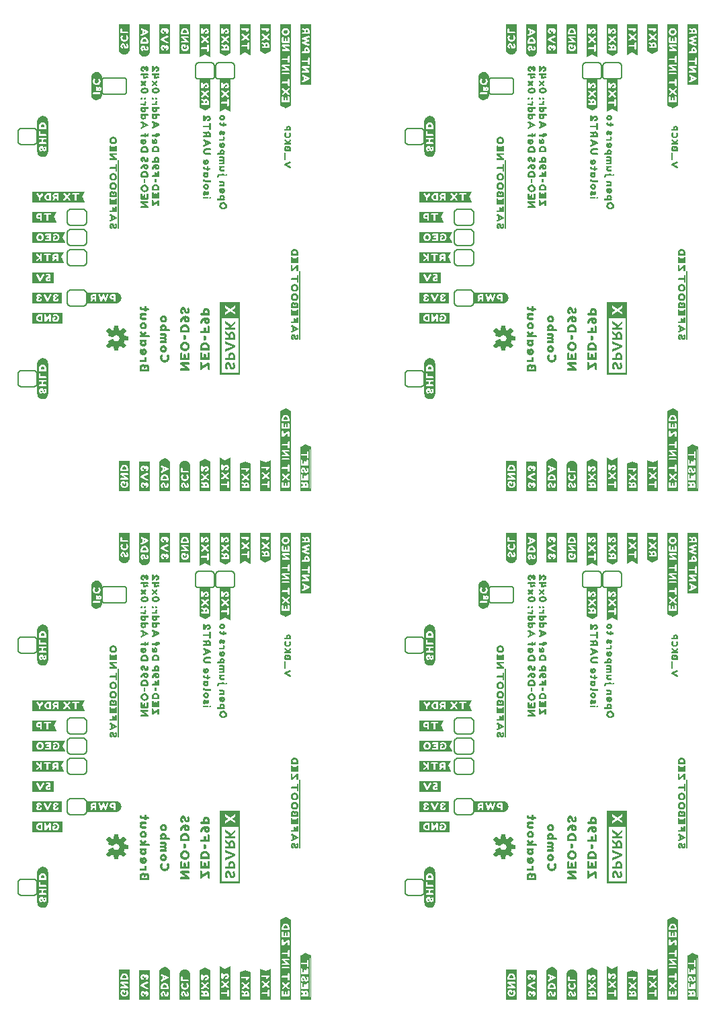
<source format=gbo>
G04 EAGLE Gerber RS-274X export*
G75*
%MOMM*%
%FSLAX34Y34*%
%LPD*%
%INSilkscreen Bottom*%
%IPPOS*%
%AMOC8*
5,1,8,0,0,1.08239X$1,22.5*%
G01*
%ADD10C,0.152400*%
%ADD11C,0.203200*%

G36*
X285753Y810247D02*
X285753Y810247D01*
X285747Y810254D01*
X285755Y810260D01*
X285755Y901700D01*
X285719Y901747D01*
X285711Y901742D01*
X285705Y901749D01*
X260395Y901749D01*
X260347Y901713D01*
X260353Y901706D01*
X260345Y901700D01*
X260345Y810260D01*
X260381Y810213D01*
X260389Y810218D01*
X260395Y810211D01*
X285705Y810211D01*
X285753Y810247D01*
G37*
G36*
X773433Y170167D02*
X773433Y170167D01*
X773427Y170174D01*
X773435Y170180D01*
X773435Y261620D01*
X773399Y261667D01*
X773391Y261662D01*
X773385Y261669D01*
X748075Y261669D01*
X748027Y261633D01*
X748033Y261626D01*
X748025Y261620D01*
X748025Y170180D01*
X748061Y170133D01*
X748069Y170138D01*
X748075Y170131D01*
X773385Y170131D01*
X773433Y170167D01*
G37*
G36*
X260347Y261633D02*
X260347Y261633D01*
X260353Y261626D01*
X260345Y261620D01*
X260345Y170180D01*
X260381Y170133D01*
X260389Y170138D01*
X260395Y170131D01*
X285705Y170131D01*
X285753Y170167D01*
X285747Y170174D01*
X285755Y170180D01*
X285755Y261620D01*
X285719Y261667D01*
X285711Y261662D01*
X285705Y261669D01*
X260395Y261669D01*
X260347Y261633D01*
G37*
G36*
X773433Y810247D02*
X773433Y810247D01*
X773427Y810254D01*
X773435Y810260D01*
X773435Y901700D01*
X773399Y901747D01*
X773391Y901742D01*
X773385Y901749D01*
X748075Y901749D01*
X748027Y901713D01*
X748033Y901706D01*
X748025Y901700D01*
X748025Y810260D01*
X748061Y810213D01*
X748069Y810218D01*
X748075Y810211D01*
X773385Y810211D01*
X773433Y810247D01*
G37*
G36*
X343010Y1145522D02*
X343010Y1145522D01*
X343022Y1145516D01*
X349722Y1148816D01*
X349731Y1148834D01*
X349747Y1148846D01*
X349741Y1148854D01*
X349749Y1148860D01*
X349749Y1251160D01*
X349720Y1251198D01*
X349718Y1251206D01*
X349218Y1251406D01*
X349205Y1251402D01*
X349200Y1251409D01*
X336300Y1251409D01*
X336267Y1251384D01*
X336256Y1251382D01*
X336056Y1250982D01*
X336058Y1250972D01*
X336053Y1250968D01*
X336056Y1250964D01*
X336051Y1250960D01*
X336051Y1149360D01*
X336058Y1149351D01*
X336053Y1149344D01*
X336253Y1148744D01*
X336276Y1148729D01*
X336278Y1148716D01*
X342378Y1145716D01*
X342383Y1145717D01*
X342384Y1145713D01*
X342984Y1145513D01*
X343010Y1145522D01*
G37*
G36*
X830690Y1145522D02*
X830690Y1145522D01*
X830702Y1145516D01*
X837402Y1148816D01*
X837411Y1148834D01*
X837427Y1148846D01*
X837421Y1148854D01*
X837429Y1148860D01*
X837429Y1251160D01*
X837400Y1251198D01*
X837398Y1251206D01*
X836898Y1251406D01*
X836885Y1251402D01*
X836880Y1251409D01*
X823980Y1251409D01*
X823947Y1251384D01*
X823936Y1251382D01*
X823736Y1250982D01*
X823738Y1250972D01*
X823733Y1250968D01*
X823736Y1250964D01*
X823731Y1250960D01*
X823731Y1149360D01*
X823738Y1149351D01*
X823733Y1149344D01*
X823933Y1148744D01*
X823956Y1148729D01*
X823958Y1148716D01*
X830058Y1145716D01*
X830063Y1145717D01*
X830064Y1145713D01*
X830664Y1145513D01*
X830690Y1145522D01*
G37*
G36*
X343010Y505442D02*
X343010Y505442D01*
X343022Y505436D01*
X349722Y508736D01*
X349731Y508754D01*
X349747Y508766D01*
X349741Y508774D01*
X349749Y508780D01*
X349749Y611080D01*
X349720Y611118D01*
X349718Y611126D01*
X349218Y611326D01*
X349205Y611322D01*
X349200Y611329D01*
X336300Y611329D01*
X336267Y611304D01*
X336256Y611302D01*
X336056Y610902D01*
X336058Y610892D01*
X336053Y610888D01*
X336056Y610884D01*
X336051Y610880D01*
X336051Y509280D01*
X336058Y509271D01*
X336053Y509264D01*
X336253Y508664D01*
X336276Y508649D01*
X336278Y508636D01*
X342378Y505636D01*
X342383Y505637D01*
X342384Y505633D01*
X342984Y505433D01*
X343010Y505442D01*
G37*
G36*
X830690Y505442D02*
X830690Y505442D01*
X830702Y505436D01*
X837402Y508736D01*
X837411Y508754D01*
X837427Y508766D01*
X837421Y508774D01*
X837429Y508780D01*
X837429Y611080D01*
X837400Y611118D01*
X837398Y611126D01*
X836898Y611326D01*
X836885Y611322D01*
X836880Y611329D01*
X823980Y611329D01*
X823947Y611304D01*
X823936Y611302D01*
X823736Y610902D01*
X823738Y610892D01*
X823733Y610888D01*
X823736Y610884D01*
X823731Y610880D01*
X823731Y509280D01*
X823738Y509271D01*
X823733Y509264D01*
X823933Y508664D01*
X823956Y508649D01*
X823958Y508636D01*
X830058Y505636D01*
X830063Y505637D01*
X830064Y505633D01*
X830664Y505433D01*
X830690Y505442D01*
G37*
%LPC*%
G36*
X750474Y812659D02*
X750474Y812659D01*
X750474Y881223D01*
X770986Y881223D01*
X770986Y812659D01*
X750474Y812659D01*
G37*
%LPD*%
%LPC*%
G36*
X262794Y812659D02*
X262794Y812659D01*
X262794Y881223D01*
X283306Y881223D01*
X283306Y812659D01*
X262794Y812659D01*
G37*
%LPD*%
%LPC*%
G36*
X283306Y241143D02*
X283306Y241143D01*
X283306Y172579D01*
X262794Y172579D01*
X262794Y241143D01*
X283306Y241143D01*
G37*
%LPD*%
%LPC*%
G36*
X750474Y172579D02*
X750474Y172579D01*
X750474Y241143D01*
X770986Y241143D01*
X770986Y172579D01*
X750474Y172579D01*
G37*
%LPD*%
G36*
X836886Y663755D02*
X836886Y663755D01*
X836890Y663752D01*
X837390Y663852D01*
X837418Y663884D01*
X837420Y663885D01*
X837420Y663886D01*
X837429Y663896D01*
X837427Y663898D01*
X837429Y663900D01*
X837429Y764000D01*
X837422Y764009D01*
X837427Y764016D01*
X837227Y764616D01*
X837204Y764631D01*
X837202Y764644D01*
X831102Y767644D01*
X830502Y767944D01*
X830470Y767938D01*
X830457Y767944D01*
X823857Y764544D01*
X823843Y764514D01*
X823831Y764508D01*
X823731Y763908D01*
X823734Y763903D01*
X823731Y763900D01*
X823731Y664300D01*
X823739Y664289D01*
X823734Y664282D01*
X823934Y663782D01*
X823975Y663757D01*
X823980Y663751D01*
X836880Y663751D01*
X836886Y663755D01*
G37*
G36*
X836886Y23675D02*
X836886Y23675D01*
X836890Y23672D01*
X837390Y23772D01*
X837418Y23804D01*
X837420Y23805D01*
X837420Y23806D01*
X837429Y23816D01*
X837427Y23818D01*
X837429Y23820D01*
X837429Y123920D01*
X837422Y123929D01*
X837427Y123936D01*
X837227Y124536D01*
X837204Y124551D01*
X837202Y124564D01*
X831102Y127564D01*
X830502Y127864D01*
X830470Y127858D01*
X830457Y127864D01*
X823857Y124464D01*
X823843Y124434D01*
X823831Y124428D01*
X823731Y123828D01*
X823734Y123823D01*
X823731Y123820D01*
X823731Y24220D01*
X823739Y24209D01*
X823734Y24202D01*
X823934Y23702D01*
X823975Y23677D01*
X823980Y23671D01*
X836880Y23671D01*
X836886Y23675D01*
G37*
G36*
X349206Y23675D02*
X349206Y23675D01*
X349210Y23672D01*
X349710Y23772D01*
X349738Y23804D01*
X349740Y23805D01*
X349740Y23806D01*
X349749Y23816D01*
X349747Y23818D01*
X349749Y23820D01*
X349749Y123920D01*
X349742Y123929D01*
X349747Y123936D01*
X349547Y124536D01*
X349524Y124551D01*
X349522Y124564D01*
X343422Y127564D01*
X342822Y127864D01*
X342790Y127858D01*
X342777Y127864D01*
X336177Y124464D01*
X336163Y124434D01*
X336151Y124428D01*
X336051Y123828D01*
X336054Y123823D01*
X336051Y123820D01*
X336051Y24220D01*
X336059Y24209D01*
X336054Y24202D01*
X336254Y23702D01*
X336295Y23677D01*
X336300Y23671D01*
X349200Y23671D01*
X349206Y23675D01*
G37*
G36*
X349206Y663755D02*
X349206Y663755D01*
X349210Y663752D01*
X349710Y663852D01*
X349738Y663884D01*
X349740Y663885D01*
X349740Y663886D01*
X349749Y663896D01*
X349747Y663898D01*
X349749Y663900D01*
X349749Y764000D01*
X349742Y764009D01*
X349747Y764016D01*
X349547Y764616D01*
X349524Y764631D01*
X349522Y764644D01*
X343422Y767644D01*
X342822Y767944D01*
X342790Y767938D01*
X342777Y767944D01*
X336177Y764544D01*
X336163Y764514D01*
X336151Y764508D01*
X336051Y763908D01*
X336054Y763903D01*
X336051Y763900D01*
X336051Y664300D01*
X336059Y664289D01*
X336054Y664282D01*
X336254Y663782D01*
X336295Y663757D01*
X336300Y663751D01*
X349200Y663751D01*
X349206Y663755D01*
G37*
G36*
X862506Y534550D02*
X862506Y534550D01*
X862519Y534550D01*
X862819Y534950D01*
X862819Y534958D01*
X862823Y534961D01*
X862819Y534965D01*
X862819Y534972D01*
X862829Y534980D01*
X862829Y611180D01*
X862793Y611227D01*
X862791Y611226D01*
X862790Y611228D01*
X862290Y611328D01*
X862283Y611325D01*
X862280Y611329D01*
X849380Y611329D01*
X849342Y611300D01*
X849334Y611298D01*
X849134Y610798D01*
X849137Y610787D01*
X849133Y610783D01*
X849133Y610782D01*
X849131Y610780D01*
X849131Y534880D01*
X849150Y534854D01*
X849150Y534841D01*
X849550Y534541D01*
X849572Y534541D01*
X849580Y534531D01*
X862480Y534531D01*
X862506Y534550D01*
G37*
G36*
X374826Y534550D02*
X374826Y534550D01*
X374839Y534550D01*
X375139Y534950D01*
X375139Y534958D01*
X375143Y534961D01*
X375139Y534965D01*
X375139Y534972D01*
X375149Y534980D01*
X375149Y611180D01*
X375113Y611227D01*
X375111Y611226D01*
X375110Y611228D01*
X374610Y611328D01*
X374603Y611325D01*
X374600Y611329D01*
X361700Y611329D01*
X361662Y611300D01*
X361654Y611298D01*
X361454Y610798D01*
X361457Y610787D01*
X361453Y610783D01*
X361453Y610782D01*
X361451Y610780D01*
X361451Y534880D01*
X361470Y534854D01*
X361470Y534841D01*
X361870Y534541D01*
X361892Y534541D01*
X361900Y534531D01*
X374800Y534531D01*
X374826Y534550D01*
G37*
G36*
X862506Y1174630D02*
X862506Y1174630D01*
X862519Y1174630D01*
X862819Y1175030D01*
X862819Y1175038D01*
X862823Y1175041D01*
X862819Y1175045D01*
X862819Y1175052D01*
X862829Y1175060D01*
X862829Y1251260D01*
X862793Y1251307D01*
X862791Y1251306D01*
X862790Y1251308D01*
X862290Y1251408D01*
X862283Y1251405D01*
X862280Y1251409D01*
X849380Y1251409D01*
X849342Y1251380D01*
X849334Y1251378D01*
X849134Y1250878D01*
X849137Y1250867D01*
X849133Y1250863D01*
X849133Y1250862D01*
X849131Y1250860D01*
X849131Y1174960D01*
X849150Y1174934D01*
X849150Y1174921D01*
X849550Y1174621D01*
X849572Y1174621D01*
X849580Y1174611D01*
X862480Y1174611D01*
X862506Y1174630D01*
G37*
G36*
X374826Y1174630D02*
X374826Y1174630D01*
X374839Y1174630D01*
X375139Y1175030D01*
X375139Y1175038D01*
X375143Y1175041D01*
X375139Y1175045D01*
X375139Y1175052D01*
X375149Y1175060D01*
X375149Y1251260D01*
X375113Y1251307D01*
X375111Y1251306D01*
X375110Y1251308D01*
X374610Y1251408D01*
X374603Y1251405D01*
X374600Y1251409D01*
X361700Y1251409D01*
X361662Y1251380D01*
X361654Y1251378D01*
X361454Y1250878D01*
X361457Y1250867D01*
X361453Y1250863D01*
X361453Y1250862D01*
X361451Y1250860D01*
X361451Y1174960D01*
X361470Y1174934D01*
X361470Y1174921D01*
X361870Y1174621D01*
X361892Y1174621D01*
X361900Y1174611D01*
X374800Y1174611D01*
X374826Y1174630D01*
G37*
G36*
X89541Y1026947D02*
X89541Y1026947D01*
X89555Y1026945D01*
X89855Y1027245D01*
X89857Y1027257D01*
X89863Y1027262D01*
X89858Y1027269D01*
X89862Y1027298D01*
X89864Y1027302D01*
X86866Y1033299D01*
X86673Y1033876D01*
X89664Y1039958D01*
X89964Y1040558D01*
X89964Y1040560D01*
X89963Y1040563D01*
X89967Y1040567D01*
X89961Y1040575D01*
X89953Y1040616D01*
X89933Y1040613D01*
X89920Y1040629D01*
X83220Y1040629D01*
X83173Y1040593D01*
X83174Y1040592D01*
X83172Y1040591D01*
X83168Y1040572D01*
X83142Y1040624D01*
X83129Y1040618D01*
X83120Y1040629D01*
X24220Y1040629D01*
X24211Y1040622D01*
X24207Y1040622D01*
X24202Y1040626D01*
X23702Y1040426D01*
X23686Y1040399D01*
X23673Y1040389D01*
X23676Y1040384D01*
X23671Y1040380D01*
X23671Y1027580D01*
X23674Y1027575D01*
X23671Y1027572D01*
X23771Y1026972D01*
X23815Y1026931D01*
X23818Y1026934D01*
X23820Y1026931D01*
X89520Y1026931D01*
X89541Y1026947D01*
G37*
G36*
X577221Y1026947D02*
X577221Y1026947D01*
X577235Y1026945D01*
X577535Y1027245D01*
X577537Y1027257D01*
X577543Y1027262D01*
X577538Y1027269D01*
X577542Y1027298D01*
X577544Y1027302D01*
X574546Y1033299D01*
X574353Y1033876D01*
X577344Y1039958D01*
X577644Y1040558D01*
X577644Y1040560D01*
X577643Y1040563D01*
X577647Y1040567D01*
X577641Y1040575D01*
X577633Y1040616D01*
X577613Y1040613D01*
X577600Y1040629D01*
X570900Y1040629D01*
X570853Y1040593D01*
X570854Y1040592D01*
X570852Y1040591D01*
X570848Y1040572D01*
X570822Y1040624D01*
X570809Y1040618D01*
X570800Y1040629D01*
X511900Y1040629D01*
X511891Y1040622D01*
X511887Y1040622D01*
X511882Y1040626D01*
X511382Y1040426D01*
X511366Y1040399D01*
X511353Y1040389D01*
X511356Y1040384D01*
X511351Y1040380D01*
X511351Y1027580D01*
X511354Y1027575D01*
X511351Y1027572D01*
X511451Y1026972D01*
X511495Y1026931D01*
X511498Y1026934D01*
X511500Y1026931D01*
X577200Y1026931D01*
X577221Y1026947D01*
G37*
G36*
X577221Y386867D02*
X577221Y386867D01*
X577235Y386865D01*
X577535Y387165D01*
X577537Y387177D01*
X577543Y387182D01*
X577538Y387189D01*
X577542Y387218D01*
X577544Y387222D01*
X574546Y393219D01*
X574353Y393796D01*
X577344Y399878D01*
X577644Y400478D01*
X577644Y400480D01*
X577643Y400483D01*
X577647Y400487D01*
X577641Y400495D01*
X577633Y400536D01*
X577613Y400533D01*
X577600Y400549D01*
X570900Y400549D01*
X570853Y400513D01*
X570854Y400512D01*
X570852Y400511D01*
X570848Y400492D01*
X570822Y400544D01*
X570809Y400538D01*
X570800Y400549D01*
X511900Y400549D01*
X511891Y400542D01*
X511887Y400542D01*
X511882Y400546D01*
X511382Y400346D01*
X511366Y400319D01*
X511353Y400309D01*
X511356Y400304D01*
X511351Y400300D01*
X511351Y387500D01*
X511354Y387495D01*
X511351Y387492D01*
X511451Y386892D01*
X511495Y386851D01*
X511498Y386854D01*
X511500Y386851D01*
X577200Y386851D01*
X577221Y386867D01*
G37*
G36*
X89541Y386867D02*
X89541Y386867D01*
X89555Y386865D01*
X89855Y387165D01*
X89857Y387177D01*
X89863Y387182D01*
X89858Y387189D01*
X89862Y387218D01*
X89864Y387222D01*
X86866Y393219D01*
X86673Y393796D01*
X89664Y399878D01*
X89964Y400478D01*
X89964Y400480D01*
X89963Y400483D01*
X89967Y400487D01*
X89961Y400495D01*
X89953Y400536D01*
X89933Y400533D01*
X89920Y400549D01*
X83220Y400549D01*
X83173Y400513D01*
X83174Y400512D01*
X83172Y400511D01*
X83168Y400492D01*
X83142Y400544D01*
X83129Y400538D01*
X83120Y400549D01*
X24220Y400549D01*
X24211Y400542D01*
X24207Y400542D01*
X24202Y400546D01*
X23702Y400346D01*
X23686Y400319D01*
X23673Y400309D01*
X23676Y400304D01*
X23671Y400300D01*
X23671Y387500D01*
X23674Y387495D01*
X23671Y387492D01*
X23771Y386892D01*
X23815Y386851D01*
X23818Y386854D01*
X23820Y386851D01*
X89520Y386851D01*
X89541Y386867D01*
G37*
G36*
X862398Y663764D02*
X862398Y663764D01*
X862410Y663761D01*
X862810Y664061D01*
X862814Y664077D01*
X862821Y664082D01*
X862817Y664088D01*
X862819Y664092D01*
X862829Y664100D01*
X862829Y718700D01*
X862818Y718715D01*
X862822Y718725D01*
X862522Y719225D01*
X862504Y719233D01*
X862502Y719244D01*
X856502Y722244D01*
X856495Y722243D01*
X856494Y722247D01*
X855794Y722447D01*
X855769Y722438D01*
X855757Y722444D01*
X849758Y719344D01*
X849158Y719044D01*
X849140Y719007D01*
X849131Y719000D01*
X849131Y664100D01*
X849150Y664074D01*
X849150Y664061D01*
X849550Y663761D01*
X849572Y663761D01*
X849580Y663751D01*
X862380Y663751D01*
X862398Y663764D01*
G37*
G36*
X374718Y663764D02*
X374718Y663764D01*
X374730Y663761D01*
X375130Y664061D01*
X375134Y664077D01*
X375141Y664082D01*
X375137Y664088D01*
X375139Y664092D01*
X375149Y664100D01*
X375149Y718700D01*
X375138Y718715D01*
X375142Y718725D01*
X374842Y719225D01*
X374824Y719233D01*
X374822Y719244D01*
X368822Y722244D01*
X368815Y722243D01*
X368814Y722247D01*
X368114Y722447D01*
X368089Y722438D01*
X368077Y722444D01*
X362078Y719344D01*
X361478Y719044D01*
X361460Y719007D01*
X361451Y719000D01*
X361451Y664100D01*
X361470Y664074D01*
X361470Y664061D01*
X361870Y663761D01*
X361892Y663761D01*
X361900Y663751D01*
X374700Y663751D01*
X374718Y663764D01*
G37*
G36*
X862398Y23684D02*
X862398Y23684D01*
X862410Y23681D01*
X862810Y23981D01*
X862814Y23997D01*
X862821Y24002D01*
X862817Y24008D01*
X862819Y24012D01*
X862829Y24020D01*
X862829Y78620D01*
X862818Y78635D01*
X862822Y78645D01*
X862522Y79145D01*
X862504Y79153D01*
X862502Y79164D01*
X856502Y82164D01*
X856495Y82163D01*
X856494Y82167D01*
X855794Y82367D01*
X855769Y82358D01*
X855757Y82364D01*
X849758Y79264D01*
X849158Y78964D01*
X849140Y78927D01*
X849131Y78920D01*
X849131Y24020D01*
X849150Y23994D01*
X849150Y23981D01*
X849550Y23681D01*
X849572Y23681D01*
X849580Y23671D01*
X862380Y23671D01*
X862398Y23684D01*
G37*
G36*
X374718Y23684D02*
X374718Y23684D01*
X374730Y23681D01*
X375130Y23981D01*
X375134Y23997D01*
X375141Y24002D01*
X375137Y24008D01*
X375139Y24012D01*
X375149Y24020D01*
X375149Y78620D01*
X375138Y78635D01*
X375142Y78645D01*
X374842Y79145D01*
X374824Y79153D01*
X374822Y79164D01*
X368822Y82164D01*
X368815Y82163D01*
X368814Y82167D01*
X368114Y82367D01*
X368089Y82358D01*
X368077Y82364D01*
X362078Y79264D01*
X361478Y78964D01*
X361460Y78927D01*
X361451Y78920D01*
X361451Y24020D01*
X361470Y23994D01*
X361470Y23981D01*
X361870Y23681D01*
X361892Y23681D01*
X361900Y23671D01*
X374700Y23671D01*
X374718Y23684D01*
G37*
G36*
X37839Y1084138D02*
X37839Y1084138D01*
X37846Y1084133D01*
X38445Y1084333D01*
X39144Y1084533D01*
X39145Y1084534D01*
X39146Y1084533D01*
X39746Y1084733D01*
X39749Y1084738D01*
X39752Y1084736D01*
X40352Y1085036D01*
X40354Y1085040D01*
X40357Y1085039D01*
X40957Y1085439D01*
X40958Y1085442D01*
X40961Y1085442D01*
X41461Y1085842D01*
X41462Y1085846D01*
X41465Y1085845D01*
X41965Y1086345D01*
X41965Y1086349D01*
X41968Y1086349D01*
X42368Y1086849D01*
X42369Y1086857D01*
X42374Y1086858D01*
X42673Y1087455D01*
X43071Y1088053D01*
X43071Y1088057D01*
X43071Y1088058D01*
X43070Y1088062D01*
X43077Y1088064D01*
X43277Y1088664D01*
X43276Y1088666D01*
X43277Y1088666D01*
X43286Y1088698D01*
X43328Y1088845D01*
X43329Y1088845D01*
X43328Y1088845D01*
X43371Y1088993D01*
X43385Y1089042D01*
X43427Y1089190D01*
X43469Y1089338D01*
X43477Y1089366D01*
X43476Y1089371D01*
X43479Y1089373D01*
X43579Y1090072D01*
X43679Y1090672D01*
X43676Y1090677D01*
X43679Y1090680D01*
X43679Y1129580D01*
X43676Y1129585D01*
X43679Y1129588D01*
X43579Y1130188D01*
X43575Y1130191D01*
X43577Y1130194D01*
X43377Y1130894D01*
X43376Y1130895D01*
X43377Y1130896D01*
X43177Y1131496D01*
X43174Y1131497D01*
X43175Y1131499D01*
X42875Y1132199D01*
X42873Y1132201D01*
X42874Y1132202D01*
X42574Y1132802D01*
X42567Y1132805D01*
X42568Y1132811D01*
X42168Y1133311D01*
X42164Y1133312D01*
X42165Y1133315D01*
X41165Y1134315D01*
X41161Y1134315D01*
X41161Y1134318D01*
X40661Y1134718D01*
X40653Y1134719D01*
X40652Y1134724D01*
X39452Y1135324D01*
X39447Y1135323D01*
X39446Y1135327D01*
X38846Y1135527D01*
X38844Y1135526D01*
X38844Y1135527D01*
X38144Y1135727D01*
X38139Y1135726D01*
X38137Y1135729D01*
X37437Y1135829D01*
X37432Y1135826D01*
X37430Y1135829D01*
X36130Y1135829D01*
X36126Y1135826D01*
X36123Y1135829D01*
X35423Y1135729D01*
X35418Y1135724D01*
X35414Y1135727D01*
X34815Y1135527D01*
X34116Y1135327D01*
X34112Y1135322D01*
X34108Y1135324D01*
X33508Y1135024D01*
X33506Y1135020D01*
X33503Y1135021D01*
X32903Y1134621D01*
X32902Y1134618D01*
X32899Y1134618D01*
X31899Y1133818D01*
X31897Y1133808D01*
X31889Y1133807D01*
X31490Y1133209D01*
X31092Y1132711D01*
X31091Y1132707D01*
X31089Y1132707D01*
X30689Y1132107D01*
X30690Y1132098D01*
X30683Y1132096D01*
X30483Y1131496D01*
X30484Y1131494D01*
X30483Y1131494D01*
X30463Y1131424D01*
X30449Y1131375D01*
X30407Y1131227D01*
X30364Y1131079D01*
X30350Y1131030D01*
X30308Y1130882D01*
X30283Y1130795D01*
X30083Y1130196D01*
X30084Y1130194D01*
X30083Y1130193D01*
X30085Y1130189D01*
X30081Y1130187D01*
X29981Y1129487D01*
X29984Y1129482D01*
X29981Y1129480D01*
X29981Y1090880D01*
X29984Y1090876D01*
X29981Y1090873D01*
X30181Y1089473D01*
X30186Y1089468D01*
X30183Y1089464D01*
X30383Y1088865D01*
X30583Y1088166D01*
X30588Y1088162D01*
X30586Y1088158D01*
X30886Y1087558D01*
X30890Y1087556D01*
X30889Y1087553D01*
X31289Y1086953D01*
X31292Y1086952D01*
X31292Y1086949D01*
X32092Y1085949D01*
X32099Y1085947D01*
X32099Y1085942D01*
X32599Y1085542D01*
X32603Y1085541D01*
X32603Y1085539D01*
X33203Y1085139D01*
X33207Y1085139D01*
X33208Y1085136D01*
X34408Y1084536D01*
X34415Y1084537D01*
X34416Y1084533D01*
X35115Y1084333D01*
X35714Y1084133D01*
X35725Y1084137D01*
X35730Y1084131D01*
X37830Y1084131D01*
X37839Y1084138D01*
G37*
G36*
X525519Y779338D02*
X525519Y779338D01*
X525526Y779333D01*
X526125Y779533D01*
X526824Y779733D01*
X526825Y779734D01*
X526826Y779733D01*
X527426Y779933D01*
X527429Y779938D01*
X527432Y779936D01*
X528032Y780236D01*
X528034Y780240D01*
X528037Y780239D01*
X528637Y780639D01*
X528638Y780642D01*
X528641Y780642D01*
X529141Y781042D01*
X529142Y781046D01*
X529145Y781045D01*
X529645Y781545D01*
X529645Y781549D01*
X529648Y781549D01*
X530048Y782049D01*
X530049Y782057D01*
X530054Y782058D01*
X530353Y782655D01*
X530751Y783253D01*
X530751Y783257D01*
X530751Y783258D01*
X530750Y783262D01*
X530757Y783264D01*
X530957Y783864D01*
X530956Y783866D01*
X530957Y783866D01*
X530966Y783898D01*
X531008Y784045D01*
X531009Y784045D01*
X531008Y784045D01*
X531051Y784193D01*
X531065Y784242D01*
X531107Y784390D01*
X531149Y784538D01*
X531157Y784566D01*
X531156Y784571D01*
X531159Y784573D01*
X531259Y785272D01*
X531359Y785872D01*
X531356Y785877D01*
X531359Y785880D01*
X531359Y824780D01*
X531356Y824785D01*
X531359Y824788D01*
X531259Y825388D01*
X531255Y825391D01*
X531257Y825394D01*
X531057Y826094D01*
X531056Y826095D01*
X531057Y826096D01*
X530857Y826696D01*
X530854Y826697D01*
X530855Y826699D01*
X530555Y827399D01*
X530553Y827401D01*
X530554Y827402D01*
X530254Y828002D01*
X530247Y828005D01*
X530248Y828011D01*
X529848Y828511D01*
X529844Y828512D01*
X529845Y828515D01*
X528845Y829515D01*
X528841Y829515D01*
X528841Y829518D01*
X528341Y829918D01*
X528333Y829919D01*
X528332Y829924D01*
X527132Y830524D01*
X527127Y830523D01*
X527126Y830527D01*
X526526Y830727D01*
X526524Y830726D01*
X526524Y830727D01*
X525824Y830927D01*
X525819Y830926D01*
X525817Y830929D01*
X525117Y831029D01*
X525112Y831026D01*
X525110Y831029D01*
X523810Y831029D01*
X523806Y831026D01*
X523803Y831029D01*
X523103Y830929D01*
X523098Y830924D01*
X523094Y830927D01*
X522495Y830727D01*
X521796Y830527D01*
X521792Y830522D01*
X521788Y830524D01*
X521188Y830224D01*
X521186Y830220D01*
X521183Y830221D01*
X520583Y829821D01*
X520582Y829818D01*
X520579Y829818D01*
X519579Y829018D01*
X519577Y829008D01*
X519569Y829007D01*
X519170Y828409D01*
X518772Y827911D01*
X518771Y827907D01*
X518769Y827907D01*
X518369Y827307D01*
X518370Y827298D01*
X518363Y827296D01*
X518163Y826696D01*
X518164Y826694D01*
X518163Y826694D01*
X518143Y826624D01*
X518129Y826575D01*
X518087Y826427D01*
X518044Y826279D01*
X518030Y826230D01*
X517988Y826082D01*
X517963Y825995D01*
X517763Y825396D01*
X517764Y825394D01*
X517763Y825393D01*
X517765Y825389D01*
X517761Y825387D01*
X517661Y824687D01*
X517664Y824682D01*
X517661Y824680D01*
X517661Y786080D01*
X517664Y786076D01*
X517661Y786073D01*
X517861Y784673D01*
X517866Y784668D01*
X517863Y784664D01*
X518063Y784065D01*
X518263Y783366D01*
X518268Y783362D01*
X518266Y783358D01*
X518566Y782758D01*
X518570Y782756D01*
X518569Y782753D01*
X518969Y782153D01*
X518972Y782152D01*
X518972Y782149D01*
X519772Y781149D01*
X519779Y781147D01*
X519779Y781142D01*
X520279Y780742D01*
X520283Y780741D01*
X520283Y780739D01*
X520883Y780339D01*
X520887Y780339D01*
X520888Y780336D01*
X522088Y779736D01*
X522095Y779737D01*
X522096Y779733D01*
X522795Y779533D01*
X523394Y779333D01*
X523405Y779337D01*
X523410Y779331D01*
X525510Y779331D01*
X525519Y779338D01*
G37*
G36*
X525519Y139258D02*
X525519Y139258D01*
X525526Y139253D01*
X526125Y139453D01*
X526824Y139653D01*
X526825Y139654D01*
X526826Y139653D01*
X527426Y139853D01*
X527429Y139858D01*
X527432Y139856D01*
X528032Y140156D01*
X528034Y140160D01*
X528037Y140159D01*
X528637Y140559D01*
X528638Y140562D01*
X528641Y140562D01*
X529141Y140962D01*
X529142Y140966D01*
X529145Y140965D01*
X529645Y141465D01*
X529645Y141469D01*
X529648Y141469D01*
X530048Y141969D01*
X530049Y141977D01*
X530054Y141978D01*
X530353Y142575D01*
X530751Y143173D01*
X530751Y143177D01*
X530751Y143178D01*
X530750Y143182D01*
X530757Y143184D01*
X530957Y143784D01*
X530956Y143786D01*
X530957Y143786D01*
X530966Y143818D01*
X531008Y143965D01*
X531009Y143965D01*
X531008Y143965D01*
X531051Y144113D01*
X531065Y144162D01*
X531107Y144310D01*
X531149Y144458D01*
X531157Y144486D01*
X531156Y144491D01*
X531159Y144493D01*
X531259Y145192D01*
X531359Y145792D01*
X531356Y145797D01*
X531359Y145800D01*
X531359Y184700D01*
X531356Y184705D01*
X531359Y184708D01*
X531259Y185308D01*
X531255Y185311D01*
X531257Y185314D01*
X531057Y186014D01*
X531056Y186015D01*
X531057Y186016D01*
X530857Y186616D01*
X530854Y186617D01*
X530855Y186619D01*
X530555Y187319D01*
X530553Y187321D01*
X530554Y187322D01*
X530254Y187922D01*
X530247Y187925D01*
X530248Y187931D01*
X529848Y188431D01*
X529844Y188432D01*
X529845Y188435D01*
X528845Y189435D01*
X528841Y189435D01*
X528841Y189438D01*
X528341Y189838D01*
X528333Y189839D01*
X528332Y189844D01*
X527132Y190444D01*
X527127Y190443D01*
X527126Y190447D01*
X526526Y190647D01*
X526524Y190646D01*
X526524Y190647D01*
X525824Y190847D01*
X525819Y190846D01*
X525817Y190849D01*
X525117Y190949D01*
X525112Y190946D01*
X525110Y190949D01*
X523810Y190949D01*
X523806Y190946D01*
X523803Y190949D01*
X523103Y190849D01*
X523098Y190844D01*
X523094Y190847D01*
X522495Y190647D01*
X521796Y190447D01*
X521792Y190442D01*
X521788Y190444D01*
X521188Y190144D01*
X521186Y190140D01*
X521183Y190141D01*
X520583Y189741D01*
X520582Y189738D01*
X520579Y189738D01*
X519579Y188938D01*
X519577Y188928D01*
X519569Y188927D01*
X519170Y188329D01*
X518772Y187831D01*
X518771Y187827D01*
X518769Y187827D01*
X518369Y187227D01*
X518370Y187218D01*
X518363Y187216D01*
X518163Y186616D01*
X518164Y186614D01*
X518163Y186614D01*
X518143Y186544D01*
X518129Y186495D01*
X518087Y186347D01*
X518044Y186199D01*
X518030Y186150D01*
X517988Y186002D01*
X517963Y185915D01*
X517763Y185316D01*
X517764Y185314D01*
X517763Y185313D01*
X517765Y185309D01*
X517761Y185307D01*
X517661Y184607D01*
X517664Y184602D01*
X517661Y184600D01*
X517661Y146000D01*
X517664Y145996D01*
X517661Y145993D01*
X517861Y144593D01*
X517866Y144588D01*
X517863Y144584D01*
X518063Y143985D01*
X518263Y143286D01*
X518268Y143282D01*
X518266Y143278D01*
X518566Y142678D01*
X518570Y142676D01*
X518569Y142673D01*
X518969Y142073D01*
X518972Y142072D01*
X518972Y142069D01*
X519772Y141069D01*
X519779Y141067D01*
X519779Y141062D01*
X520279Y140662D01*
X520283Y140661D01*
X520283Y140659D01*
X520883Y140259D01*
X520887Y140259D01*
X520888Y140256D01*
X522088Y139656D01*
X522095Y139657D01*
X522096Y139653D01*
X522795Y139453D01*
X523394Y139253D01*
X523405Y139257D01*
X523410Y139251D01*
X525510Y139251D01*
X525519Y139258D01*
G37*
G36*
X37839Y139258D02*
X37839Y139258D01*
X37846Y139253D01*
X38445Y139453D01*
X39144Y139653D01*
X39145Y139654D01*
X39146Y139653D01*
X39746Y139853D01*
X39749Y139858D01*
X39752Y139856D01*
X40352Y140156D01*
X40354Y140160D01*
X40357Y140159D01*
X40957Y140559D01*
X40958Y140562D01*
X40961Y140562D01*
X41461Y140962D01*
X41462Y140966D01*
X41465Y140965D01*
X41965Y141465D01*
X41965Y141469D01*
X41968Y141469D01*
X42368Y141969D01*
X42369Y141977D01*
X42374Y141978D01*
X42673Y142575D01*
X43071Y143173D01*
X43071Y143177D01*
X43071Y143178D01*
X43070Y143182D01*
X43077Y143184D01*
X43277Y143784D01*
X43276Y143786D01*
X43277Y143786D01*
X43286Y143818D01*
X43328Y143965D01*
X43329Y143965D01*
X43328Y143965D01*
X43371Y144113D01*
X43385Y144162D01*
X43427Y144310D01*
X43469Y144458D01*
X43477Y144486D01*
X43476Y144491D01*
X43479Y144493D01*
X43579Y145192D01*
X43679Y145792D01*
X43676Y145797D01*
X43679Y145800D01*
X43679Y184700D01*
X43676Y184705D01*
X43679Y184708D01*
X43579Y185308D01*
X43575Y185311D01*
X43577Y185314D01*
X43377Y186014D01*
X43376Y186015D01*
X43377Y186016D01*
X43177Y186616D01*
X43174Y186617D01*
X43175Y186619D01*
X42875Y187319D01*
X42873Y187321D01*
X42874Y187322D01*
X42574Y187922D01*
X42567Y187925D01*
X42568Y187931D01*
X42168Y188431D01*
X42164Y188432D01*
X42165Y188435D01*
X41165Y189435D01*
X41161Y189435D01*
X41161Y189438D01*
X40661Y189838D01*
X40653Y189839D01*
X40652Y189844D01*
X39452Y190444D01*
X39447Y190443D01*
X39446Y190447D01*
X38846Y190647D01*
X38844Y190646D01*
X38844Y190647D01*
X38144Y190847D01*
X38139Y190846D01*
X38137Y190849D01*
X37437Y190949D01*
X37432Y190946D01*
X37430Y190949D01*
X36130Y190949D01*
X36126Y190946D01*
X36123Y190949D01*
X35423Y190849D01*
X35418Y190844D01*
X35414Y190847D01*
X34815Y190647D01*
X34116Y190447D01*
X34112Y190442D01*
X34108Y190444D01*
X33508Y190144D01*
X33506Y190140D01*
X33503Y190141D01*
X32903Y189741D01*
X32902Y189738D01*
X32899Y189738D01*
X31899Y188938D01*
X31897Y188928D01*
X31889Y188927D01*
X31490Y188329D01*
X31092Y187831D01*
X31091Y187827D01*
X31089Y187827D01*
X30689Y187227D01*
X30690Y187218D01*
X30683Y187216D01*
X30483Y186616D01*
X30484Y186614D01*
X30483Y186614D01*
X30463Y186544D01*
X30449Y186495D01*
X30407Y186347D01*
X30364Y186199D01*
X30350Y186150D01*
X30308Y186002D01*
X30283Y185915D01*
X30083Y185316D01*
X30084Y185314D01*
X30083Y185313D01*
X30085Y185309D01*
X30081Y185307D01*
X29981Y184607D01*
X29984Y184602D01*
X29981Y184600D01*
X29981Y146000D01*
X29984Y145996D01*
X29981Y145993D01*
X30181Y144593D01*
X30186Y144588D01*
X30183Y144584D01*
X30383Y143985D01*
X30583Y143286D01*
X30588Y143282D01*
X30586Y143278D01*
X30886Y142678D01*
X30890Y142676D01*
X30889Y142673D01*
X31289Y142073D01*
X31292Y142072D01*
X31292Y142069D01*
X32092Y141069D01*
X32099Y141067D01*
X32099Y141062D01*
X32599Y140662D01*
X32603Y140661D01*
X32603Y140659D01*
X33203Y140259D01*
X33207Y140259D01*
X33208Y140256D01*
X34408Y139656D01*
X34415Y139657D01*
X34416Y139653D01*
X35115Y139453D01*
X35714Y139253D01*
X35725Y139257D01*
X35730Y139251D01*
X37830Y139251D01*
X37839Y139258D01*
G37*
G36*
X37839Y444058D02*
X37839Y444058D01*
X37846Y444053D01*
X38445Y444253D01*
X39144Y444453D01*
X39145Y444454D01*
X39146Y444453D01*
X39746Y444653D01*
X39749Y444658D01*
X39752Y444656D01*
X40352Y444956D01*
X40354Y444960D01*
X40357Y444959D01*
X40957Y445359D01*
X40958Y445362D01*
X40961Y445362D01*
X41461Y445762D01*
X41462Y445766D01*
X41465Y445765D01*
X41965Y446265D01*
X41965Y446269D01*
X41968Y446269D01*
X42368Y446769D01*
X42369Y446777D01*
X42374Y446778D01*
X42673Y447375D01*
X43071Y447973D01*
X43071Y447977D01*
X43071Y447978D01*
X43070Y447982D01*
X43077Y447984D01*
X43277Y448584D01*
X43276Y448586D01*
X43277Y448586D01*
X43286Y448618D01*
X43328Y448765D01*
X43329Y448765D01*
X43328Y448765D01*
X43371Y448913D01*
X43385Y448962D01*
X43427Y449110D01*
X43469Y449258D01*
X43477Y449286D01*
X43476Y449291D01*
X43479Y449293D01*
X43579Y449992D01*
X43679Y450592D01*
X43676Y450597D01*
X43679Y450600D01*
X43679Y489500D01*
X43676Y489505D01*
X43679Y489508D01*
X43579Y490108D01*
X43575Y490111D01*
X43577Y490114D01*
X43377Y490814D01*
X43376Y490815D01*
X43377Y490816D01*
X43177Y491416D01*
X43174Y491417D01*
X43175Y491419D01*
X42875Y492119D01*
X42873Y492121D01*
X42874Y492122D01*
X42574Y492722D01*
X42567Y492725D01*
X42568Y492731D01*
X42168Y493231D01*
X42164Y493232D01*
X42165Y493235D01*
X41165Y494235D01*
X41161Y494235D01*
X41161Y494238D01*
X40661Y494638D01*
X40653Y494639D01*
X40652Y494644D01*
X39452Y495244D01*
X39447Y495243D01*
X39446Y495247D01*
X38846Y495447D01*
X38844Y495446D01*
X38844Y495447D01*
X38144Y495647D01*
X38139Y495646D01*
X38137Y495649D01*
X37437Y495749D01*
X37432Y495746D01*
X37430Y495749D01*
X36130Y495749D01*
X36126Y495746D01*
X36123Y495749D01*
X35423Y495649D01*
X35418Y495644D01*
X35414Y495647D01*
X34815Y495447D01*
X34116Y495247D01*
X34112Y495242D01*
X34108Y495244D01*
X33508Y494944D01*
X33506Y494940D01*
X33503Y494941D01*
X32903Y494541D01*
X32902Y494538D01*
X32899Y494538D01*
X31899Y493738D01*
X31897Y493728D01*
X31889Y493727D01*
X31490Y493129D01*
X31092Y492631D01*
X31091Y492627D01*
X31089Y492627D01*
X30689Y492027D01*
X30690Y492018D01*
X30683Y492016D01*
X30483Y491416D01*
X30484Y491414D01*
X30483Y491414D01*
X30463Y491344D01*
X30449Y491295D01*
X30407Y491147D01*
X30364Y490999D01*
X30350Y490950D01*
X30308Y490802D01*
X30283Y490715D01*
X30083Y490116D01*
X30084Y490114D01*
X30083Y490113D01*
X30085Y490109D01*
X30081Y490107D01*
X29981Y489407D01*
X29984Y489402D01*
X29981Y489400D01*
X29981Y450800D01*
X29984Y450796D01*
X29981Y450793D01*
X30181Y449393D01*
X30186Y449388D01*
X30183Y449384D01*
X30383Y448785D01*
X30583Y448086D01*
X30588Y448082D01*
X30586Y448078D01*
X30886Y447478D01*
X30890Y447476D01*
X30889Y447473D01*
X31289Y446873D01*
X31292Y446872D01*
X31292Y446869D01*
X32092Y445869D01*
X32099Y445867D01*
X32099Y445862D01*
X32599Y445462D01*
X32603Y445461D01*
X32603Y445459D01*
X33203Y445059D01*
X33207Y445059D01*
X33208Y445056D01*
X34408Y444456D01*
X34415Y444457D01*
X34416Y444453D01*
X35115Y444253D01*
X35714Y444053D01*
X35725Y444057D01*
X35730Y444051D01*
X37830Y444051D01*
X37839Y444058D01*
G37*
G36*
X525519Y444058D02*
X525519Y444058D01*
X525526Y444053D01*
X526125Y444253D01*
X526824Y444453D01*
X526825Y444454D01*
X526826Y444453D01*
X527426Y444653D01*
X527429Y444658D01*
X527432Y444656D01*
X528032Y444956D01*
X528034Y444960D01*
X528037Y444959D01*
X528637Y445359D01*
X528638Y445362D01*
X528641Y445362D01*
X529141Y445762D01*
X529142Y445766D01*
X529145Y445765D01*
X529645Y446265D01*
X529645Y446269D01*
X529648Y446269D01*
X530048Y446769D01*
X530049Y446777D01*
X530054Y446778D01*
X530353Y447375D01*
X530751Y447973D01*
X530751Y447977D01*
X530751Y447978D01*
X530750Y447982D01*
X530757Y447984D01*
X530957Y448584D01*
X530956Y448586D01*
X530957Y448586D01*
X530966Y448618D01*
X531008Y448765D01*
X531009Y448765D01*
X531008Y448765D01*
X531051Y448913D01*
X531065Y448962D01*
X531107Y449110D01*
X531149Y449258D01*
X531157Y449286D01*
X531156Y449291D01*
X531159Y449293D01*
X531259Y449992D01*
X531359Y450592D01*
X531356Y450597D01*
X531359Y450600D01*
X531359Y489500D01*
X531356Y489505D01*
X531359Y489508D01*
X531259Y490108D01*
X531255Y490111D01*
X531257Y490114D01*
X531057Y490814D01*
X531056Y490815D01*
X531057Y490816D01*
X530857Y491416D01*
X530854Y491417D01*
X530855Y491419D01*
X530555Y492119D01*
X530553Y492121D01*
X530554Y492122D01*
X530254Y492722D01*
X530247Y492725D01*
X530248Y492731D01*
X529848Y493231D01*
X529844Y493232D01*
X529845Y493235D01*
X528845Y494235D01*
X528841Y494235D01*
X528841Y494238D01*
X528341Y494638D01*
X528333Y494639D01*
X528332Y494644D01*
X527132Y495244D01*
X527127Y495243D01*
X527126Y495247D01*
X526526Y495447D01*
X526524Y495446D01*
X526524Y495447D01*
X525824Y495647D01*
X525819Y495646D01*
X525817Y495649D01*
X525117Y495749D01*
X525112Y495746D01*
X525110Y495749D01*
X523810Y495749D01*
X523806Y495746D01*
X523803Y495749D01*
X523103Y495649D01*
X523098Y495644D01*
X523094Y495647D01*
X522495Y495447D01*
X521796Y495247D01*
X521792Y495242D01*
X521788Y495244D01*
X521188Y494944D01*
X521186Y494940D01*
X521183Y494941D01*
X520583Y494541D01*
X520582Y494538D01*
X520579Y494538D01*
X519579Y493738D01*
X519577Y493728D01*
X519569Y493727D01*
X519170Y493129D01*
X518772Y492631D01*
X518771Y492627D01*
X518769Y492627D01*
X518369Y492027D01*
X518370Y492018D01*
X518363Y492016D01*
X518163Y491416D01*
X518164Y491414D01*
X518163Y491414D01*
X518143Y491344D01*
X518129Y491295D01*
X518087Y491147D01*
X518044Y490999D01*
X518030Y490950D01*
X517988Y490802D01*
X517963Y490715D01*
X517763Y490116D01*
X517764Y490114D01*
X517763Y490113D01*
X517765Y490109D01*
X517761Y490107D01*
X517661Y489407D01*
X517664Y489402D01*
X517661Y489400D01*
X517661Y450800D01*
X517664Y450796D01*
X517661Y450793D01*
X517861Y449393D01*
X517866Y449388D01*
X517863Y449384D01*
X518063Y448785D01*
X518263Y448086D01*
X518268Y448082D01*
X518266Y448078D01*
X518566Y447478D01*
X518570Y447476D01*
X518569Y447473D01*
X518969Y446873D01*
X518972Y446872D01*
X518972Y446869D01*
X519772Y445869D01*
X519779Y445867D01*
X519779Y445862D01*
X520279Y445462D01*
X520283Y445461D01*
X520283Y445459D01*
X520883Y445059D01*
X520887Y445059D01*
X520888Y445056D01*
X522088Y444456D01*
X522095Y444457D01*
X522096Y444453D01*
X522795Y444253D01*
X523394Y444053D01*
X523405Y444057D01*
X523410Y444051D01*
X525510Y444051D01*
X525519Y444058D01*
G37*
G36*
X525519Y1084138D02*
X525519Y1084138D01*
X525526Y1084133D01*
X526125Y1084333D01*
X526824Y1084533D01*
X526825Y1084534D01*
X526826Y1084533D01*
X527426Y1084733D01*
X527429Y1084738D01*
X527432Y1084736D01*
X528032Y1085036D01*
X528034Y1085040D01*
X528037Y1085039D01*
X528637Y1085439D01*
X528638Y1085442D01*
X528641Y1085442D01*
X529141Y1085842D01*
X529142Y1085846D01*
X529145Y1085845D01*
X529645Y1086345D01*
X529645Y1086349D01*
X529648Y1086349D01*
X530048Y1086849D01*
X530049Y1086857D01*
X530054Y1086858D01*
X530353Y1087455D01*
X530751Y1088053D01*
X530751Y1088057D01*
X530751Y1088058D01*
X530750Y1088062D01*
X530757Y1088064D01*
X530957Y1088664D01*
X530956Y1088666D01*
X530957Y1088666D01*
X530966Y1088698D01*
X531008Y1088845D01*
X531009Y1088845D01*
X531008Y1088845D01*
X531051Y1088993D01*
X531065Y1089042D01*
X531107Y1089190D01*
X531149Y1089338D01*
X531157Y1089366D01*
X531156Y1089371D01*
X531159Y1089373D01*
X531259Y1090072D01*
X531359Y1090672D01*
X531356Y1090677D01*
X531359Y1090680D01*
X531359Y1129580D01*
X531356Y1129585D01*
X531359Y1129588D01*
X531259Y1130188D01*
X531255Y1130191D01*
X531257Y1130194D01*
X531057Y1130894D01*
X531056Y1130895D01*
X531057Y1130896D01*
X530857Y1131496D01*
X530854Y1131497D01*
X530855Y1131499D01*
X530555Y1132199D01*
X530553Y1132201D01*
X530554Y1132202D01*
X530254Y1132802D01*
X530247Y1132805D01*
X530248Y1132811D01*
X529848Y1133311D01*
X529844Y1133312D01*
X529845Y1133315D01*
X528845Y1134315D01*
X528841Y1134315D01*
X528841Y1134318D01*
X528341Y1134718D01*
X528333Y1134719D01*
X528332Y1134724D01*
X527132Y1135324D01*
X527127Y1135323D01*
X527126Y1135327D01*
X526526Y1135527D01*
X526524Y1135526D01*
X526524Y1135527D01*
X525824Y1135727D01*
X525819Y1135726D01*
X525817Y1135729D01*
X525117Y1135829D01*
X525112Y1135826D01*
X525110Y1135829D01*
X523810Y1135829D01*
X523806Y1135826D01*
X523803Y1135829D01*
X523103Y1135729D01*
X523098Y1135724D01*
X523094Y1135727D01*
X522495Y1135527D01*
X521796Y1135327D01*
X521792Y1135322D01*
X521788Y1135324D01*
X521188Y1135024D01*
X521186Y1135020D01*
X521183Y1135021D01*
X520583Y1134621D01*
X520582Y1134618D01*
X520579Y1134618D01*
X519579Y1133818D01*
X519577Y1133808D01*
X519569Y1133807D01*
X519170Y1133209D01*
X518772Y1132711D01*
X518771Y1132707D01*
X518769Y1132707D01*
X518369Y1132107D01*
X518370Y1132098D01*
X518363Y1132096D01*
X518163Y1131496D01*
X518164Y1131494D01*
X518163Y1131494D01*
X518143Y1131424D01*
X518129Y1131375D01*
X518087Y1131227D01*
X518044Y1131079D01*
X518030Y1131030D01*
X517988Y1130882D01*
X517963Y1130795D01*
X517763Y1130196D01*
X517764Y1130194D01*
X517763Y1130193D01*
X517765Y1130189D01*
X517761Y1130187D01*
X517661Y1129487D01*
X517664Y1129482D01*
X517661Y1129480D01*
X517661Y1090880D01*
X517664Y1090876D01*
X517661Y1090873D01*
X517861Y1089473D01*
X517866Y1089468D01*
X517863Y1089464D01*
X518063Y1088865D01*
X518263Y1088166D01*
X518268Y1088162D01*
X518266Y1088158D01*
X518566Y1087558D01*
X518570Y1087556D01*
X518569Y1087553D01*
X518969Y1086953D01*
X518972Y1086952D01*
X518972Y1086949D01*
X519772Y1085949D01*
X519779Y1085947D01*
X519779Y1085942D01*
X520279Y1085542D01*
X520283Y1085541D01*
X520283Y1085539D01*
X520883Y1085139D01*
X520887Y1085139D01*
X520888Y1085136D01*
X522088Y1084536D01*
X522095Y1084537D01*
X522096Y1084533D01*
X522795Y1084333D01*
X523394Y1084133D01*
X523405Y1084137D01*
X523410Y1084131D01*
X525510Y1084131D01*
X525519Y1084138D01*
G37*
G36*
X37839Y779338D02*
X37839Y779338D01*
X37846Y779333D01*
X38445Y779533D01*
X39144Y779733D01*
X39145Y779734D01*
X39146Y779733D01*
X39746Y779933D01*
X39749Y779938D01*
X39752Y779936D01*
X40352Y780236D01*
X40354Y780240D01*
X40357Y780239D01*
X40957Y780639D01*
X40958Y780642D01*
X40961Y780642D01*
X41461Y781042D01*
X41462Y781046D01*
X41465Y781045D01*
X41965Y781545D01*
X41965Y781549D01*
X41968Y781549D01*
X42368Y782049D01*
X42369Y782057D01*
X42374Y782058D01*
X42673Y782655D01*
X43071Y783253D01*
X43071Y783257D01*
X43071Y783258D01*
X43070Y783262D01*
X43077Y783264D01*
X43277Y783864D01*
X43276Y783866D01*
X43277Y783866D01*
X43286Y783898D01*
X43328Y784045D01*
X43329Y784045D01*
X43328Y784045D01*
X43371Y784193D01*
X43385Y784242D01*
X43427Y784390D01*
X43469Y784538D01*
X43477Y784566D01*
X43476Y784571D01*
X43479Y784573D01*
X43579Y785272D01*
X43679Y785872D01*
X43676Y785877D01*
X43679Y785880D01*
X43679Y824780D01*
X43676Y824785D01*
X43679Y824788D01*
X43579Y825388D01*
X43575Y825391D01*
X43577Y825394D01*
X43377Y826094D01*
X43376Y826095D01*
X43377Y826096D01*
X43177Y826696D01*
X43174Y826697D01*
X43175Y826699D01*
X42875Y827399D01*
X42873Y827401D01*
X42874Y827402D01*
X42574Y828002D01*
X42567Y828005D01*
X42568Y828011D01*
X42168Y828511D01*
X42164Y828512D01*
X42165Y828515D01*
X41165Y829515D01*
X41161Y829515D01*
X41161Y829518D01*
X40661Y829918D01*
X40653Y829919D01*
X40652Y829924D01*
X39452Y830524D01*
X39447Y830523D01*
X39446Y830527D01*
X38846Y830727D01*
X38844Y830726D01*
X38844Y830727D01*
X38144Y830927D01*
X38139Y830926D01*
X38137Y830929D01*
X37437Y831029D01*
X37432Y831026D01*
X37430Y831029D01*
X36130Y831029D01*
X36126Y831026D01*
X36123Y831029D01*
X35423Y830929D01*
X35418Y830924D01*
X35414Y830927D01*
X34815Y830727D01*
X34116Y830527D01*
X34112Y830522D01*
X34108Y830524D01*
X33508Y830224D01*
X33506Y830220D01*
X33503Y830221D01*
X32903Y829821D01*
X32902Y829818D01*
X32899Y829818D01*
X31899Y829018D01*
X31897Y829008D01*
X31889Y829007D01*
X31490Y828409D01*
X31092Y827911D01*
X31091Y827907D01*
X31089Y827907D01*
X30689Y827307D01*
X30690Y827298D01*
X30683Y827296D01*
X30483Y826696D01*
X30484Y826694D01*
X30483Y826694D01*
X30463Y826624D01*
X30449Y826575D01*
X30407Y826427D01*
X30364Y826279D01*
X30350Y826230D01*
X30308Y826082D01*
X30283Y825995D01*
X30083Y825396D01*
X30084Y825394D01*
X30083Y825393D01*
X30085Y825389D01*
X30081Y825387D01*
X29981Y824687D01*
X29984Y824682D01*
X29981Y824680D01*
X29981Y786080D01*
X29984Y786076D01*
X29981Y786073D01*
X30181Y784673D01*
X30186Y784668D01*
X30183Y784664D01*
X30383Y784065D01*
X30583Y783366D01*
X30588Y783362D01*
X30586Y783358D01*
X30886Y782758D01*
X30890Y782756D01*
X30889Y782753D01*
X31289Y782153D01*
X31292Y782152D01*
X31292Y782149D01*
X32092Y781149D01*
X32099Y781147D01*
X32099Y781142D01*
X32599Y780742D01*
X32603Y780741D01*
X32603Y780739D01*
X33203Y780339D01*
X33207Y780339D01*
X33208Y780336D01*
X34408Y779736D01*
X34415Y779737D01*
X34416Y779733D01*
X35115Y779533D01*
X35714Y779333D01*
X35725Y779337D01*
X35730Y779331D01*
X37830Y779331D01*
X37839Y779338D01*
G37*
G36*
X616885Y259854D02*
X616885Y259854D01*
X616888Y259851D01*
X617488Y259951D01*
X618187Y260051D01*
X618887Y260151D01*
X618892Y260156D01*
X618896Y260153D01*
X619496Y260353D01*
X619499Y260358D01*
X619502Y260356D01*
X620102Y260656D01*
X620104Y260660D01*
X620107Y260659D01*
X620707Y261059D01*
X620708Y261062D01*
X620711Y261062D01*
X621711Y261862D01*
X621712Y261866D01*
X621715Y261865D01*
X622215Y262365D01*
X622216Y262372D01*
X622221Y262373D01*
X622621Y262973D01*
X622621Y262977D01*
X622624Y262978D01*
X623224Y264178D01*
X623223Y264183D01*
X623227Y264184D01*
X623427Y264784D01*
X623426Y264786D01*
X623427Y264786D01*
X623463Y264910D01*
X623477Y264959D01*
X623519Y265107D01*
X623561Y265255D01*
X623575Y265304D01*
X623617Y265452D01*
X623618Y265452D01*
X623617Y265452D01*
X623627Y265486D01*
X623626Y265491D01*
X623629Y265493D01*
X623729Y266193D01*
X623726Y266198D01*
X623729Y266200D01*
X623729Y266800D01*
X623726Y266804D01*
X623729Y266807D01*
X623529Y268207D01*
X623524Y268212D01*
X623527Y268216D01*
X623327Y268815D01*
X623127Y269514D01*
X623122Y269518D01*
X623124Y269522D01*
X622824Y270122D01*
X622817Y270125D01*
X622818Y270131D01*
X622420Y270629D01*
X622021Y271227D01*
X622014Y271230D01*
X622015Y271235D01*
X621515Y271735D01*
X621511Y271735D01*
X621511Y271738D01*
X621011Y272138D01*
X621007Y272139D01*
X621007Y272141D01*
X620407Y272541D01*
X620403Y272541D01*
X620402Y272544D01*
X619202Y273144D01*
X619197Y273143D01*
X619196Y273147D01*
X618596Y273347D01*
X618591Y273345D01*
X618589Y273345D01*
X618587Y273349D01*
X617187Y273549D01*
X617182Y273546D01*
X617180Y273549D01*
X580280Y273549D01*
X580259Y273533D01*
X580245Y273535D01*
X579945Y273235D01*
X579943Y273219D01*
X579933Y273211D01*
X579937Y273205D01*
X579931Y273200D01*
X579931Y260300D01*
X579944Y260282D01*
X579941Y260270D01*
X580241Y259870D01*
X580272Y259862D01*
X580280Y259851D01*
X616880Y259851D01*
X616885Y259854D01*
G37*
G36*
X616885Y899934D02*
X616885Y899934D01*
X616888Y899931D01*
X617488Y900031D01*
X618187Y900131D01*
X618887Y900231D01*
X618892Y900236D01*
X618896Y900233D01*
X619496Y900433D01*
X619499Y900438D01*
X619502Y900436D01*
X620102Y900736D01*
X620104Y900740D01*
X620107Y900739D01*
X620707Y901139D01*
X620708Y901142D01*
X620711Y901142D01*
X621711Y901942D01*
X621712Y901946D01*
X621715Y901945D01*
X622215Y902445D01*
X622216Y902452D01*
X622221Y902453D01*
X622621Y903053D01*
X622621Y903057D01*
X622624Y903058D01*
X623224Y904258D01*
X623223Y904263D01*
X623227Y904264D01*
X623427Y904864D01*
X623426Y904866D01*
X623427Y904866D01*
X623463Y904990D01*
X623477Y905039D01*
X623519Y905187D01*
X623561Y905335D01*
X623575Y905384D01*
X623617Y905532D01*
X623618Y905532D01*
X623617Y905532D01*
X623627Y905566D01*
X623626Y905571D01*
X623629Y905573D01*
X623729Y906273D01*
X623726Y906278D01*
X623729Y906280D01*
X623729Y906880D01*
X623726Y906884D01*
X623729Y906887D01*
X623529Y908287D01*
X623524Y908292D01*
X623527Y908296D01*
X623327Y908895D01*
X623127Y909594D01*
X623122Y909598D01*
X623124Y909602D01*
X622824Y910202D01*
X622817Y910205D01*
X622818Y910211D01*
X622420Y910709D01*
X622021Y911307D01*
X622014Y911310D01*
X622015Y911315D01*
X621515Y911815D01*
X621511Y911815D01*
X621511Y911818D01*
X621011Y912218D01*
X621007Y912219D01*
X621007Y912221D01*
X620407Y912621D01*
X620403Y912621D01*
X620402Y912624D01*
X619202Y913224D01*
X619197Y913223D01*
X619196Y913227D01*
X618596Y913427D01*
X618591Y913425D01*
X618589Y913425D01*
X618587Y913429D01*
X617187Y913629D01*
X617182Y913626D01*
X617180Y913629D01*
X580280Y913629D01*
X580259Y913613D01*
X580245Y913615D01*
X579945Y913315D01*
X579943Y913299D01*
X579933Y913291D01*
X579937Y913285D01*
X579931Y913280D01*
X579931Y900380D01*
X579944Y900362D01*
X579941Y900350D01*
X580241Y899950D01*
X580272Y899942D01*
X580280Y899931D01*
X616880Y899931D01*
X616885Y899934D01*
G37*
G36*
X129205Y259854D02*
X129205Y259854D01*
X129208Y259851D01*
X129808Y259951D01*
X130507Y260051D01*
X131207Y260151D01*
X131212Y260156D01*
X131216Y260153D01*
X131816Y260353D01*
X131819Y260358D01*
X131822Y260356D01*
X132422Y260656D01*
X132424Y260660D01*
X132427Y260659D01*
X133027Y261059D01*
X133028Y261062D01*
X133031Y261062D01*
X134031Y261862D01*
X134032Y261866D01*
X134035Y261865D01*
X134535Y262365D01*
X134536Y262372D01*
X134541Y262373D01*
X134941Y262973D01*
X134941Y262977D01*
X134944Y262978D01*
X135544Y264178D01*
X135543Y264183D01*
X135547Y264184D01*
X135747Y264784D01*
X135746Y264786D01*
X135747Y264786D01*
X135783Y264910D01*
X135797Y264959D01*
X135839Y265107D01*
X135881Y265255D01*
X135895Y265304D01*
X135937Y265452D01*
X135938Y265452D01*
X135937Y265452D01*
X135947Y265486D01*
X135946Y265491D01*
X135949Y265493D01*
X136049Y266193D01*
X136046Y266198D01*
X136049Y266200D01*
X136049Y266800D01*
X136046Y266804D01*
X136049Y266807D01*
X135849Y268207D01*
X135844Y268212D01*
X135847Y268216D01*
X135647Y268815D01*
X135447Y269514D01*
X135442Y269518D01*
X135444Y269522D01*
X135144Y270122D01*
X135137Y270125D01*
X135138Y270131D01*
X134740Y270629D01*
X134341Y271227D01*
X134334Y271230D01*
X134335Y271235D01*
X133835Y271735D01*
X133831Y271735D01*
X133831Y271738D01*
X133331Y272138D01*
X133327Y272139D01*
X133327Y272141D01*
X132727Y272541D01*
X132723Y272541D01*
X132722Y272544D01*
X131522Y273144D01*
X131517Y273143D01*
X131516Y273147D01*
X130916Y273347D01*
X130911Y273345D01*
X130909Y273345D01*
X130907Y273349D01*
X129507Y273549D01*
X129502Y273546D01*
X129500Y273549D01*
X92600Y273549D01*
X92579Y273533D01*
X92565Y273535D01*
X92265Y273235D01*
X92263Y273219D01*
X92253Y273211D01*
X92257Y273205D01*
X92251Y273200D01*
X92251Y260300D01*
X92264Y260282D01*
X92261Y260270D01*
X92561Y259870D01*
X92592Y259862D01*
X92600Y259851D01*
X129200Y259851D01*
X129205Y259854D01*
G37*
G36*
X129205Y899934D02*
X129205Y899934D01*
X129208Y899931D01*
X129808Y900031D01*
X130507Y900131D01*
X131207Y900231D01*
X131212Y900236D01*
X131216Y900233D01*
X131816Y900433D01*
X131819Y900438D01*
X131822Y900436D01*
X132422Y900736D01*
X132424Y900740D01*
X132427Y900739D01*
X133027Y901139D01*
X133028Y901142D01*
X133031Y901142D01*
X134031Y901942D01*
X134032Y901946D01*
X134035Y901945D01*
X134535Y902445D01*
X134536Y902452D01*
X134541Y902453D01*
X134941Y903053D01*
X134941Y903057D01*
X134944Y903058D01*
X135544Y904258D01*
X135543Y904263D01*
X135547Y904264D01*
X135747Y904864D01*
X135746Y904866D01*
X135747Y904866D01*
X135783Y904990D01*
X135797Y905039D01*
X135839Y905187D01*
X135881Y905335D01*
X135895Y905384D01*
X135937Y905532D01*
X135938Y905532D01*
X135937Y905532D01*
X135947Y905566D01*
X135946Y905571D01*
X135949Y905573D01*
X136049Y906273D01*
X136046Y906278D01*
X136049Y906280D01*
X136049Y906880D01*
X136046Y906884D01*
X136049Y906887D01*
X135849Y908287D01*
X135844Y908292D01*
X135847Y908296D01*
X135647Y908895D01*
X135447Y909594D01*
X135442Y909598D01*
X135444Y909602D01*
X135144Y910202D01*
X135137Y910205D01*
X135138Y910211D01*
X134740Y910709D01*
X134341Y911307D01*
X134334Y911310D01*
X134335Y911315D01*
X133835Y911815D01*
X133831Y911815D01*
X133831Y911818D01*
X133331Y912218D01*
X133327Y912219D01*
X133327Y912221D01*
X132727Y912621D01*
X132723Y912621D01*
X132722Y912624D01*
X131522Y913224D01*
X131517Y913223D01*
X131516Y913227D01*
X130916Y913427D01*
X130911Y913425D01*
X130909Y913425D01*
X130907Y913429D01*
X129507Y913629D01*
X129502Y913626D01*
X129500Y913629D01*
X92600Y913629D01*
X92579Y913613D01*
X92565Y913615D01*
X92265Y913315D01*
X92263Y913299D01*
X92253Y913291D01*
X92257Y913285D01*
X92251Y913280D01*
X92251Y900380D01*
X92264Y900362D01*
X92261Y900350D01*
X92561Y899950D01*
X92592Y899942D01*
X92600Y899931D01*
X129200Y899931D01*
X129205Y899934D01*
G37*
G36*
X273447Y23707D02*
X273447Y23707D01*
X273446Y23709D01*
X273448Y23710D01*
X273548Y24210D01*
X273545Y24217D01*
X273549Y24220D01*
X273549Y65020D01*
X273546Y65025D01*
X273549Y65028D01*
X273449Y65628D01*
X273448Y65629D01*
X273446Y65630D01*
X273405Y65669D01*
X273393Y65656D01*
X273378Y65664D01*
X266795Y62373D01*
X266118Y62566D01*
X260122Y65564D01*
X260064Y65553D01*
X260065Y65544D01*
X260056Y65542D01*
X259856Y65142D01*
X259859Y65126D01*
X259851Y65120D01*
X259851Y23820D01*
X259887Y23773D01*
X259890Y23775D01*
X259892Y23771D01*
X260492Y23671D01*
X260497Y23674D01*
X260500Y23671D01*
X273400Y23671D01*
X273447Y23707D01*
G37*
G36*
X761127Y663787D02*
X761127Y663787D01*
X761126Y663789D01*
X761128Y663790D01*
X761228Y664290D01*
X761225Y664297D01*
X761229Y664300D01*
X761229Y705100D01*
X761226Y705105D01*
X761229Y705108D01*
X761129Y705708D01*
X761128Y705709D01*
X761126Y705710D01*
X761085Y705749D01*
X761073Y705736D01*
X761058Y705744D01*
X754475Y702453D01*
X753798Y702646D01*
X747802Y705644D01*
X747744Y705633D01*
X747745Y705624D01*
X747736Y705622D01*
X747536Y705222D01*
X747539Y705206D01*
X747531Y705200D01*
X747531Y663900D01*
X747567Y663853D01*
X747570Y663855D01*
X747572Y663851D01*
X748172Y663751D01*
X748177Y663754D01*
X748180Y663751D01*
X761080Y663751D01*
X761127Y663787D01*
G37*
G36*
X761127Y23707D02*
X761127Y23707D01*
X761126Y23709D01*
X761128Y23710D01*
X761228Y24210D01*
X761225Y24217D01*
X761229Y24220D01*
X761229Y65020D01*
X761226Y65025D01*
X761229Y65028D01*
X761129Y65628D01*
X761128Y65629D01*
X761126Y65630D01*
X761085Y65669D01*
X761073Y65656D01*
X761058Y65664D01*
X754475Y62373D01*
X753798Y62566D01*
X747802Y65564D01*
X747744Y65553D01*
X747745Y65544D01*
X747736Y65542D01*
X747536Y65142D01*
X747539Y65126D01*
X747531Y65120D01*
X747531Y23820D01*
X747567Y23773D01*
X747570Y23775D01*
X747572Y23771D01*
X748172Y23671D01*
X748177Y23674D01*
X748180Y23671D01*
X761080Y23671D01*
X761127Y23707D01*
G37*
G36*
X273447Y663787D02*
X273447Y663787D01*
X273446Y663789D01*
X273448Y663790D01*
X273548Y664290D01*
X273545Y664297D01*
X273549Y664300D01*
X273549Y705100D01*
X273546Y705105D01*
X273549Y705108D01*
X273449Y705708D01*
X273448Y705709D01*
X273446Y705710D01*
X273405Y705749D01*
X273393Y705736D01*
X273378Y705744D01*
X266795Y702453D01*
X266118Y702646D01*
X260122Y705644D01*
X260064Y705633D01*
X260065Y705624D01*
X260056Y705622D01*
X259856Y705222D01*
X259859Y705206D01*
X259851Y705200D01*
X259851Y663900D01*
X259887Y663853D01*
X259890Y663855D01*
X259892Y663851D01*
X260492Y663751D01*
X260497Y663754D01*
X260500Y663751D01*
X273400Y663751D01*
X273447Y663787D01*
G37*
G36*
X722287Y1209423D02*
X722287Y1209423D01*
X722302Y1209416D01*
X728980Y1212805D01*
X735658Y1209416D01*
X735716Y1209427D01*
X735713Y1209443D01*
X735728Y1209450D01*
X735828Y1209950D01*
X735825Y1209957D01*
X735829Y1209960D01*
X735829Y1216160D01*
X735794Y1216207D01*
X735770Y1216214D01*
X735822Y1216234D01*
X735816Y1216250D01*
X735829Y1216260D01*
X735829Y1250760D01*
X735826Y1250765D01*
X735829Y1250768D01*
X735729Y1251368D01*
X735685Y1251409D01*
X735683Y1251406D01*
X735680Y1251409D01*
X722780Y1251409D01*
X722775Y1251406D01*
X722772Y1251409D01*
X722172Y1251309D01*
X722131Y1251265D01*
X722134Y1251263D01*
X722131Y1251260D01*
X722131Y1209960D01*
X722135Y1209954D01*
X722132Y1209950D01*
X722232Y1209450D01*
X722276Y1209411D01*
X722287Y1209423D01*
G37*
G36*
X260007Y500763D02*
X260007Y500763D01*
X260022Y500756D01*
X266700Y504145D01*
X273378Y500756D01*
X273436Y500767D01*
X273433Y500783D01*
X273448Y500790D01*
X273548Y501290D01*
X273545Y501297D01*
X273549Y501300D01*
X273549Y507500D01*
X273514Y507547D01*
X273490Y507554D01*
X273542Y507574D01*
X273536Y507590D01*
X273549Y507600D01*
X273549Y542100D01*
X273546Y542105D01*
X273549Y542108D01*
X273449Y542708D01*
X273405Y542749D01*
X273403Y542746D01*
X273400Y542749D01*
X260500Y542749D01*
X260495Y542746D01*
X260492Y542749D01*
X259892Y542649D01*
X259851Y542605D01*
X259854Y542603D01*
X259851Y542600D01*
X259851Y501300D01*
X259855Y501294D01*
X259852Y501290D01*
X259952Y500790D01*
X259996Y500751D01*
X260007Y500763D01*
G37*
G36*
X747687Y500763D02*
X747687Y500763D01*
X747702Y500756D01*
X754380Y504145D01*
X761058Y500756D01*
X761116Y500767D01*
X761113Y500783D01*
X761128Y500790D01*
X761228Y501290D01*
X761225Y501297D01*
X761229Y501300D01*
X761229Y507500D01*
X761194Y507547D01*
X761170Y507554D01*
X761222Y507574D01*
X761216Y507590D01*
X761229Y507600D01*
X761229Y542100D01*
X761226Y542105D01*
X761229Y542108D01*
X761129Y542708D01*
X761085Y542749D01*
X761083Y542746D01*
X761080Y542749D01*
X748180Y542749D01*
X748175Y542746D01*
X748172Y542749D01*
X747572Y542649D01*
X747531Y542605D01*
X747534Y542603D01*
X747531Y542600D01*
X747531Y501300D01*
X747535Y501294D01*
X747532Y501290D01*
X747632Y500790D01*
X747676Y500751D01*
X747687Y500763D01*
G37*
G36*
X747687Y1140843D02*
X747687Y1140843D01*
X747702Y1140836D01*
X754380Y1144225D01*
X761058Y1140836D01*
X761116Y1140847D01*
X761113Y1140863D01*
X761128Y1140870D01*
X761228Y1141370D01*
X761225Y1141377D01*
X761229Y1141380D01*
X761229Y1147580D01*
X761194Y1147627D01*
X761170Y1147634D01*
X761222Y1147654D01*
X761216Y1147670D01*
X761229Y1147680D01*
X761229Y1182180D01*
X761226Y1182185D01*
X761229Y1182188D01*
X761129Y1182788D01*
X761085Y1182829D01*
X761083Y1182826D01*
X761080Y1182829D01*
X748180Y1182829D01*
X748175Y1182826D01*
X748172Y1182829D01*
X747572Y1182729D01*
X747531Y1182685D01*
X747534Y1182683D01*
X747531Y1182680D01*
X747531Y1141380D01*
X747535Y1141374D01*
X747532Y1141370D01*
X747632Y1140870D01*
X747676Y1140831D01*
X747687Y1140843D01*
G37*
G36*
X260007Y1140843D02*
X260007Y1140843D01*
X260022Y1140836D01*
X266700Y1144225D01*
X273378Y1140836D01*
X273436Y1140847D01*
X273433Y1140863D01*
X273448Y1140870D01*
X273548Y1141370D01*
X273545Y1141377D01*
X273549Y1141380D01*
X273549Y1147580D01*
X273514Y1147627D01*
X273490Y1147634D01*
X273542Y1147654D01*
X273536Y1147670D01*
X273549Y1147680D01*
X273549Y1182180D01*
X273546Y1182185D01*
X273549Y1182188D01*
X273449Y1182788D01*
X273405Y1182829D01*
X273403Y1182826D01*
X273400Y1182829D01*
X260500Y1182829D01*
X260495Y1182826D01*
X260492Y1182829D01*
X259892Y1182729D01*
X259851Y1182685D01*
X259854Y1182683D01*
X259851Y1182680D01*
X259851Y1141380D01*
X259855Y1141374D01*
X259852Y1141370D01*
X259952Y1140870D01*
X259996Y1140831D01*
X260007Y1140843D01*
G37*
G36*
X234607Y1209423D02*
X234607Y1209423D01*
X234622Y1209416D01*
X241300Y1212805D01*
X247978Y1209416D01*
X248036Y1209427D01*
X248033Y1209443D01*
X248048Y1209450D01*
X248148Y1209950D01*
X248145Y1209957D01*
X248149Y1209960D01*
X248149Y1216160D01*
X248114Y1216207D01*
X248090Y1216214D01*
X248142Y1216234D01*
X248136Y1216250D01*
X248149Y1216260D01*
X248149Y1250760D01*
X248146Y1250765D01*
X248149Y1250768D01*
X248049Y1251368D01*
X248005Y1251409D01*
X248003Y1251406D01*
X248000Y1251409D01*
X235100Y1251409D01*
X235095Y1251406D01*
X235092Y1251409D01*
X234492Y1251309D01*
X234451Y1251265D01*
X234454Y1251263D01*
X234451Y1251260D01*
X234451Y1209960D01*
X234455Y1209954D01*
X234452Y1209950D01*
X234552Y1209450D01*
X234596Y1209411D01*
X234607Y1209423D01*
G37*
G36*
X722287Y569343D02*
X722287Y569343D01*
X722302Y569336D01*
X728980Y572725D01*
X735658Y569336D01*
X735716Y569347D01*
X735713Y569363D01*
X735728Y569370D01*
X735828Y569870D01*
X735825Y569877D01*
X735829Y569880D01*
X735829Y576080D01*
X735794Y576127D01*
X735770Y576134D01*
X735822Y576154D01*
X735816Y576170D01*
X735829Y576180D01*
X735829Y610680D01*
X735826Y610685D01*
X735829Y610688D01*
X735729Y611288D01*
X735685Y611329D01*
X735683Y611326D01*
X735680Y611329D01*
X722780Y611329D01*
X722775Y611326D01*
X722772Y611329D01*
X722172Y611229D01*
X722131Y611185D01*
X722134Y611183D01*
X722131Y611180D01*
X722131Y569880D01*
X722135Y569874D01*
X722132Y569870D01*
X722232Y569370D01*
X722276Y569331D01*
X722287Y569343D01*
G37*
G36*
X234607Y569343D02*
X234607Y569343D01*
X234622Y569336D01*
X241300Y572725D01*
X247978Y569336D01*
X248036Y569347D01*
X248033Y569363D01*
X248048Y569370D01*
X248148Y569870D01*
X248145Y569877D01*
X248149Y569880D01*
X248149Y576080D01*
X248114Y576127D01*
X248090Y576134D01*
X248142Y576154D01*
X248136Y576170D01*
X248149Y576180D01*
X248149Y610680D01*
X248146Y610685D01*
X248149Y610688D01*
X248049Y611288D01*
X248005Y611329D01*
X248003Y611326D01*
X248000Y611329D01*
X235100Y611329D01*
X235095Y611326D01*
X235092Y611329D01*
X234492Y611229D01*
X234451Y611185D01*
X234454Y611183D01*
X234451Y611180D01*
X234451Y569880D01*
X234455Y569874D01*
X234452Y569870D01*
X234552Y569370D01*
X234596Y569331D01*
X234607Y569343D01*
G37*
G36*
X64841Y336067D02*
X64841Y336067D01*
X64855Y336065D01*
X65155Y336365D01*
X65157Y336377D01*
X65163Y336382D01*
X65158Y336389D01*
X65162Y336418D01*
X65164Y336422D01*
X62166Y342419D01*
X61973Y342996D01*
X64964Y349078D01*
X65264Y349678D01*
X65264Y349680D01*
X65263Y349683D01*
X65267Y349687D01*
X65261Y349695D01*
X65253Y349736D01*
X65233Y349733D01*
X65220Y349749D01*
X23920Y349749D01*
X23882Y349720D01*
X23874Y349718D01*
X23674Y349218D01*
X23675Y349216D01*
X23673Y349214D01*
X23677Y349208D01*
X23678Y349205D01*
X23671Y349200D01*
X23671Y336300D01*
X23700Y336262D01*
X23702Y336254D01*
X24202Y336054D01*
X24215Y336058D01*
X24220Y336051D01*
X64820Y336051D01*
X64841Y336067D01*
G37*
G36*
X552521Y336067D02*
X552521Y336067D01*
X552535Y336065D01*
X552835Y336365D01*
X552837Y336377D01*
X552843Y336382D01*
X552838Y336389D01*
X552842Y336418D01*
X552844Y336422D01*
X549846Y342419D01*
X549653Y342996D01*
X552644Y349078D01*
X552944Y349678D01*
X552944Y349680D01*
X552943Y349683D01*
X552947Y349687D01*
X552941Y349695D01*
X552933Y349736D01*
X552913Y349733D01*
X552900Y349749D01*
X511600Y349749D01*
X511562Y349720D01*
X511554Y349718D01*
X511354Y349218D01*
X511355Y349216D01*
X511353Y349214D01*
X511357Y349208D01*
X511358Y349205D01*
X511351Y349200D01*
X511351Y336300D01*
X511380Y336262D01*
X511382Y336254D01*
X511882Y336054D01*
X511895Y336058D01*
X511900Y336051D01*
X552500Y336051D01*
X552521Y336067D01*
G37*
G36*
X64841Y976147D02*
X64841Y976147D01*
X64855Y976145D01*
X65155Y976445D01*
X65157Y976457D01*
X65163Y976462D01*
X65158Y976469D01*
X65162Y976498D01*
X65164Y976502D01*
X62166Y982499D01*
X61973Y983076D01*
X64964Y989158D01*
X65264Y989758D01*
X65264Y989760D01*
X65263Y989763D01*
X65267Y989767D01*
X65261Y989775D01*
X65253Y989816D01*
X65233Y989813D01*
X65220Y989829D01*
X23920Y989829D01*
X23882Y989800D01*
X23874Y989798D01*
X23674Y989298D01*
X23675Y989296D01*
X23673Y989294D01*
X23677Y989288D01*
X23678Y989285D01*
X23671Y989280D01*
X23671Y976380D01*
X23700Y976342D01*
X23702Y976334D01*
X24202Y976134D01*
X24215Y976138D01*
X24220Y976131D01*
X64820Y976131D01*
X64841Y976147D01*
G37*
G36*
X552521Y976147D02*
X552521Y976147D01*
X552535Y976145D01*
X552835Y976445D01*
X552837Y976457D01*
X552843Y976462D01*
X552838Y976469D01*
X552842Y976498D01*
X552844Y976502D01*
X549846Y982499D01*
X549653Y983076D01*
X552644Y989158D01*
X552944Y989758D01*
X552944Y989760D01*
X552943Y989763D01*
X552947Y989767D01*
X552941Y989775D01*
X552933Y989816D01*
X552913Y989813D01*
X552900Y989829D01*
X511600Y989829D01*
X511562Y989800D01*
X511554Y989798D01*
X511354Y989298D01*
X511355Y989296D01*
X511353Y989294D01*
X511357Y989288D01*
X511358Y989285D01*
X511351Y989280D01*
X511351Y976380D01*
X511380Y976342D01*
X511382Y976334D01*
X511882Y976134D01*
X511895Y976138D01*
X511900Y976131D01*
X552500Y976131D01*
X552521Y976147D01*
G37*
G36*
X684598Y663764D02*
X684598Y663764D01*
X684610Y663761D01*
X685010Y664061D01*
X685014Y664077D01*
X685021Y664082D01*
X685017Y664088D01*
X685019Y664092D01*
X685029Y664100D01*
X685029Y698300D01*
X685026Y698304D01*
X685029Y698307D01*
X684929Y699007D01*
X684928Y699008D01*
X684929Y699008D01*
X684829Y699608D01*
X684825Y699611D01*
X684827Y699614D01*
X684627Y700314D01*
X684622Y700318D01*
X684624Y700322D01*
X684024Y701522D01*
X684020Y701524D01*
X684021Y701527D01*
X683621Y702127D01*
X683618Y702128D01*
X683618Y702131D01*
X683218Y702631D01*
X683214Y702632D01*
X683215Y702635D01*
X682715Y703135D01*
X682711Y703135D01*
X682711Y703138D01*
X682211Y703538D01*
X682203Y703539D01*
X682202Y703544D01*
X681605Y703843D01*
X681007Y704241D01*
X680998Y704240D01*
X680996Y704247D01*
X680396Y704447D01*
X680394Y704446D01*
X680394Y704447D01*
X679694Y704647D01*
X679690Y704646D01*
X679688Y704649D01*
X679088Y704749D01*
X679087Y704748D01*
X679087Y704749D01*
X678387Y704849D01*
X678378Y704844D01*
X678373Y704849D01*
X677677Y704749D01*
X676980Y704749D01*
X676971Y704742D01*
X676964Y704747D01*
X676365Y704547D01*
X675666Y704347D01*
X675662Y704342D01*
X675658Y704344D01*
X674458Y703744D01*
X674455Y703737D01*
X674449Y703738D01*
X673949Y703338D01*
X673948Y703334D01*
X673945Y703335D01*
X673447Y702837D01*
X672949Y702438D01*
X672947Y702428D01*
X672939Y702427D01*
X672539Y701827D01*
X672539Y701823D01*
X672536Y701822D01*
X671636Y700022D01*
X671637Y700016D01*
X671632Y700012D01*
X671635Y700009D01*
X671631Y700007D01*
X671531Y699308D01*
X671431Y698708D01*
X671432Y698707D01*
X671431Y698707D01*
X671331Y698007D01*
X671334Y698002D01*
X671331Y698000D01*
X671331Y664200D01*
X671344Y664182D01*
X671341Y664170D01*
X671641Y663770D01*
X671672Y663762D01*
X671680Y663751D01*
X684580Y663751D01*
X684598Y663764D01*
G37*
G36*
X196918Y23684D02*
X196918Y23684D01*
X196930Y23681D01*
X197330Y23981D01*
X197334Y23997D01*
X197341Y24002D01*
X197337Y24008D01*
X197339Y24012D01*
X197349Y24020D01*
X197349Y58220D01*
X197346Y58224D01*
X197349Y58227D01*
X197249Y58927D01*
X197248Y58928D01*
X197249Y58928D01*
X197149Y59528D01*
X197145Y59531D01*
X197147Y59534D01*
X196947Y60234D01*
X196942Y60238D01*
X196944Y60242D01*
X196344Y61442D01*
X196340Y61444D01*
X196341Y61447D01*
X195941Y62047D01*
X195938Y62048D01*
X195938Y62051D01*
X195538Y62551D01*
X195534Y62552D01*
X195535Y62555D01*
X195035Y63055D01*
X195031Y63055D01*
X195031Y63058D01*
X194531Y63458D01*
X194523Y63459D01*
X194522Y63464D01*
X193925Y63763D01*
X193327Y64161D01*
X193318Y64160D01*
X193316Y64167D01*
X192716Y64367D01*
X192714Y64366D01*
X192714Y64367D01*
X192014Y64567D01*
X192010Y64566D01*
X192008Y64569D01*
X191408Y64669D01*
X191407Y64668D01*
X191407Y64669D01*
X190707Y64769D01*
X190698Y64764D01*
X190693Y64769D01*
X189997Y64669D01*
X189300Y64669D01*
X189291Y64662D01*
X189284Y64667D01*
X188685Y64467D01*
X187986Y64267D01*
X187982Y64262D01*
X187978Y64264D01*
X186778Y63664D01*
X186775Y63657D01*
X186769Y63658D01*
X186269Y63258D01*
X186268Y63254D01*
X186265Y63255D01*
X185767Y62757D01*
X185269Y62358D01*
X185267Y62348D01*
X185259Y62347D01*
X184859Y61747D01*
X184859Y61743D01*
X184856Y61742D01*
X183956Y59942D01*
X183957Y59936D01*
X183952Y59932D01*
X183955Y59929D01*
X183951Y59927D01*
X183851Y59228D01*
X183751Y58628D01*
X183752Y58627D01*
X183751Y58627D01*
X183651Y57927D01*
X183654Y57922D01*
X183651Y57920D01*
X183651Y24120D01*
X183664Y24102D01*
X183661Y24090D01*
X183961Y23690D01*
X183992Y23682D01*
X184000Y23671D01*
X196900Y23671D01*
X196918Y23684D01*
G37*
G36*
X684598Y23684D02*
X684598Y23684D01*
X684610Y23681D01*
X685010Y23981D01*
X685014Y23997D01*
X685021Y24002D01*
X685017Y24008D01*
X685019Y24012D01*
X685029Y24020D01*
X685029Y58220D01*
X685026Y58224D01*
X685029Y58227D01*
X684929Y58927D01*
X684928Y58928D01*
X684929Y58928D01*
X684829Y59528D01*
X684825Y59531D01*
X684827Y59534D01*
X684627Y60234D01*
X684622Y60238D01*
X684624Y60242D01*
X684024Y61442D01*
X684020Y61444D01*
X684021Y61447D01*
X683621Y62047D01*
X683618Y62048D01*
X683618Y62051D01*
X683218Y62551D01*
X683214Y62552D01*
X683215Y62555D01*
X682715Y63055D01*
X682711Y63055D01*
X682711Y63058D01*
X682211Y63458D01*
X682203Y63459D01*
X682202Y63464D01*
X681605Y63763D01*
X681007Y64161D01*
X680998Y64160D01*
X680996Y64167D01*
X680396Y64367D01*
X680394Y64366D01*
X680394Y64367D01*
X679694Y64567D01*
X679690Y64566D01*
X679688Y64569D01*
X679088Y64669D01*
X679087Y64668D01*
X679087Y64669D01*
X678387Y64769D01*
X678378Y64764D01*
X678373Y64769D01*
X677677Y64669D01*
X676980Y64669D01*
X676971Y64662D01*
X676964Y64667D01*
X676365Y64467D01*
X675666Y64267D01*
X675662Y64262D01*
X675658Y64264D01*
X674458Y63664D01*
X674455Y63657D01*
X674449Y63658D01*
X673949Y63258D01*
X673948Y63254D01*
X673945Y63255D01*
X673447Y62757D01*
X672949Y62358D01*
X672947Y62348D01*
X672939Y62347D01*
X672539Y61747D01*
X672539Y61743D01*
X672536Y61742D01*
X671636Y59942D01*
X671637Y59936D01*
X671632Y59932D01*
X671635Y59929D01*
X671631Y59927D01*
X671531Y59228D01*
X671431Y58628D01*
X671432Y58627D01*
X671431Y58627D01*
X671331Y57927D01*
X671334Y57922D01*
X671331Y57920D01*
X671331Y24120D01*
X671344Y24102D01*
X671341Y24090D01*
X671641Y23690D01*
X671672Y23682D01*
X671680Y23671D01*
X684580Y23671D01*
X684598Y23684D01*
G37*
G36*
X196918Y663764D02*
X196918Y663764D01*
X196930Y663761D01*
X197330Y664061D01*
X197334Y664077D01*
X197341Y664082D01*
X197337Y664088D01*
X197339Y664092D01*
X197349Y664100D01*
X197349Y698300D01*
X197346Y698304D01*
X197349Y698307D01*
X197249Y699007D01*
X197248Y699008D01*
X197249Y699008D01*
X197149Y699608D01*
X197145Y699611D01*
X197147Y699614D01*
X196947Y700314D01*
X196942Y700318D01*
X196944Y700322D01*
X196344Y701522D01*
X196340Y701524D01*
X196341Y701527D01*
X195941Y702127D01*
X195938Y702128D01*
X195938Y702131D01*
X195538Y702631D01*
X195534Y702632D01*
X195535Y702635D01*
X195035Y703135D01*
X195031Y703135D01*
X195031Y703138D01*
X194531Y703538D01*
X194523Y703539D01*
X194522Y703544D01*
X193925Y703843D01*
X193327Y704241D01*
X193318Y704240D01*
X193316Y704247D01*
X192716Y704447D01*
X192714Y704446D01*
X192714Y704447D01*
X192014Y704647D01*
X192010Y704646D01*
X192008Y704649D01*
X191408Y704749D01*
X191407Y704748D01*
X191407Y704749D01*
X190707Y704849D01*
X190698Y704844D01*
X190693Y704849D01*
X189997Y704749D01*
X189300Y704749D01*
X189291Y704742D01*
X189284Y704747D01*
X188685Y704547D01*
X187986Y704347D01*
X187982Y704342D01*
X187978Y704344D01*
X186778Y703744D01*
X186775Y703737D01*
X186769Y703738D01*
X186269Y703338D01*
X186268Y703334D01*
X186265Y703335D01*
X185767Y702837D01*
X185269Y702438D01*
X185267Y702428D01*
X185259Y702427D01*
X184859Y701827D01*
X184859Y701823D01*
X184856Y701822D01*
X183956Y700022D01*
X183957Y700016D01*
X183952Y700012D01*
X183955Y700009D01*
X183951Y700007D01*
X183851Y699308D01*
X183751Y698708D01*
X183752Y698707D01*
X183751Y698707D01*
X183651Y698007D01*
X183654Y698002D01*
X183651Y698000D01*
X183651Y664200D01*
X183664Y664182D01*
X183661Y664170D01*
X183961Y663770D01*
X183992Y663762D01*
X184000Y663751D01*
X196900Y663751D01*
X196918Y663764D01*
G37*
G36*
X653587Y1210411D02*
X653587Y1210411D01*
X653588Y1210412D01*
X653588Y1210411D01*
X654188Y1210511D01*
X654191Y1210515D01*
X654194Y1210513D01*
X654894Y1210713D01*
X654895Y1210714D01*
X654896Y1210713D01*
X655496Y1210913D01*
X655499Y1210918D01*
X655502Y1210916D01*
X656102Y1211216D01*
X656104Y1211220D01*
X656107Y1211219D01*
X656707Y1211619D01*
X656708Y1211622D01*
X656711Y1211622D01*
X657211Y1212022D01*
X657212Y1212026D01*
X657215Y1212025D01*
X658215Y1213025D01*
X658216Y1213034D01*
X658222Y1213035D01*
X658522Y1213534D01*
X658921Y1214133D01*
X658921Y1214138D01*
X658922Y1214139D01*
X658920Y1214141D01*
X658920Y1214142D01*
X658927Y1214144D01*
X659127Y1214744D01*
X659126Y1214746D01*
X659127Y1214746D01*
X659137Y1214779D01*
X659151Y1214828D01*
X659193Y1214976D01*
X659235Y1215124D01*
X659249Y1215173D01*
X659291Y1215321D01*
X659292Y1215321D01*
X659291Y1215321D01*
X659327Y1215445D01*
X659527Y1216044D01*
X659525Y1216051D01*
X659529Y1216053D01*
X659629Y1216753D01*
X659626Y1216758D01*
X659629Y1216760D01*
X659629Y1250960D01*
X659616Y1250978D01*
X659619Y1250990D01*
X659319Y1251390D01*
X659288Y1251399D01*
X659280Y1251409D01*
X646380Y1251409D01*
X646362Y1251396D01*
X646350Y1251399D01*
X645950Y1251099D01*
X645942Y1251068D01*
X645931Y1251060D01*
X645931Y1217260D01*
X645934Y1217256D01*
X645931Y1217253D01*
X646031Y1216557D01*
X646031Y1215960D01*
X646037Y1215952D01*
X646033Y1215946D01*
X646233Y1215246D01*
X646234Y1215245D01*
X646233Y1215244D01*
X646433Y1214644D01*
X646436Y1214643D01*
X646435Y1214641D01*
X646735Y1213941D01*
X646743Y1213936D01*
X646742Y1213929D01*
X647140Y1213431D01*
X647539Y1212833D01*
X647542Y1212832D01*
X647542Y1212829D01*
X647942Y1212329D01*
X647949Y1212327D01*
X647949Y1212322D01*
X648449Y1211922D01*
X648453Y1211921D01*
X648453Y1211919D01*
X649051Y1211520D01*
X649549Y1211122D01*
X649559Y1211121D01*
X649561Y1211115D01*
X650261Y1210815D01*
X650264Y1210816D01*
X650264Y1210813D01*
X650864Y1210613D01*
X650870Y1210615D01*
X650872Y1210611D01*
X651472Y1210511D01*
X651473Y1210512D01*
X651473Y1210511D01*
X652873Y1210311D01*
X652882Y1210316D01*
X652887Y1210311D01*
X653587Y1210411D01*
G37*
G36*
X165907Y1210411D02*
X165907Y1210411D01*
X165908Y1210412D01*
X165908Y1210411D01*
X166508Y1210511D01*
X166511Y1210515D01*
X166514Y1210513D01*
X167214Y1210713D01*
X167215Y1210714D01*
X167216Y1210713D01*
X167816Y1210913D01*
X167819Y1210918D01*
X167822Y1210916D01*
X168422Y1211216D01*
X168424Y1211220D01*
X168427Y1211219D01*
X169027Y1211619D01*
X169028Y1211622D01*
X169031Y1211622D01*
X169531Y1212022D01*
X169532Y1212026D01*
X169535Y1212025D01*
X170535Y1213025D01*
X170536Y1213034D01*
X170542Y1213035D01*
X170842Y1213534D01*
X171241Y1214133D01*
X171241Y1214138D01*
X171242Y1214139D01*
X171240Y1214141D01*
X171240Y1214142D01*
X171247Y1214144D01*
X171447Y1214744D01*
X171446Y1214746D01*
X171447Y1214746D01*
X171457Y1214779D01*
X171471Y1214828D01*
X171513Y1214976D01*
X171555Y1215124D01*
X171569Y1215173D01*
X171611Y1215321D01*
X171612Y1215321D01*
X171611Y1215321D01*
X171647Y1215445D01*
X171847Y1216044D01*
X171845Y1216051D01*
X171849Y1216053D01*
X171949Y1216753D01*
X171946Y1216758D01*
X171949Y1216760D01*
X171949Y1250960D01*
X171936Y1250978D01*
X171939Y1250990D01*
X171639Y1251390D01*
X171608Y1251399D01*
X171600Y1251409D01*
X158700Y1251409D01*
X158682Y1251396D01*
X158670Y1251399D01*
X158270Y1251099D01*
X158262Y1251068D01*
X158251Y1251060D01*
X158251Y1217260D01*
X158254Y1217256D01*
X158251Y1217253D01*
X158351Y1216557D01*
X158351Y1215960D01*
X158357Y1215952D01*
X158353Y1215946D01*
X158553Y1215246D01*
X158554Y1215245D01*
X158553Y1215244D01*
X158753Y1214644D01*
X158756Y1214643D01*
X158755Y1214641D01*
X159055Y1213941D01*
X159063Y1213936D01*
X159062Y1213929D01*
X159460Y1213431D01*
X159859Y1212833D01*
X159862Y1212832D01*
X159862Y1212829D01*
X160262Y1212329D01*
X160269Y1212327D01*
X160269Y1212322D01*
X160769Y1211922D01*
X160773Y1211921D01*
X160773Y1211919D01*
X161371Y1211520D01*
X161869Y1211122D01*
X161879Y1211121D01*
X161881Y1211115D01*
X162581Y1210815D01*
X162584Y1210816D01*
X162584Y1210813D01*
X163184Y1210613D01*
X163190Y1210615D01*
X163192Y1210611D01*
X163792Y1210511D01*
X163793Y1210512D01*
X163793Y1210511D01*
X165193Y1210311D01*
X165202Y1210316D01*
X165207Y1210311D01*
X165907Y1210411D01*
G37*
G36*
X165907Y570331D02*
X165907Y570331D01*
X165908Y570332D01*
X165908Y570331D01*
X166508Y570431D01*
X166511Y570435D01*
X166514Y570433D01*
X167214Y570633D01*
X167215Y570634D01*
X167216Y570633D01*
X167816Y570833D01*
X167819Y570838D01*
X167822Y570836D01*
X168422Y571136D01*
X168424Y571140D01*
X168427Y571139D01*
X169027Y571539D01*
X169028Y571542D01*
X169031Y571542D01*
X169531Y571942D01*
X169532Y571946D01*
X169535Y571945D01*
X170535Y572945D01*
X170536Y572954D01*
X170542Y572955D01*
X170842Y573454D01*
X171241Y574053D01*
X171241Y574058D01*
X171242Y574059D01*
X171240Y574061D01*
X171240Y574062D01*
X171247Y574064D01*
X171447Y574664D01*
X171446Y574666D01*
X171447Y574666D01*
X171457Y574699D01*
X171471Y574748D01*
X171513Y574896D01*
X171555Y575044D01*
X171569Y575093D01*
X171611Y575241D01*
X171612Y575241D01*
X171611Y575241D01*
X171647Y575365D01*
X171847Y575964D01*
X171845Y575971D01*
X171849Y575973D01*
X171949Y576673D01*
X171946Y576678D01*
X171949Y576680D01*
X171949Y610880D01*
X171936Y610898D01*
X171939Y610910D01*
X171639Y611310D01*
X171608Y611319D01*
X171600Y611329D01*
X158700Y611329D01*
X158682Y611316D01*
X158670Y611319D01*
X158270Y611019D01*
X158262Y610988D01*
X158251Y610980D01*
X158251Y577180D01*
X158254Y577176D01*
X158251Y577173D01*
X158351Y576477D01*
X158351Y575880D01*
X158357Y575872D01*
X158353Y575866D01*
X158553Y575166D01*
X158554Y575165D01*
X158553Y575164D01*
X158753Y574564D01*
X158756Y574563D01*
X158755Y574561D01*
X159055Y573861D01*
X159063Y573856D01*
X159062Y573849D01*
X159460Y573351D01*
X159859Y572753D01*
X159862Y572752D01*
X159862Y572749D01*
X160262Y572249D01*
X160269Y572247D01*
X160269Y572242D01*
X160769Y571842D01*
X160773Y571841D01*
X160773Y571839D01*
X161371Y571440D01*
X161869Y571042D01*
X161879Y571041D01*
X161881Y571035D01*
X162581Y570735D01*
X162584Y570736D01*
X162584Y570733D01*
X163184Y570533D01*
X163190Y570535D01*
X163192Y570531D01*
X163792Y570431D01*
X163793Y570432D01*
X163793Y570431D01*
X165193Y570231D01*
X165202Y570236D01*
X165207Y570231D01*
X165907Y570331D01*
G37*
G36*
X653587Y570331D02*
X653587Y570331D01*
X653588Y570332D01*
X653588Y570331D01*
X654188Y570431D01*
X654191Y570435D01*
X654194Y570433D01*
X654894Y570633D01*
X654895Y570634D01*
X654896Y570633D01*
X655496Y570833D01*
X655499Y570838D01*
X655502Y570836D01*
X656102Y571136D01*
X656104Y571140D01*
X656107Y571139D01*
X656707Y571539D01*
X656708Y571542D01*
X656711Y571542D01*
X657211Y571942D01*
X657212Y571946D01*
X657215Y571945D01*
X658215Y572945D01*
X658216Y572954D01*
X658222Y572955D01*
X658522Y573454D01*
X658921Y574053D01*
X658921Y574058D01*
X658922Y574059D01*
X658920Y574061D01*
X658920Y574062D01*
X658927Y574064D01*
X659127Y574664D01*
X659126Y574666D01*
X659127Y574666D01*
X659137Y574699D01*
X659151Y574748D01*
X659193Y574896D01*
X659235Y575044D01*
X659249Y575093D01*
X659291Y575241D01*
X659292Y575241D01*
X659291Y575241D01*
X659327Y575365D01*
X659527Y575964D01*
X659525Y575971D01*
X659529Y575973D01*
X659629Y576673D01*
X659626Y576678D01*
X659629Y576680D01*
X659629Y610880D01*
X659616Y610898D01*
X659619Y610910D01*
X659319Y611310D01*
X659288Y611319D01*
X659280Y611329D01*
X646380Y611329D01*
X646362Y611316D01*
X646350Y611319D01*
X645950Y611019D01*
X645942Y610988D01*
X645931Y610980D01*
X645931Y577180D01*
X645934Y577176D01*
X645931Y577173D01*
X646031Y576477D01*
X646031Y575880D01*
X646037Y575872D01*
X646033Y575866D01*
X646233Y575166D01*
X646234Y575165D01*
X646233Y575164D01*
X646433Y574564D01*
X646436Y574563D01*
X646435Y574561D01*
X646735Y573861D01*
X646743Y573856D01*
X646742Y573849D01*
X647140Y573351D01*
X647539Y572753D01*
X647542Y572752D01*
X647542Y572749D01*
X647942Y572249D01*
X647949Y572247D01*
X647949Y572242D01*
X648449Y571842D01*
X648453Y571841D01*
X648453Y571839D01*
X649051Y571440D01*
X649549Y571042D01*
X649559Y571041D01*
X649561Y571035D01*
X650261Y570735D01*
X650264Y570736D01*
X650264Y570733D01*
X650864Y570533D01*
X650870Y570535D01*
X650872Y570531D01*
X651472Y570431D01*
X651473Y570432D01*
X651473Y570431D01*
X652873Y570231D01*
X652882Y570236D01*
X652887Y570231D01*
X653587Y570331D01*
G37*
G36*
X735618Y23700D02*
X735618Y23700D01*
X735626Y23702D01*
X735826Y24202D01*
X735822Y24215D01*
X735829Y24220D01*
X735829Y60320D01*
X735818Y60335D01*
X735822Y60345D01*
X735522Y60845D01*
X735504Y60853D01*
X735502Y60864D01*
X729402Y63864D01*
X729391Y63862D01*
X729388Y63869D01*
X728788Y63969D01*
X728769Y63959D01*
X728758Y63964D01*
X722658Y60964D01*
X722655Y60957D01*
X722649Y60958D01*
X722149Y60558D01*
X722142Y60530D01*
X722133Y60523D01*
X722133Y60522D01*
X722131Y60520D01*
X722131Y23920D01*
X722160Y23882D01*
X722162Y23874D01*
X722662Y23674D01*
X722675Y23678D01*
X722680Y23671D01*
X735580Y23671D01*
X735618Y23700D01*
G37*
G36*
X735618Y663780D02*
X735618Y663780D01*
X735626Y663782D01*
X735826Y664282D01*
X735822Y664295D01*
X735829Y664300D01*
X735829Y700400D01*
X735818Y700415D01*
X735822Y700425D01*
X735522Y700925D01*
X735504Y700933D01*
X735502Y700944D01*
X729402Y703944D01*
X729391Y703942D01*
X729388Y703949D01*
X728788Y704049D01*
X728769Y704039D01*
X728758Y704044D01*
X722658Y701044D01*
X722655Y701037D01*
X722649Y701038D01*
X722149Y700638D01*
X722142Y700610D01*
X722133Y700603D01*
X722133Y700602D01*
X722131Y700600D01*
X722131Y664000D01*
X722160Y663962D01*
X722162Y663954D01*
X722662Y663754D01*
X722675Y663758D01*
X722680Y663751D01*
X735580Y663751D01*
X735618Y663780D01*
G37*
G36*
X247938Y663780D02*
X247938Y663780D01*
X247946Y663782D01*
X248146Y664282D01*
X248142Y664295D01*
X248149Y664300D01*
X248149Y700400D01*
X248138Y700415D01*
X248142Y700425D01*
X247842Y700925D01*
X247824Y700933D01*
X247822Y700944D01*
X241722Y703944D01*
X241711Y703942D01*
X241708Y703949D01*
X241108Y704049D01*
X241089Y704039D01*
X241078Y704044D01*
X234978Y701044D01*
X234975Y701037D01*
X234969Y701038D01*
X234469Y700638D01*
X234462Y700610D01*
X234453Y700603D01*
X234453Y700602D01*
X234451Y700600D01*
X234451Y664000D01*
X234480Y663962D01*
X234482Y663954D01*
X234982Y663754D01*
X234995Y663758D01*
X235000Y663751D01*
X247900Y663751D01*
X247938Y663780D01*
G37*
G36*
X247938Y23700D02*
X247938Y23700D01*
X247946Y23702D01*
X248146Y24202D01*
X248142Y24215D01*
X248149Y24220D01*
X248149Y60320D01*
X248138Y60335D01*
X248142Y60345D01*
X247842Y60845D01*
X247824Y60853D01*
X247822Y60864D01*
X241722Y63864D01*
X241711Y63862D01*
X241708Y63869D01*
X241108Y63969D01*
X241089Y63959D01*
X241078Y63964D01*
X234978Y60964D01*
X234975Y60957D01*
X234969Y60958D01*
X234469Y60558D01*
X234462Y60530D01*
X234453Y60523D01*
X234453Y60522D01*
X234451Y60520D01*
X234451Y23920D01*
X234480Y23882D01*
X234482Y23874D01*
X234982Y23674D01*
X234995Y23678D01*
X235000Y23671D01*
X247900Y23671D01*
X247938Y23700D01*
G37*
G36*
X729496Y502653D02*
X729496Y502653D01*
X729498Y502657D01*
X729502Y502656D01*
X735602Y505656D01*
X735612Y505676D01*
X735620Y505682D01*
X735627Y505684D01*
X735827Y506284D01*
X735823Y506295D01*
X735829Y506300D01*
X735829Y542400D01*
X735810Y542426D01*
X735810Y542439D01*
X735410Y542739D01*
X735388Y542739D01*
X735380Y542749D01*
X722480Y542749D01*
X722459Y542733D01*
X722445Y542735D01*
X722145Y542435D01*
X722142Y542413D01*
X722133Y542406D01*
X722135Y542403D01*
X722131Y542400D01*
X722131Y506400D01*
X722134Y506395D01*
X722131Y506392D01*
X722231Y505792D01*
X722256Y505769D01*
X722258Y505756D01*
X728858Y502456D01*
X728884Y502461D01*
X728896Y502453D01*
X729496Y502653D01*
G37*
G36*
X729496Y1142733D02*
X729496Y1142733D01*
X729498Y1142737D01*
X729502Y1142736D01*
X735602Y1145736D01*
X735612Y1145756D01*
X735620Y1145762D01*
X735627Y1145764D01*
X735827Y1146364D01*
X735823Y1146375D01*
X735829Y1146380D01*
X735829Y1182480D01*
X735810Y1182506D01*
X735810Y1182519D01*
X735410Y1182819D01*
X735388Y1182819D01*
X735380Y1182829D01*
X722480Y1182829D01*
X722459Y1182813D01*
X722445Y1182815D01*
X722145Y1182515D01*
X722142Y1182493D01*
X722133Y1182486D01*
X722135Y1182483D01*
X722131Y1182480D01*
X722131Y1146480D01*
X722134Y1146475D01*
X722131Y1146472D01*
X722231Y1145872D01*
X722256Y1145849D01*
X722258Y1145836D01*
X728858Y1142536D01*
X728884Y1142541D01*
X728896Y1142533D01*
X729496Y1142733D01*
G37*
G36*
X754896Y1211313D02*
X754896Y1211313D01*
X754898Y1211317D01*
X754902Y1211316D01*
X761002Y1214316D01*
X761012Y1214336D01*
X761020Y1214342D01*
X761027Y1214344D01*
X761227Y1214944D01*
X761223Y1214955D01*
X761229Y1214960D01*
X761229Y1251060D01*
X761210Y1251086D01*
X761210Y1251099D01*
X760810Y1251399D01*
X760788Y1251399D01*
X760780Y1251409D01*
X747880Y1251409D01*
X747859Y1251393D01*
X747845Y1251395D01*
X747545Y1251095D01*
X747542Y1251073D01*
X747533Y1251066D01*
X747535Y1251063D01*
X747531Y1251060D01*
X747531Y1215060D01*
X747534Y1215055D01*
X747531Y1215052D01*
X747631Y1214452D01*
X747656Y1214429D01*
X747658Y1214416D01*
X754258Y1211116D01*
X754284Y1211121D01*
X754296Y1211113D01*
X754896Y1211313D01*
G37*
G36*
X241816Y1142733D02*
X241816Y1142733D01*
X241818Y1142737D01*
X241822Y1142736D01*
X247922Y1145736D01*
X247932Y1145756D01*
X247940Y1145762D01*
X247947Y1145764D01*
X248147Y1146364D01*
X248143Y1146375D01*
X248149Y1146380D01*
X248149Y1182480D01*
X248130Y1182506D01*
X248130Y1182519D01*
X247730Y1182819D01*
X247708Y1182819D01*
X247700Y1182829D01*
X234800Y1182829D01*
X234779Y1182813D01*
X234765Y1182815D01*
X234465Y1182515D01*
X234462Y1182493D01*
X234453Y1182486D01*
X234455Y1182483D01*
X234451Y1182480D01*
X234451Y1146480D01*
X234454Y1146475D01*
X234451Y1146472D01*
X234551Y1145872D01*
X234576Y1145849D01*
X234578Y1145836D01*
X241178Y1142536D01*
X241204Y1142541D01*
X241216Y1142533D01*
X241816Y1142733D01*
G37*
G36*
X267216Y1211313D02*
X267216Y1211313D01*
X267218Y1211317D01*
X267222Y1211316D01*
X273322Y1214316D01*
X273332Y1214336D01*
X273340Y1214342D01*
X273347Y1214344D01*
X273547Y1214944D01*
X273543Y1214955D01*
X273549Y1214960D01*
X273549Y1251060D01*
X273530Y1251086D01*
X273530Y1251099D01*
X273130Y1251399D01*
X273108Y1251399D01*
X273100Y1251409D01*
X260200Y1251409D01*
X260179Y1251393D01*
X260165Y1251395D01*
X259865Y1251095D01*
X259862Y1251073D01*
X259853Y1251066D01*
X259855Y1251063D01*
X259851Y1251060D01*
X259851Y1215060D01*
X259854Y1215055D01*
X259851Y1215052D01*
X259951Y1214452D01*
X259976Y1214429D01*
X259978Y1214416D01*
X266578Y1211116D01*
X266604Y1211121D01*
X266616Y1211113D01*
X267216Y1211313D01*
G37*
G36*
X241816Y502653D02*
X241816Y502653D01*
X241818Y502657D01*
X241822Y502656D01*
X247922Y505656D01*
X247932Y505676D01*
X247940Y505682D01*
X247947Y505684D01*
X248147Y506284D01*
X248143Y506295D01*
X248149Y506300D01*
X248149Y542400D01*
X248130Y542426D01*
X248130Y542439D01*
X247730Y542739D01*
X247708Y542739D01*
X247700Y542749D01*
X234800Y542749D01*
X234779Y542733D01*
X234765Y542735D01*
X234465Y542435D01*
X234462Y542413D01*
X234453Y542406D01*
X234455Y542403D01*
X234451Y542400D01*
X234451Y506400D01*
X234454Y506395D01*
X234451Y506392D01*
X234551Y505792D01*
X234576Y505769D01*
X234578Y505756D01*
X241178Y502456D01*
X241204Y502461D01*
X241216Y502453D01*
X241816Y502653D01*
G37*
G36*
X754896Y571233D02*
X754896Y571233D01*
X754898Y571237D01*
X754902Y571236D01*
X761002Y574236D01*
X761012Y574256D01*
X761020Y574262D01*
X761027Y574264D01*
X761227Y574864D01*
X761223Y574875D01*
X761229Y574880D01*
X761229Y610980D01*
X761210Y611006D01*
X761210Y611019D01*
X760810Y611319D01*
X760788Y611319D01*
X760780Y611329D01*
X747880Y611329D01*
X747859Y611313D01*
X747845Y611315D01*
X747545Y611015D01*
X747542Y610993D01*
X747533Y610986D01*
X747535Y610983D01*
X747531Y610980D01*
X747531Y574980D01*
X747534Y574975D01*
X747531Y574972D01*
X747631Y574372D01*
X747656Y574349D01*
X747658Y574336D01*
X754258Y571036D01*
X754284Y571041D01*
X754296Y571033D01*
X754896Y571233D01*
G37*
G36*
X267216Y571233D02*
X267216Y571233D01*
X267218Y571237D01*
X267222Y571236D01*
X273322Y574236D01*
X273332Y574256D01*
X273340Y574262D01*
X273347Y574264D01*
X273547Y574864D01*
X273543Y574875D01*
X273549Y574880D01*
X273549Y610980D01*
X273530Y611006D01*
X273530Y611019D01*
X273130Y611319D01*
X273108Y611319D01*
X273100Y611329D01*
X260200Y611329D01*
X260179Y611313D01*
X260165Y611315D01*
X259865Y611015D01*
X259862Y610993D01*
X259853Y610986D01*
X259855Y610983D01*
X259851Y610980D01*
X259851Y574980D01*
X259854Y574975D01*
X259851Y574972D01*
X259951Y574372D01*
X259976Y574349D01*
X259978Y574336D01*
X266578Y571036D01*
X266604Y571041D01*
X266616Y571033D01*
X267216Y571233D01*
G37*
G36*
X63567Y950767D02*
X63567Y950767D01*
X63567Y950768D01*
X63568Y950768D01*
X63668Y951168D01*
X63658Y951190D01*
X63664Y951202D01*
X60667Y957295D01*
X60571Y957872D01*
X63664Y963857D01*
X63663Y963864D01*
X63667Y963867D01*
X63662Y963874D01*
X63669Y963880D01*
X63669Y964380D01*
X63633Y964427D01*
X63626Y964422D01*
X63620Y964429D01*
X23820Y964429D01*
X23773Y964393D01*
X23775Y964390D01*
X23771Y964388D01*
X23671Y963788D01*
X23674Y963783D01*
X23671Y963780D01*
X23671Y950980D01*
X23700Y950942D01*
X23702Y950934D01*
X24202Y950734D01*
X24215Y950738D01*
X24220Y950731D01*
X63520Y950731D01*
X63567Y950767D01*
G37*
G36*
X551247Y310687D02*
X551247Y310687D01*
X551247Y310688D01*
X551248Y310688D01*
X551348Y311088D01*
X551338Y311110D01*
X551344Y311122D01*
X548347Y317215D01*
X548251Y317792D01*
X551344Y323777D01*
X551343Y323784D01*
X551347Y323787D01*
X551342Y323794D01*
X551349Y323800D01*
X551349Y324300D01*
X551313Y324347D01*
X551306Y324342D01*
X551300Y324349D01*
X511500Y324349D01*
X511453Y324313D01*
X511455Y324310D01*
X511451Y324308D01*
X511351Y323708D01*
X511354Y323703D01*
X511351Y323700D01*
X511351Y310900D01*
X511380Y310862D01*
X511382Y310854D01*
X511882Y310654D01*
X511895Y310658D01*
X511900Y310651D01*
X551200Y310651D01*
X551247Y310687D01*
G37*
G36*
X63567Y310687D02*
X63567Y310687D01*
X63567Y310688D01*
X63568Y310688D01*
X63668Y311088D01*
X63658Y311110D01*
X63664Y311122D01*
X60667Y317215D01*
X60571Y317792D01*
X63664Y323777D01*
X63663Y323784D01*
X63667Y323787D01*
X63662Y323794D01*
X63669Y323800D01*
X63669Y324300D01*
X63633Y324347D01*
X63626Y324342D01*
X63620Y324349D01*
X23820Y324349D01*
X23773Y324313D01*
X23775Y324310D01*
X23771Y324308D01*
X23671Y323708D01*
X23674Y323703D01*
X23671Y323700D01*
X23671Y310900D01*
X23700Y310862D01*
X23702Y310854D01*
X24202Y310654D01*
X24215Y310658D01*
X24220Y310651D01*
X63520Y310651D01*
X63567Y310687D01*
G37*
G36*
X551247Y950767D02*
X551247Y950767D01*
X551247Y950768D01*
X551248Y950768D01*
X551348Y951168D01*
X551338Y951190D01*
X551344Y951202D01*
X548347Y957295D01*
X548251Y957872D01*
X551344Y963857D01*
X551343Y963864D01*
X551347Y963867D01*
X551342Y963874D01*
X551349Y963880D01*
X551349Y964380D01*
X551313Y964427D01*
X551306Y964422D01*
X551300Y964429D01*
X511500Y964429D01*
X511453Y964393D01*
X511455Y964390D01*
X511451Y964388D01*
X511351Y963788D01*
X511354Y963783D01*
X511351Y963780D01*
X511351Y950980D01*
X511380Y950942D01*
X511382Y950934D01*
X511882Y950734D01*
X511895Y950738D01*
X511900Y950731D01*
X551200Y950731D01*
X551247Y950767D01*
G37*
G36*
X548605Y874534D02*
X548605Y874534D01*
X548608Y874531D01*
X549208Y874631D01*
X549249Y874675D01*
X549246Y874678D01*
X549249Y874680D01*
X549249Y888180D01*
X549213Y888227D01*
X549206Y888222D01*
X549200Y888229D01*
X512000Y888229D01*
X511995Y888226D01*
X511992Y888229D01*
X511392Y888129D01*
X511355Y888090D01*
X511353Y888088D01*
X511353Y888087D01*
X511351Y888085D01*
X511354Y888083D01*
X511351Y888080D01*
X511351Y874580D01*
X511387Y874533D01*
X511394Y874538D01*
X511400Y874531D01*
X548600Y874531D01*
X548605Y874534D01*
G37*
G36*
X548605Y234454D02*
X548605Y234454D01*
X548608Y234451D01*
X549208Y234551D01*
X549249Y234595D01*
X549246Y234598D01*
X549249Y234600D01*
X549249Y248100D01*
X549213Y248147D01*
X549206Y248142D01*
X549200Y248149D01*
X512000Y248149D01*
X511995Y248146D01*
X511992Y248149D01*
X511392Y248049D01*
X511355Y248010D01*
X511353Y248008D01*
X511353Y248007D01*
X511351Y248005D01*
X511354Y248003D01*
X511351Y248000D01*
X511351Y234500D01*
X511387Y234453D01*
X511394Y234458D01*
X511400Y234451D01*
X548600Y234451D01*
X548605Y234454D01*
G37*
G36*
X60925Y234454D02*
X60925Y234454D01*
X60928Y234451D01*
X61528Y234551D01*
X61569Y234595D01*
X61566Y234598D01*
X61569Y234600D01*
X61569Y248100D01*
X61533Y248147D01*
X61526Y248142D01*
X61520Y248149D01*
X24320Y248149D01*
X24315Y248146D01*
X24312Y248149D01*
X23712Y248049D01*
X23675Y248010D01*
X23673Y248008D01*
X23673Y248007D01*
X23671Y248005D01*
X23674Y248003D01*
X23671Y248000D01*
X23671Y234500D01*
X23707Y234453D01*
X23714Y234458D01*
X23720Y234451D01*
X60920Y234451D01*
X60925Y234454D01*
G37*
G36*
X60925Y874534D02*
X60925Y874534D01*
X60928Y874531D01*
X61528Y874631D01*
X61569Y874675D01*
X61566Y874678D01*
X61569Y874680D01*
X61569Y888180D01*
X61533Y888227D01*
X61526Y888222D01*
X61520Y888229D01*
X24320Y888229D01*
X24315Y888226D01*
X24312Y888229D01*
X23712Y888129D01*
X23675Y888090D01*
X23673Y888088D01*
X23673Y888087D01*
X23671Y888085D01*
X23674Y888083D01*
X23671Y888080D01*
X23671Y874580D01*
X23707Y874533D01*
X23714Y874538D01*
X23720Y874531D01*
X60920Y874531D01*
X60925Y874534D01*
G37*
G36*
X222747Y1213547D02*
X222747Y1213547D01*
X222742Y1213554D01*
X222749Y1213560D01*
X222749Y1250760D01*
X222746Y1250765D01*
X222749Y1250768D01*
X222649Y1251368D01*
X222605Y1251409D01*
X222603Y1251406D01*
X222600Y1251409D01*
X209100Y1251409D01*
X209053Y1251373D01*
X209058Y1251366D01*
X209051Y1251360D01*
X209051Y1214160D01*
X209054Y1214155D01*
X209051Y1214152D01*
X209151Y1213552D01*
X209195Y1213511D01*
X209198Y1213514D01*
X209200Y1213511D01*
X222700Y1213511D01*
X222747Y1213547D01*
G37*
G36*
X710427Y1213547D02*
X710427Y1213547D01*
X710422Y1213554D01*
X710429Y1213560D01*
X710429Y1250760D01*
X710426Y1250765D01*
X710429Y1250768D01*
X710329Y1251368D01*
X710285Y1251409D01*
X710283Y1251406D01*
X710280Y1251409D01*
X696780Y1251409D01*
X696733Y1251373D01*
X696738Y1251366D01*
X696731Y1251360D01*
X696731Y1214160D01*
X696734Y1214155D01*
X696731Y1214152D01*
X696831Y1213552D01*
X696875Y1213511D01*
X696878Y1213514D01*
X696880Y1213511D01*
X710380Y1213511D01*
X710427Y1213547D01*
G37*
G36*
X710427Y573467D02*
X710427Y573467D01*
X710422Y573474D01*
X710429Y573480D01*
X710429Y610680D01*
X710426Y610685D01*
X710429Y610688D01*
X710329Y611288D01*
X710285Y611329D01*
X710283Y611326D01*
X710280Y611329D01*
X696780Y611329D01*
X696733Y611293D01*
X696738Y611286D01*
X696731Y611280D01*
X696731Y574080D01*
X696734Y574075D01*
X696731Y574072D01*
X696831Y573472D01*
X696875Y573431D01*
X696878Y573434D01*
X696880Y573431D01*
X710380Y573431D01*
X710427Y573467D01*
G37*
G36*
X146547Y23707D02*
X146547Y23707D01*
X146542Y23714D01*
X146549Y23720D01*
X146549Y60920D01*
X146546Y60925D01*
X146549Y60928D01*
X146449Y61528D01*
X146405Y61569D01*
X146403Y61566D01*
X146400Y61569D01*
X132900Y61569D01*
X132853Y61533D01*
X132858Y61526D01*
X132851Y61520D01*
X132851Y24320D01*
X132854Y24315D01*
X132851Y24312D01*
X132951Y23712D01*
X132995Y23671D01*
X132998Y23674D01*
X133000Y23671D01*
X146500Y23671D01*
X146547Y23707D01*
G37*
G36*
X634227Y663787D02*
X634227Y663787D01*
X634222Y663794D01*
X634229Y663800D01*
X634229Y701000D01*
X634226Y701005D01*
X634229Y701008D01*
X634129Y701608D01*
X634085Y701649D01*
X634083Y701646D01*
X634080Y701649D01*
X620580Y701649D01*
X620533Y701613D01*
X620538Y701606D01*
X620531Y701600D01*
X620531Y664400D01*
X620534Y664395D01*
X620531Y664392D01*
X620631Y663792D01*
X620675Y663751D01*
X620678Y663754D01*
X620680Y663751D01*
X634180Y663751D01*
X634227Y663787D01*
G37*
G36*
X634227Y23707D02*
X634227Y23707D01*
X634222Y23714D01*
X634229Y23720D01*
X634229Y60920D01*
X634226Y60925D01*
X634229Y60928D01*
X634129Y61528D01*
X634085Y61569D01*
X634083Y61566D01*
X634080Y61569D01*
X620580Y61569D01*
X620533Y61533D01*
X620538Y61526D01*
X620531Y61520D01*
X620531Y24320D01*
X620534Y24315D01*
X620531Y24312D01*
X620631Y23712D01*
X620675Y23671D01*
X620678Y23674D01*
X620680Y23671D01*
X634180Y23671D01*
X634227Y23707D01*
G37*
G36*
X146547Y663787D02*
X146547Y663787D01*
X146542Y663794D01*
X146549Y663800D01*
X146549Y701000D01*
X146546Y701005D01*
X146549Y701008D01*
X146449Y701608D01*
X146405Y701649D01*
X146403Y701646D01*
X146400Y701649D01*
X132900Y701649D01*
X132853Y701613D01*
X132858Y701606D01*
X132851Y701600D01*
X132851Y664400D01*
X132854Y664395D01*
X132851Y664392D01*
X132951Y663792D01*
X132995Y663751D01*
X132998Y663754D01*
X133000Y663751D01*
X146500Y663751D01*
X146547Y663787D01*
G37*
G36*
X222747Y573467D02*
X222747Y573467D01*
X222742Y573474D01*
X222749Y573480D01*
X222749Y610680D01*
X222746Y610685D01*
X222749Y610688D01*
X222649Y611288D01*
X222605Y611329D01*
X222603Y611326D01*
X222600Y611329D01*
X209100Y611329D01*
X209053Y611293D01*
X209058Y611286D01*
X209051Y611280D01*
X209051Y574080D01*
X209054Y574075D01*
X209051Y574072D01*
X209151Y573472D01*
X209195Y573431D01*
X209198Y573434D01*
X209200Y573431D01*
X222700Y573431D01*
X222747Y573467D01*
G37*
G36*
X786570Y572235D02*
X786570Y572235D01*
X786621Y572252D01*
X786615Y572269D01*
X786629Y572280D01*
X786629Y610780D01*
X786621Y610791D01*
X786626Y610798D01*
X786426Y611298D01*
X786385Y611323D01*
X786380Y611329D01*
X773480Y611329D01*
X773474Y611325D01*
X773470Y611328D01*
X772970Y611228D01*
X772931Y611184D01*
X772933Y611182D01*
X772931Y611180D01*
X772931Y572580D01*
X772952Y572552D01*
X772953Y572539D01*
X773253Y572339D01*
X773291Y572341D01*
X773302Y572336D01*
X779395Y575333D01*
X779972Y575429D01*
X785958Y572436D01*
X785963Y572437D01*
X785964Y572433D01*
X786564Y572233D01*
X786566Y572234D01*
X786567Y572233D01*
X786570Y572235D01*
G37*
G36*
X786570Y1212315D02*
X786570Y1212315D01*
X786621Y1212332D01*
X786615Y1212349D01*
X786629Y1212360D01*
X786629Y1250860D01*
X786621Y1250871D01*
X786626Y1250878D01*
X786426Y1251378D01*
X786385Y1251403D01*
X786380Y1251409D01*
X773480Y1251409D01*
X773474Y1251405D01*
X773470Y1251408D01*
X772970Y1251308D01*
X772931Y1251264D01*
X772933Y1251262D01*
X772931Y1251260D01*
X772931Y1212660D01*
X772952Y1212632D01*
X772953Y1212619D01*
X773253Y1212419D01*
X773291Y1212421D01*
X773302Y1212416D01*
X779395Y1215413D01*
X779972Y1215509D01*
X785958Y1212516D01*
X785963Y1212517D01*
X785964Y1212513D01*
X786564Y1212313D01*
X786566Y1212314D01*
X786567Y1212313D01*
X786570Y1212315D01*
G37*
G36*
X298890Y1212315D02*
X298890Y1212315D01*
X298941Y1212332D01*
X298935Y1212349D01*
X298949Y1212360D01*
X298949Y1250860D01*
X298941Y1250871D01*
X298946Y1250878D01*
X298746Y1251378D01*
X298705Y1251403D01*
X298700Y1251409D01*
X285800Y1251409D01*
X285794Y1251405D01*
X285790Y1251408D01*
X285290Y1251308D01*
X285251Y1251264D01*
X285253Y1251262D01*
X285251Y1251260D01*
X285251Y1212660D01*
X285272Y1212632D01*
X285273Y1212619D01*
X285573Y1212419D01*
X285611Y1212421D01*
X285622Y1212416D01*
X291715Y1215413D01*
X292292Y1215509D01*
X298278Y1212516D01*
X298283Y1212517D01*
X298284Y1212513D01*
X298884Y1212313D01*
X298886Y1212314D01*
X298887Y1212313D01*
X298890Y1212315D01*
G37*
G36*
X298890Y572235D02*
X298890Y572235D01*
X298941Y572252D01*
X298935Y572269D01*
X298949Y572280D01*
X298949Y610780D01*
X298941Y610791D01*
X298946Y610798D01*
X298746Y611298D01*
X298705Y611323D01*
X298700Y611329D01*
X285800Y611329D01*
X285794Y611325D01*
X285790Y611328D01*
X285290Y611228D01*
X285251Y611184D01*
X285253Y611182D01*
X285251Y611180D01*
X285251Y572580D01*
X285272Y572552D01*
X285273Y572539D01*
X285573Y572339D01*
X285611Y572341D01*
X285622Y572336D01*
X291715Y575333D01*
X292292Y575429D01*
X298278Y572436D01*
X298283Y572437D01*
X298284Y572433D01*
X298884Y572233D01*
X298886Y572234D01*
X298887Y572233D01*
X298890Y572235D01*
G37*
G36*
X323705Y663754D02*
X323705Y663754D01*
X323708Y663751D01*
X324308Y663851D01*
X324349Y663895D01*
X324346Y663898D01*
X324349Y663900D01*
X324349Y702400D01*
X324340Y702413D01*
X324344Y702422D01*
X324144Y702822D01*
X324091Y702848D01*
X324087Y702840D01*
X324078Y702844D01*
X318078Y699844D01*
X317500Y699555D01*
X310822Y702844D01*
X310763Y702833D01*
X310766Y702817D01*
X310752Y702810D01*
X310652Y702310D01*
X310655Y702303D01*
X310651Y702300D01*
X310651Y664400D01*
X310654Y664395D01*
X310651Y664392D01*
X310751Y663792D01*
X310795Y663751D01*
X310798Y663754D01*
X310800Y663751D01*
X323700Y663751D01*
X323705Y663754D01*
G37*
G36*
X811385Y663754D02*
X811385Y663754D01*
X811388Y663751D01*
X811988Y663851D01*
X812029Y663895D01*
X812026Y663898D01*
X812029Y663900D01*
X812029Y702400D01*
X812020Y702413D01*
X812024Y702422D01*
X811824Y702822D01*
X811771Y702848D01*
X811767Y702840D01*
X811758Y702844D01*
X805758Y699844D01*
X805180Y699555D01*
X798502Y702844D01*
X798443Y702833D01*
X798446Y702817D01*
X798432Y702810D01*
X798332Y702310D01*
X798335Y702303D01*
X798331Y702300D01*
X798331Y664400D01*
X798334Y664395D01*
X798331Y664392D01*
X798431Y663792D01*
X798475Y663751D01*
X798478Y663754D01*
X798480Y663751D01*
X811380Y663751D01*
X811385Y663754D01*
G37*
G36*
X811385Y23674D02*
X811385Y23674D01*
X811388Y23671D01*
X811988Y23771D01*
X812029Y23815D01*
X812026Y23818D01*
X812029Y23820D01*
X812029Y62320D01*
X812020Y62333D01*
X812024Y62342D01*
X811824Y62742D01*
X811771Y62768D01*
X811767Y62760D01*
X811758Y62764D01*
X805758Y59764D01*
X805180Y59475D01*
X798502Y62764D01*
X798443Y62753D01*
X798446Y62737D01*
X798432Y62730D01*
X798332Y62230D01*
X798335Y62223D01*
X798331Y62220D01*
X798331Y24320D01*
X798334Y24315D01*
X798331Y24312D01*
X798431Y23712D01*
X798475Y23671D01*
X798478Y23674D01*
X798480Y23671D01*
X811380Y23671D01*
X811385Y23674D01*
G37*
G36*
X323705Y23674D02*
X323705Y23674D01*
X323708Y23671D01*
X324308Y23771D01*
X324349Y23815D01*
X324346Y23818D01*
X324349Y23820D01*
X324349Y62320D01*
X324340Y62333D01*
X324344Y62342D01*
X324144Y62742D01*
X324091Y62768D01*
X324087Y62760D01*
X324078Y62764D01*
X318078Y59764D01*
X317500Y59475D01*
X310822Y62764D01*
X310763Y62753D01*
X310766Y62737D01*
X310752Y62730D01*
X310652Y62230D01*
X310655Y62223D01*
X310651Y62220D01*
X310651Y24320D01*
X310654Y24315D01*
X310651Y24312D01*
X310751Y23712D01*
X310795Y23671D01*
X310798Y23674D01*
X310800Y23671D01*
X323700Y23671D01*
X323705Y23674D01*
G37*
G36*
X548011Y899939D02*
X548011Y899939D01*
X548018Y899934D01*
X548518Y900134D01*
X548533Y900158D01*
X548540Y900164D01*
X548538Y900167D01*
X548543Y900175D01*
X548549Y900180D01*
X548549Y913080D01*
X548541Y913091D01*
X548546Y913098D01*
X548346Y913598D01*
X548305Y913623D01*
X548300Y913629D01*
X512000Y913629D01*
X511995Y913626D01*
X511992Y913629D01*
X511392Y913529D01*
X511355Y913490D01*
X511353Y913488D01*
X511353Y913487D01*
X511351Y913485D01*
X511354Y913483D01*
X511351Y913480D01*
X511351Y900580D01*
X511354Y900575D01*
X511351Y900572D01*
X511451Y899972D01*
X511495Y899931D01*
X511498Y899934D01*
X511500Y899931D01*
X548000Y899931D01*
X548011Y899939D01*
G37*
G36*
X60331Y259859D02*
X60331Y259859D01*
X60338Y259854D01*
X60838Y260054D01*
X60853Y260078D01*
X60860Y260084D01*
X60858Y260087D01*
X60863Y260095D01*
X60869Y260100D01*
X60869Y273000D01*
X60861Y273011D01*
X60866Y273018D01*
X60666Y273518D01*
X60625Y273543D01*
X60620Y273549D01*
X24320Y273549D01*
X24315Y273546D01*
X24312Y273549D01*
X23712Y273449D01*
X23675Y273410D01*
X23673Y273408D01*
X23673Y273407D01*
X23671Y273405D01*
X23674Y273403D01*
X23671Y273400D01*
X23671Y260500D01*
X23674Y260495D01*
X23671Y260492D01*
X23771Y259892D01*
X23815Y259851D01*
X23818Y259854D01*
X23820Y259851D01*
X60320Y259851D01*
X60331Y259859D01*
G37*
G36*
X548011Y259859D02*
X548011Y259859D01*
X548018Y259854D01*
X548518Y260054D01*
X548533Y260078D01*
X548540Y260084D01*
X548538Y260087D01*
X548543Y260095D01*
X548549Y260100D01*
X548549Y273000D01*
X548541Y273011D01*
X548546Y273018D01*
X548346Y273518D01*
X548305Y273543D01*
X548300Y273549D01*
X512000Y273549D01*
X511995Y273546D01*
X511992Y273549D01*
X511392Y273449D01*
X511355Y273410D01*
X511353Y273408D01*
X511353Y273407D01*
X511351Y273405D01*
X511354Y273403D01*
X511351Y273400D01*
X511351Y260500D01*
X511354Y260495D01*
X511351Y260492D01*
X511451Y259892D01*
X511495Y259851D01*
X511498Y259854D01*
X511500Y259851D01*
X548000Y259851D01*
X548011Y259859D01*
G37*
G36*
X60331Y899939D02*
X60331Y899939D01*
X60338Y899934D01*
X60838Y900134D01*
X60853Y900158D01*
X60860Y900164D01*
X60858Y900167D01*
X60863Y900175D01*
X60869Y900180D01*
X60869Y913080D01*
X60861Y913091D01*
X60866Y913098D01*
X60666Y913598D01*
X60625Y913623D01*
X60620Y913629D01*
X24320Y913629D01*
X24315Y913626D01*
X24312Y913629D01*
X23712Y913529D01*
X23675Y913490D01*
X23673Y913488D01*
X23673Y913487D01*
X23671Y913485D01*
X23674Y913483D01*
X23671Y913480D01*
X23671Y900580D01*
X23674Y900575D01*
X23671Y900572D01*
X23771Y899972D01*
X23815Y899931D01*
X23818Y899934D01*
X23820Y899931D01*
X60320Y899931D01*
X60331Y899939D01*
G37*
G36*
X171411Y23679D02*
X171411Y23679D01*
X171418Y23674D01*
X171918Y23874D01*
X171933Y23898D01*
X171940Y23904D01*
X171938Y23907D01*
X171943Y23915D01*
X171949Y23920D01*
X171949Y60220D01*
X171946Y60225D01*
X171949Y60228D01*
X171849Y60828D01*
X171805Y60869D01*
X171803Y60866D01*
X171800Y60869D01*
X158900Y60869D01*
X158895Y60866D01*
X158892Y60869D01*
X158292Y60769D01*
X158251Y60725D01*
X158254Y60723D01*
X158251Y60720D01*
X158251Y24220D01*
X158259Y24209D01*
X158254Y24202D01*
X158454Y23702D01*
X158495Y23677D01*
X158500Y23671D01*
X171400Y23671D01*
X171411Y23679D01*
G37*
G36*
X684491Y1214219D02*
X684491Y1214219D01*
X684498Y1214214D01*
X684998Y1214414D01*
X685013Y1214438D01*
X685020Y1214444D01*
X685018Y1214447D01*
X685023Y1214455D01*
X685029Y1214460D01*
X685029Y1250760D01*
X685026Y1250765D01*
X685029Y1250768D01*
X684929Y1251368D01*
X684885Y1251409D01*
X684883Y1251406D01*
X684880Y1251409D01*
X671980Y1251409D01*
X671975Y1251406D01*
X671972Y1251409D01*
X671372Y1251309D01*
X671331Y1251265D01*
X671334Y1251263D01*
X671331Y1251260D01*
X671331Y1214760D01*
X671339Y1214749D01*
X671334Y1214742D01*
X671534Y1214242D01*
X671575Y1214217D01*
X671580Y1214211D01*
X684480Y1214211D01*
X684491Y1214219D01*
G37*
G36*
X659091Y23679D02*
X659091Y23679D01*
X659098Y23674D01*
X659598Y23874D01*
X659613Y23898D01*
X659620Y23904D01*
X659618Y23907D01*
X659623Y23915D01*
X659629Y23920D01*
X659629Y60220D01*
X659626Y60225D01*
X659629Y60228D01*
X659529Y60828D01*
X659485Y60869D01*
X659483Y60866D01*
X659480Y60869D01*
X646580Y60869D01*
X646575Y60866D01*
X646572Y60869D01*
X645972Y60769D01*
X645931Y60725D01*
X645934Y60723D01*
X645931Y60720D01*
X645931Y24220D01*
X645939Y24209D01*
X645934Y24202D01*
X646134Y23702D01*
X646175Y23677D01*
X646180Y23671D01*
X659080Y23671D01*
X659091Y23679D01*
G37*
G36*
X684491Y574139D02*
X684491Y574139D01*
X684498Y574134D01*
X684998Y574334D01*
X685013Y574358D01*
X685020Y574364D01*
X685018Y574367D01*
X685023Y574375D01*
X685029Y574380D01*
X685029Y610680D01*
X685026Y610685D01*
X685029Y610688D01*
X684929Y611288D01*
X684885Y611329D01*
X684883Y611326D01*
X684880Y611329D01*
X671980Y611329D01*
X671975Y611326D01*
X671972Y611329D01*
X671372Y611229D01*
X671331Y611185D01*
X671334Y611183D01*
X671331Y611180D01*
X671331Y574680D01*
X671339Y574669D01*
X671334Y574662D01*
X671534Y574162D01*
X671575Y574137D01*
X671580Y574131D01*
X684480Y574131D01*
X684491Y574139D01*
G37*
G36*
X171411Y663759D02*
X171411Y663759D01*
X171418Y663754D01*
X171918Y663954D01*
X171933Y663978D01*
X171940Y663984D01*
X171938Y663987D01*
X171943Y663995D01*
X171949Y664000D01*
X171949Y700300D01*
X171946Y700305D01*
X171949Y700308D01*
X171849Y700908D01*
X171805Y700949D01*
X171803Y700946D01*
X171800Y700949D01*
X158900Y700949D01*
X158895Y700946D01*
X158892Y700949D01*
X158292Y700849D01*
X158251Y700805D01*
X158254Y700803D01*
X158251Y700800D01*
X158251Y664300D01*
X158259Y664289D01*
X158254Y664282D01*
X158454Y663782D01*
X158495Y663757D01*
X158500Y663751D01*
X171400Y663751D01*
X171411Y663759D01*
G37*
G36*
X659091Y663759D02*
X659091Y663759D01*
X659098Y663754D01*
X659598Y663954D01*
X659613Y663978D01*
X659620Y663984D01*
X659618Y663987D01*
X659623Y663995D01*
X659629Y664000D01*
X659629Y700300D01*
X659626Y700305D01*
X659629Y700308D01*
X659529Y700908D01*
X659485Y700949D01*
X659483Y700946D01*
X659480Y700949D01*
X646580Y700949D01*
X646575Y700946D01*
X646572Y700949D01*
X645972Y700849D01*
X645931Y700805D01*
X645934Y700803D01*
X645931Y700800D01*
X645931Y664300D01*
X645939Y664289D01*
X645934Y664282D01*
X646134Y663782D01*
X646175Y663757D01*
X646180Y663751D01*
X659080Y663751D01*
X659091Y663759D01*
G37*
G36*
X196811Y1214219D02*
X196811Y1214219D01*
X196818Y1214214D01*
X197318Y1214414D01*
X197333Y1214438D01*
X197340Y1214444D01*
X197338Y1214447D01*
X197343Y1214455D01*
X197349Y1214460D01*
X197349Y1250760D01*
X197346Y1250765D01*
X197349Y1250768D01*
X197249Y1251368D01*
X197205Y1251409D01*
X197203Y1251406D01*
X197200Y1251409D01*
X184300Y1251409D01*
X184295Y1251406D01*
X184292Y1251409D01*
X183692Y1251309D01*
X183651Y1251265D01*
X183654Y1251263D01*
X183651Y1251260D01*
X183651Y1214760D01*
X183659Y1214749D01*
X183654Y1214742D01*
X183854Y1214242D01*
X183895Y1214217D01*
X183900Y1214211D01*
X196800Y1214211D01*
X196811Y1214219D01*
G37*
G36*
X196811Y574139D02*
X196811Y574139D01*
X196818Y574134D01*
X197318Y574334D01*
X197333Y574358D01*
X197340Y574364D01*
X197338Y574367D01*
X197343Y574375D01*
X197349Y574380D01*
X197349Y610680D01*
X197346Y610685D01*
X197349Y610688D01*
X197249Y611288D01*
X197205Y611329D01*
X197203Y611326D01*
X197200Y611329D01*
X184300Y611329D01*
X184295Y611326D01*
X184292Y611329D01*
X183692Y611229D01*
X183651Y611185D01*
X183654Y611183D01*
X183651Y611180D01*
X183651Y574680D01*
X183659Y574669D01*
X183654Y574662D01*
X183854Y574162D01*
X183895Y574137D01*
X183900Y574131D01*
X196800Y574131D01*
X196811Y574139D01*
G37*
G36*
X140204Y1213214D02*
X140204Y1213214D01*
X140207Y1213211D01*
X141607Y1213411D01*
X141615Y1213419D01*
X141622Y1213416D01*
X142219Y1213714D01*
X142816Y1213913D01*
X142821Y1213921D01*
X142827Y1213919D01*
X144027Y1214719D01*
X144028Y1214722D01*
X144031Y1214722D01*
X144531Y1215122D01*
X144533Y1215129D01*
X144538Y1215129D01*
X144938Y1215629D01*
X144939Y1215633D01*
X144941Y1215633D01*
X145741Y1216833D01*
X145741Y1216837D01*
X145744Y1216838D01*
X146044Y1217438D01*
X146043Y1217443D01*
X146047Y1217444D01*
X146247Y1218044D01*
X146246Y1218046D01*
X146247Y1218046D01*
X146255Y1218073D01*
X146297Y1218221D01*
X146311Y1218270D01*
X146353Y1218418D01*
X146354Y1218418D01*
X146353Y1218418D01*
X146396Y1218566D01*
X146410Y1218615D01*
X146447Y1218746D01*
X146444Y1218756D01*
X146449Y1218760D01*
X146449Y1219356D01*
X146549Y1219952D01*
X146528Y1219991D01*
X146527Y1220001D01*
X146498Y1220020D01*
X146533Y1220024D01*
X146531Y1220046D01*
X146549Y1220060D01*
X146549Y1251160D01*
X146520Y1251198D01*
X146518Y1251206D01*
X146018Y1251406D01*
X146005Y1251402D01*
X146000Y1251409D01*
X133100Y1251409D01*
X133062Y1251380D01*
X133054Y1251378D01*
X132854Y1250878D01*
X132858Y1250865D01*
X132851Y1250860D01*
X132851Y1219660D01*
X132854Y1219656D01*
X132851Y1219653D01*
X132951Y1218953D01*
X132952Y1218952D01*
X132951Y1218952D01*
X133051Y1218352D01*
X133055Y1218349D01*
X133053Y1218346D01*
X133253Y1217646D01*
X133258Y1217642D01*
X133256Y1217638D01*
X133856Y1216438D01*
X133863Y1216435D01*
X133862Y1216429D01*
X134260Y1215931D01*
X134659Y1215333D01*
X134669Y1215329D01*
X134669Y1215322D01*
X135169Y1214922D01*
X135768Y1214422D01*
X135774Y1214422D01*
X135775Y1214418D01*
X136275Y1214118D01*
X136278Y1214118D01*
X136278Y1214116D01*
X136878Y1213816D01*
X136880Y1213816D01*
X136881Y1213815D01*
X137581Y1213515D01*
X137584Y1213516D01*
X137584Y1213513D01*
X138184Y1213313D01*
X138191Y1213315D01*
X138193Y1213311D01*
X138893Y1213211D01*
X138898Y1213214D01*
X138900Y1213211D01*
X140200Y1213211D01*
X140204Y1213214D01*
G37*
G36*
X140204Y573134D02*
X140204Y573134D01*
X140207Y573131D01*
X141607Y573331D01*
X141615Y573339D01*
X141622Y573336D01*
X142219Y573634D01*
X142816Y573833D01*
X142821Y573841D01*
X142827Y573839D01*
X144027Y574639D01*
X144028Y574642D01*
X144031Y574642D01*
X144531Y575042D01*
X144533Y575049D01*
X144538Y575049D01*
X144938Y575549D01*
X144939Y575553D01*
X144941Y575553D01*
X145741Y576753D01*
X145741Y576757D01*
X145744Y576758D01*
X146044Y577358D01*
X146043Y577363D01*
X146047Y577364D01*
X146247Y577964D01*
X146246Y577966D01*
X146247Y577966D01*
X146255Y577993D01*
X146297Y578141D01*
X146311Y578190D01*
X146353Y578338D01*
X146354Y578338D01*
X146353Y578338D01*
X146396Y578486D01*
X146410Y578535D01*
X146447Y578666D01*
X146444Y578676D01*
X146449Y578680D01*
X146449Y579276D01*
X146549Y579872D01*
X146528Y579911D01*
X146527Y579921D01*
X146498Y579940D01*
X146533Y579944D01*
X146531Y579966D01*
X146549Y579980D01*
X146549Y611080D01*
X146520Y611118D01*
X146518Y611126D01*
X146018Y611326D01*
X146005Y611322D01*
X146000Y611329D01*
X133100Y611329D01*
X133062Y611300D01*
X133054Y611298D01*
X132854Y610798D01*
X132858Y610785D01*
X132851Y610780D01*
X132851Y579580D01*
X132854Y579576D01*
X132851Y579573D01*
X132951Y578873D01*
X132952Y578872D01*
X132951Y578872D01*
X133051Y578272D01*
X133055Y578269D01*
X133053Y578266D01*
X133253Y577566D01*
X133258Y577562D01*
X133256Y577558D01*
X133856Y576358D01*
X133863Y576355D01*
X133862Y576349D01*
X134260Y575851D01*
X134659Y575253D01*
X134669Y575249D01*
X134669Y575242D01*
X135169Y574842D01*
X135768Y574342D01*
X135774Y574342D01*
X135775Y574338D01*
X136275Y574038D01*
X136278Y574038D01*
X136278Y574036D01*
X136878Y573736D01*
X136880Y573736D01*
X136881Y573735D01*
X137581Y573435D01*
X137584Y573436D01*
X137584Y573433D01*
X138184Y573233D01*
X138191Y573235D01*
X138193Y573231D01*
X138893Y573131D01*
X138898Y573134D01*
X138900Y573131D01*
X140200Y573131D01*
X140204Y573134D01*
G37*
G36*
X627884Y1213214D02*
X627884Y1213214D01*
X627887Y1213211D01*
X629287Y1213411D01*
X629295Y1213419D01*
X629302Y1213416D01*
X629899Y1213714D01*
X630496Y1213913D01*
X630501Y1213921D01*
X630507Y1213919D01*
X631707Y1214719D01*
X631708Y1214722D01*
X631711Y1214722D01*
X632211Y1215122D01*
X632213Y1215129D01*
X632218Y1215129D01*
X632618Y1215629D01*
X632619Y1215633D01*
X632621Y1215633D01*
X633421Y1216833D01*
X633421Y1216837D01*
X633424Y1216838D01*
X633724Y1217438D01*
X633723Y1217443D01*
X633727Y1217444D01*
X633927Y1218044D01*
X633926Y1218046D01*
X633927Y1218046D01*
X633935Y1218073D01*
X633977Y1218221D01*
X633991Y1218270D01*
X634033Y1218418D01*
X634034Y1218418D01*
X634033Y1218418D01*
X634076Y1218566D01*
X634090Y1218615D01*
X634127Y1218746D01*
X634124Y1218756D01*
X634129Y1218760D01*
X634129Y1219356D01*
X634229Y1219952D01*
X634208Y1219991D01*
X634207Y1220001D01*
X634178Y1220020D01*
X634213Y1220024D01*
X634211Y1220046D01*
X634229Y1220060D01*
X634229Y1251160D01*
X634200Y1251198D01*
X634198Y1251206D01*
X633698Y1251406D01*
X633685Y1251402D01*
X633680Y1251409D01*
X620780Y1251409D01*
X620742Y1251380D01*
X620734Y1251378D01*
X620534Y1250878D01*
X620538Y1250865D01*
X620531Y1250860D01*
X620531Y1219660D01*
X620534Y1219656D01*
X620531Y1219653D01*
X620631Y1218953D01*
X620632Y1218952D01*
X620631Y1218952D01*
X620731Y1218352D01*
X620735Y1218349D01*
X620733Y1218346D01*
X620933Y1217646D01*
X620938Y1217642D01*
X620936Y1217638D01*
X621536Y1216438D01*
X621543Y1216435D01*
X621542Y1216429D01*
X621940Y1215931D01*
X622339Y1215333D01*
X622349Y1215329D01*
X622349Y1215322D01*
X622849Y1214922D01*
X623448Y1214422D01*
X623454Y1214422D01*
X623455Y1214418D01*
X623955Y1214118D01*
X623958Y1214118D01*
X623958Y1214116D01*
X624558Y1213816D01*
X624560Y1213816D01*
X624561Y1213815D01*
X625261Y1213515D01*
X625264Y1213516D01*
X625264Y1213513D01*
X625864Y1213313D01*
X625871Y1213315D01*
X625873Y1213311D01*
X626573Y1213211D01*
X626578Y1213214D01*
X626580Y1213211D01*
X627880Y1213211D01*
X627884Y1213214D01*
G37*
G36*
X627884Y573134D02*
X627884Y573134D01*
X627887Y573131D01*
X629287Y573331D01*
X629295Y573339D01*
X629302Y573336D01*
X629899Y573634D01*
X630496Y573833D01*
X630501Y573841D01*
X630507Y573839D01*
X631707Y574639D01*
X631708Y574642D01*
X631711Y574642D01*
X632211Y575042D01*
X632213Y575049D01*
X632218Y575049D01*
X632618Y575549D01*
X632619Y575553D01*
X632621Y575553D01*
X633421Y576753D01*
X633421Y576757D01*
X633424Y576758D01*
X633724Y577358D01*
X633723Y577363D01*
X633727Y577364D01*
X633927Y577964D01*
X633926Y577966D01*
X633927Y577966D01*
X633935Y577993D01*
X633977Y578141D01*
X633991Y578190D01*
X634033Y578338D01*
X634034Y578338D01*
X634033Y578338D01*
X634076Y578486D01*
X634090Y578535D01*
X634127Y578666D01*
X634124Y578676D01*
X634129Y578680D01*
X634129Y579276D01*
X634229Y579872D01*
X634208Y579911D01*
X634207Y579921D01*
X634178Y579940D01*
X634213Y579944D01*
X634211Y579966D01*
X634229Y579980D01*
X634229Y611080D01*
X634200Y611118D01*
X634198Y611126D01*
X633698Y611326D01*
X633685Y611322D01*
X633680Y611329D01*
X620780Y611329D01*
X620742Y611300D01*
X620734Y611298D01*
X620534Y610798D01*
X620538Y610785D01*
X620531Y610780D01*
X620531Y579580D01*
X620534Y579576D01*
X620531Y579573D01*
X620631Y578873D01*
X620632Y578872D01*
X620631Y578872D01*
X620731Y578272D01*
X620735Y578269D01*
X620733Y578266D01*
X620933Y577566D01*
X620938Y577562D01*
X620936Y577558D01*
X621536Y576358D01*
X621543Y576355D01*
X621542Y576349D01*
X621940Y575851D01*
X622339Y575253D01*
X622349Y575249D01*
X622349Y575242D01*
X622849Y574842D01*
X623448Y574342D01*
X623454Y574342D01*
X623455Y574338D01*
X623955Y574038D01*
X623958Y574038D01*
X623958Y574036D01*
X624558Y573736D01*
X624560Y573736D01*
X624561Y573735D01*
X625261Y573435D01*
X625264Y573436D01*
X625264Y573433D01*
X625864Y573233D01*
X625871Y573235D01*
X625873Y573231D01*
X626573Y573131D01*
X626578Y573134D01*
X626580Y573131D01*
X627880Y573131D01*
X627884Y573134D01*
G37*
G36*
X710427Y663787D02*
X710427Y663787D01*
X710422Y663794D01*
X710429Y663800D01*
X710429Y695600D01*
X710426Y695604D01*
X710429Y695607D01*
X710329Y696307D01*
X710325Y696311D01*
X710327Y696314D01*
X710127Y697014D01*
X710126Y697015D01*
X710127Y697016D01*
X709927Y697616D01*
X709922Y697619D01*
X709924Y697622D01*
X709324Y698822D01*
X709320Y698824D01*
X709321Y698827D01*
X708921Y699427D01*
X708914Y699430D01*
X708915Y699435D01*
X708415Y699935D01*
X708411Y699935D01*
X708411Y699938D01*
X707411Y700738D01*
X707407Y700739D01*
X707407Y700741D01*
X706807Y701141D01*
X706803Y701141D01*
X706802Y701144D01*
X706202Y701444D01*
X706197Y701443D01*
X706196Y701447D01*
X705596Y701647D01*
X705594Y701646D01*
X705594Y701647D01*
X704894Y701847D01*
X704890Y701846D01*
X704888Y701849D01*
X704288Y701949D01*
X704283Y701946D01*
X704280Y701949D01*
X702880Y701949D01*
X702876Y701946D01*
X702873Y701949D01*
X702173Y701849D01*
X702168Y701844D01*
X702164Y701847D01*
X701565Y701647D01*
X700866Y701447D01*
X700862Y701442D01*
X700858Y701444D01*
X700258Y701144D01*
X700255Y701137D01*
X700249Y701138D01*
X699751Y700740D01*
X699153Y700341D01*
X699150Y700334D01*
X699145Y700335D01*
X698645Y699835D01*
X698645Y699831D01*
X698642Y699831D01*
X697842Y698831D01*
X697841Y698827D01*
X697839Y698827D01*
X697439Y698227D01*
X697440Y698218D01*
X697433Y698216D01*
X697233Y697616D01*
X697234Y697614D01*
X697233Y697614D01*
X697200Y697500D01*
X697186Y697451D01*
X697144Y697303D01*
X697102Y697156D01*
X697088Y697106D01*
X697046Y696959D01*
X697033Y696915D01*
X696833Y696316D01*
X696835Y696309D01*
X696831Y696307D01*
X696731Y695607D01*
X696734Y695602D01*
X696731Y695600D01*
X696731Y664400D01*
X696734Y664395D01*
X696731Y664392D01*
X696831Y663792D01*
X696875Y663751D01*
X696878Y663754D01*
X696880Y663751D01*
X710380Y663751D01*
X710427Y663787D01*
G37*
G36*
X222747Y663787D02*
X222747Y663787D01*
X222742Y663794D01*
X222749Y663800D01*
X222749Y695600D01*
X222746Y695604D01*
X222749Y695607D01*
X222649Y696307D01*
X222645Y696311D01*
X222647Y696314D01*
X222447Y697014D01*
X222446Y697015D01*
X222447Y697016D01*
X222247Y697616D01*
X222242Y697619D01*
X222244Y697622D01*
X221644Y698822D01*
X221640Y698824D01*
X221641Y698827D01*
X221241Y699427D01*
X221234Y699430D01*
X221235Y699435D01*
X220735Y699935D01*
X220731Y699935D01*
X220731Y699938D01*
X219731Y700738D01*
X219727Y700739D01*
X219727Y700741D01*
X219127Y701141D01*
X219123Y701141D01*
X219122Y701144D01*
X218522Y701444D01*
X218517Y701443D01*
X218516Y701447D01*
X217916Y701647D01*
X217914Y701646D01*
X217914Y701647D01*
X217214Y701847D01*
X217210Y701846D01*
X217208Y701849D01*
X216608Y701949D01*
X216603Y701946D01*
X216600Y701949D01*
X215200Y701949D01*
X215196Y701946D01*
X215193Y701949D01*
X214493Y701849D01*
X214488Y701844D01*
X214484Y701847D01*
X213885Y701647D01*
X213186Y701447D01*
X213182Y701442D01*
X213178Y701444D01*
X212578Y701144D01*
X212575Y701137D01*
X212569Y701138D01*
X212071Y700740D01*
X211473Y700341D01*
X211470Y700334D01*
X211465Y700335D01*
X210965Y699835D01*
X210965Y699831D01*
X210962Y699831D01*
X210162Y698831D01*
X210161Y698827D01*
X210159Y698827D01*
X209759Y698227D01*
X209760Y698218D01*
X209753Y698216D01*
X209553Y697616D01*
X209554Y697614D01*
X209553Y697614D01*
X209520Y697500D01*
X209506Y697451D01*
X209464Y697303D01*
X209422Y697156D01*
X209408Y697106D01*
X209366Y696959D01*
X209353Y696915D01*
X209153Y696316D01*
X209155Y696309D01*
X209151Y696307D01*
X209051Y695607D01*
X209054Y695602D01*
X209051Y695600D01*
X209051Y664400D01*
X209054Y664395D01*
X209051Y664392D01*
X209151Y663792D01*
X209195Y663751D01*
X209198Y663754D01*
X209200Y663751D01*
X222700Y663751D01*
X222747Y663787D01*
G37*
G36*
X710427Y23707D02*
X710427Y23707D01*
X710422Y23714D01*
X710429Y23720D01*
X710429Y55520D01*
X710426Y55524D01*
X710429Y55527D01*
X710329Y56227D01*
X710325Y56231D01*
X710327Y56234D01*
X710127Y56934D01*
X710126Y56935D01*
X710127Y56936D01*
X709927Y57536D01*
X709922Y57539D01*
X709924Y57542D01*
X709324Y58742D01*
X709320Y58744D01*
X709321Y58747D01*
X708921Y59347D01*
X708914Y59350D01*
X708915Y59355D01*
X708415Y59855D01*
X708411Y59855D01*
X708411Y59858D01*
X707411Y60658D01*
X707407Y60659D01*
X707407Y60661D01*
X706807Y61061D01*
X706803Y61061D01*
X706802Y61064D01*
X706202Y61364D01*
X706197Y61363D01*
X706196Y61367D01*
X705596Y61567D01*
X705594Y61566D01*
X705594Y61567D01*
X704894Y61767D01*
X704890Y61766D01*
X704888Y61769D01*
X704288Y61869D01*
X704283Y61866D01*
X704280Y61869D01*
X702880Y61869D01*
X702876Y61866D01*
X702873Y61869D01*
X702173Y61769D01*
X702168Y61764D01*
X702164Y61767D01*
X701565Y61567D01*
X700866Y61367D01*
X700862Y61362D01*
X700858Y61364D01*
X700258Y61064D01*
X700255Y61057D01*
X700249Y61058D01*
X699751Y60660D01*
X699153Y60261D01*
X699150Y60254D01*
X699145Y60255D01*
X698645Y59755D01*
X698645Y59751D01*
X698642Y59751D01*
X697842Y58751D01*
X697841Y58747D01*
X697839Y58747D01*
X697439Y58147D01*
X697440Y58138D01*
X697433Y58136D01*
X697233Y57536D01*
X697234Y57534D01*
X697233Y57534D01*
X697200Y57420D01*
X697186Y57371D01*
X697144Y57223D01*
X697102Y57076D01*
X697088Y57026D01*
X697046Y56879D01*
X697033Y56835D01*
X696833Y56236D01*
X696835Y56229D01*
X696831Y56227D01*
X696731Y55527D01*
X696734Y55522D01*
X696731Y55520D01*
X696731Y24320D01*
X696734Y24315D01*
X696731Y24312D01*
X696831Y23712D01*
X696875Y23671D01*
X696878Y23674D01*
X696880Y23671D01*
X710380Y23671D01*
X710427Y23707D01*
G37*
G36*
X222747Y23707D02*
X222747Y23707D01*
X222742Y23714D01*
X222749Y23720D01*
X222749Y55520D01*
X222746Y55524D01*
X222749Y55527D01*
X222649Y56227D01*
X222645Y56231D01*
X222647Y56234D01*
X222447Y56934D01*
X222446Y56935D01*
X222447Y56936D01*
X222247Y57536D01*
X222242Y57539D01*
X222244Y57542D01*
X221644Y58742D01*
X221640Y58744D01*
X221641Y58747D01*
X221241Y59347D01*
X221234Y59350D01*
X221235Y59355D01*
X220735Y59855D01*
X220731Y59855D01*
X220731Y59858D01*
X219731Y60658D01*
X219727Y60659D01*
X219727Y60661D01*
X219127Y61061D01*
X219123Y61061D01*
X219122Y61064D01*
X218522Y61364D01*
X218517Y61363D01*
X218516Y61367D01*
X217916Y61567D01*
X217914Y61566D01*
X217914Y61567D01*
X217214Y61767D01*
X217210Y61766D01*
X217208Y61769D01*
X216608Y61869D01*
X216603Y61866D01*
X216600Y61869D01*
X215200Y61869D01*
X215196Y61866D01*
X215193Y61869D01*
X214493Y61769D01*
X214488Y61764D01*
X214484Y61767D01*
X213885Y61567D01*
X213186Y61367D01*
X213182Y61362D01*
X213178Y61364D01*
X212578Y61064D01*
X212575Y61057D01*
X212569Y61058D01*
X212071Y60660D01*
X211473Y60261D01*
X211470Y60254D01*
X211465Y60255D01*
X210965Y59755D01*
X210965Y59751D01*
X210962Y59751D01*
X210162Y58751D01*
X210161Y58747D01*
X210159Y58747D01*
X209759Y58147D01*
X209760Y58138D01*
X209753Y58136D01*
X209553Y57536D01*
X209554Y57534D01*
X209553Y57534D01*
X209520Y57420D01*
X209506Y57371D01*
X209464Y57223D01*
X209422Y57076D01*
X209408Y57026D01*
X209366Y56879D01*
X209353Y56835D01*
X209153Y56236D01*
X209155Y56229D01*
X209151Y56227D01*
X209051Y55527D01*
X209054Y55522D01*
X209051Y55520D01*
X209051Y24320D01*
X209054Y24315D01*
X209051Y24312D01*
X209151Y23712D01*
X209195Y23671D01*
X209198Y23674D01*
X209200Y23671D01*
X222700Y23671D01*
X222747Y23707D01*
G37*
G36*
X786627Y663787D02*
X786627Y663787D01*
X786622Y663794D01*
X786629Y663800D01*
X786629Y697600D01*
X786615Y697618D01*
X786618Y697631D01*
X786218Y698131D01*
X786204Y698135D01*
X786202Y698144D01*
X780102Y701144D01*
X780086Y701141D01*
X780080Y701149D01*
X779480Y701149D01*
X779467Y701140D01*
X779458Y701144D01*
X773358Y698144D01*
X773351Y698131D01*
X773342Y698131D01*
X772942Y697631D01*
X772941Y697608D01*
X772931Y697600D01*
X772931Y663800D01*
X772967Y663753D01*
X772974Y663758D01*
X772980Y663751D01*
X786580Y663751D01*
X786627Y663787D01*
G37*
G36*
X298947Y663787D02*
X298947Y663787D01*
X298942Y663794D01*
X298949Y663800D01*
X298949Y697600D01*
X298935Y697618D01*
X298938Y697631D01*
X298538Y698131D01*
X298524Y698135D01*
X298522Y698144D01*
X292422Y701144D01*
X292406Y701141D01*
X292400Y701149D01*
X291800Y701149D01*
X291787Y701140D01*
X291778Y701144D01*
X285678Y698144D01*
X285671Y698131D01*
X285662Y698131D01*
X285262Y697631D01*
X285261Y697608D01*
X285251Y697600D01*
X285251Y663800D01*
X285287Y663753D01*
X285294Y663758D01*
X285300Y663751D01*
X298900Y663751D01*
X298947Y663787D01*
G37*
G36*
X786627Y23707D02*
X786627Y23707D01*
X786622Y23714D01*
X786629Y23720D01*
X786629Y57520D01*
X786615Y57538D01*
X786618Y57551D01*
X786218Y58051D01*
X786204Y58055D01*
X786202Y58064D01*
X780102Y61064D01*
X780086Y61061D01*
X780080Y61069D01*
X779480Y61069D01*
X779467Y61060D01*
X779458Y61064D01*
X773358Y58064D01*
X773351Y58051D01*
X773342Y58051D01*
X772942Y57551D01*
X772941Y57528D01*
X772931Y57520D01*
X772931Y23720D01*
X772967Y23673D01*
X772974Y23678D01*
X772980Y23671D01*
X786580Y23671D01*
X786627Y23707D01*
G37*
G36*
X298947Y23707D02*
X298947Y23707D01*
X298942Y23714D01*
X298949Y23720D01*
X298949Y57520D01*
X298935Y57538D01*
X298938Y57551D01*
X298538Y58051D01*
X298524Y58055D01*
X298522Y58064D01*
X292422Y61064D01*
X292406Y61061D01*
X292400Y61069D01*
X291800Y61069D01*
X291787Y61060D01*
X291778Y61064D01*
X285678Y58064D01*
X285671Y58051D01*
X285662Y58051D01*
X285262Y57551D01*
X285261Y57528D01*
X285251Y57520D01*
X285251Y23720D01*
X285287Y23673D01*
X285294Y23678D01*
X285300Y23671D01*
X298900Y23671D01*
X298947Y23707D01*
G37*
G36*
X317610Y1213922D02*
X317610Y1213922D01*
X317622Y1213916D01*
X324322Y1217216D01*
X324331Y1217234D01*
X324347Y1217246D01*
X324341Y1217254D01*
X324349Y1217260D01*
X324349Y1251160D01*
X324320Y1251198D01*
X324318Y1251206D01*
X323818Y1251406D01*
X323805Y1251402D01*
X323800Y1251409D01*
X310900Y1251409D01*
X310867Y1251384D01*
X310856Y1251382D01*
X310656Y1250982D01*
X310659Y1250966D01*
X310651Y1250960D01*
X310651Y1217760D01*
X310658Y1217751D01*
X310653Y1217744D01*
X310853Y1217144D01*
X310876Y1217129D01*
X310878Y1217116D01*
X316978Y1214116D01*
X316983Y1214117D01*
X316984Y1214113D01*
X317584Y1213913D01*
X317610Y1213922D01*
G37*
G36*
X805290Y1213922D02*
X805290Y1213922D01*
X805302Y1213916D01*
X812002Y1217216D01*
X812011Y1217234D01*
X812027Y1217246D01*
X812021Y1217254D01*
X812029Y1217260D01*
X812029Y1251160D01*
X812000Y1251198D01*
X811998Y1251206D01*
X811498Y1251406D01*
X811485Y1251402D01*
X811480Y1251409D01*
X798580Y1251409D01*
X798547Y1251384D01*
X798536Y1251382D01*
X798336Y1250982D01*
X798339Y1250966D01*
X798331Y1250960D01*
X798331Y1217760D01*
X798338Y1217751D01*
X798333Y1217744D01*
X798533Y1217144D01*
X798556Y1217129D01*
X798558Y1217116D01*
X804658Y1214116D01*
X804663Y1214117D01*
X804664Y1214113D01*
X805264Y1213913D01*
X805290Y1213922D01*
G37*
G36*
X317610Y573842D02*
X317610Y573842D01*
X317622Y573836D01*
X324322Y577136D01*
X324331Y577154D01*
X324347Y577166D01*
X324341Y577174D01*
X324349Y577180D01*
X324349Y611080D01*
X324320Y611118D01*
X324318Y611126D01*
X323818Y611326D01*
X323805Y611322D01*
X323800Y611329D01*
X310900Y611329D01*
X310867Y611304D01*
X310856Y611302D01*
X310656Y610902D01*
X310659Y610886D01*
X310651Y610880D01*
X310651Y577680D01*
X310658Y577671D01*
X310653Y577664D01*
X310853Y577064D01*
X310876Y577049D01*
X310878Y577036D01*
X316978Y574036D01*
X316983Y574037D01*
X316984Y574033D01*
X317584Y573833D01*
X317610Y573842D01*
G37*
G36*
X805290Y573842D02*
X805290Y573842D01*
X805302Y573836D01*
X812002Y577136D01*
X812011Y577154D01*
X812027Y577166D01*
X812021Y577174D01*
X812029Y577180D01*
X812029Y611080D01*
X812000Y611118D01*
X811998Y611126D01*
X811498Y611326D01*
X811485Y611322D01*
X811480Y611329D01*
X798580Y611329D01*
X798547Y611304D01*
X798536Y611302D01*
X798336Y610902D01*
X798339Y610886D01*
X798331Y610880D01*
X798331Y577680D01*
X798338Y577671D01*
X798333Y577664D01*
X798533Y577064D01*
X798556Y577049D01*
X798558Y577036D01*
X804658Y574036D01*
X804663Y574037D01*
X804664Y574033D01*
X805264Y573833D01*
X805290Y573842D01*
G37*
G36*
X131475Y200280D02*
X131475Y200280D01*
X131583Y200294D01*
X131595Y200300D01*
X131609Y200302D01*
X131705Y200354D01*
X131802Y200401D01*
X131812Y200411D01*
X131824Y200417D01*
X131898Y200497D01*
X131975Y200573D01*
X131981Y200585D01*
X131991Y200596D01*
X132036Y200694D01*
X132084Y200791D01*
X132088Y200809D01*
X132092Y200818D01*
X132094Y200839D01*
X132113Y200936D01*
X132556Y205287D01*
X133715Y205658D01*
X133733Y205668D01*
X133830Y205706D01*
X134912Y206263D01*
X138302Y203499D01*
X138396Y203445D01*
X138488Y203388D01*
X138501Y203385D01*
X138513Y203378D01*
X138620Y203357D01*
X138725Y203332D01*
X138739Y203334D01*
X138753Y203331D01*
X138860Y203346D01*
X138968Y203356D01*
X138981Y203362D01*
X138995Y203364D01*
X139092Y203412D01*
X139191Y203457D01*
X139204Y203468D01*
X139213Y203472D01*
X139228Y203488D01*
X139305Y203550D01*
X141890Y206135D01*
X141953Y206224D01*
X142019Y206309D01*
X142024Y206322D01*
X142032Y206334D01*
X142063Y206437D01*
X142099Y206540D01*
X142099Y206554D01*
X142103Y206567D01*
X142099Y206675D01*
X142100Y206784D01*
X142095Y206797D01*
X142095Y206811D01*
X142057Y206913D01*
X142022Y207015D01*
X142013Y207030D01*
X142009Y207039D01*
X141995Y207056D01*
X141941Y207138D01*
X139177Y210528D01*
X139734Y211610D01*
X139740Y211630D01*
X139782Y211725D01*
X140153Y212884D01*
X144504Y213327D01*
X144608Y213355D01*
X144714Y213380D01*
X144726Y213387D01*
X144739Y213390D01*
X144829Y213451D01*
X144922Y213508D01*
X144930Y213519D01*
X144942Y213527D01*
X145008Y213613D01*
X145077Y213697D01*
X145081Y213710D01*
X145090Y213721D01*
X145124Y213824D01*
X145163Y213925D01*
X145164Y213943D01*
X145168Y213952D01*
X145168Y213974D01*
X145177Y214072D01*
X145177Y217728D01*
X145160Y217835D01*
X145146Y217943D01*
X145140Y217955D01*
X145138Y217969D01*
X145086Y218065D01*
X145039Y218162D01*
X145029Y218172D01*
X145023Y218184D01*
X144943Y218258D01*
X144867Y218335D01*
X144855Y218341D01*
X144845Y218351D01*
X144746Y218396D01*
X144649Y218444D01*
X144631Y218448D01*
X144622Y218452D01*
X144601Y218454D01*
X144504Y218473D01*
X140153Y218916D01*
X139782Y220075D01*
X139772Y220093D01*
X139734Y220190D01*
X139177Y221272D01*
X141941Y224662D01*
X141995Y224756D01*
X142052Y224848D01*
X142055Y224861D01*
X142062Y224873D01*
X142083Y224980D01*
X142108Y225085D01*
X142106Y225099D01*
X142109Y225113D01*
X142094Y225220D01*
X142084Y225328D01*
X142078Y225341D01*
X142076Y225355D01*
X142028Y225452D01*
X141983Y225551D01*
X141972Y225564D01*
X141968Y225573D01*
X141952Y225588D01*
X141890Y225665D01*
X139305Y228250D01*
X139216Y228313D01*
X139131Y228379D01*
X139118Y228384D01*
X139106Y228392D01*
X139003Y228423D01*
X138900Y228459D01*
X138886Y228459D01*
X138873Y228463D01*
X138765Y228459D01*
X138656Y228460D01*
X138643Y228455D01*
X138629Y228455D01*
X138527Y228417D01*
X138425Y228382D01*
X138410Y228373D01*
X138401Y228369D01*
X138384Y228355D01*
X138302Y228301D01*
X134912Y225537D01*
X133830Y226094D01*
X133810Y226100D01*
X133715Y226142D01*
X132556Y226513D01*
X132113Y230864D01*
X132085Y230968D01*
X132060Y231074D01*
X132053Y231086D01*
X132050Y231099D01*
X131989Y231189D01*
X131932Y231282D01*
X131921Y231290D01*
X131913Y231302D01*
X131827Y231368D01*
X131743Y231437D01*
X131730Y231441D01*
X131719Y231450D01*
X131616Y231484D01*
X131515Y231523D01*
X131497Y231524D01*
X131488Y231528D01*
X131466Y231528D01*
X131368Y231537D01*
X127712Y231537D01*
X127605Y231520D01*
X127497Y231506D01*
X127485Y231500D01*
X127471Y231498D01*
X127375Y231446D01*
X127278Y231399D01*
X127268Y231389D01*
X127256Y231383D01*
X127182Y231303D01*
X127105Y231227D01*
X127099Y231215D01*
X127089Y231205D01*
X127044Y231106D01*
X126996Y231009D01*
X126992Y230991D01*
X126988Y230982D01*
X126986Y230961D01*
X126967Y230864D01*
X126524Y226513D01*
X125365Y226142D01*
X125347Y226132D01*
X125250Y226094D01*
X124168Y225537D01*
X120778Y228301D01*
X120684Y228355D01*
X120592Y228412D01*
X120579Y228415D01*
X120567Y228422D01*
X120460Y228443D01*
X120355Y228468D01*
X120341Y228466D01*
X120327Y228469D01*
X120220Y228454D01*
X120112Y228444D01*
X120099Y228438D01*
X120086Y228436D01*
X119988Y228388D01*
X119889Y228343D01*
X119876Y228332D01*
X119867Y228328D01*
X119852Y228312D01*
X119775Y228250D01*
X117190Y225665D01*
X117127Y225576D01*
X117061Y225491D01*
X117056Y225478D01*
X117048Y225466D01*
X117017Y225363D01*
X116981Y225260D01*
X116981Y225246D01*
X116977Y225233D01*
X116981Y225125D01*
X116980Y225016D01*
X116985Y225003D01*
X116985Y224989D01*
X117023Y224887D01*
X117058Y224785D01*
X117067Y224770D01*
X117071Y224761D01*
X117085Y224744D01*
X117139Y224662D01*
X119903Y221272D01*
X119346Y220190D01*
X119329Y220137D01*
X119303Y220088D01*
X119292Y220022D01*
X119271Y219958D01*
X119272Y219902D01*
X119263Y219848D01*
X119274Y219781D01*
X119275Y219714D01*
X119293Y219662D01*
X119302Y219607D01*
X119334Y219547D01*
X119357Y219484D01*
X119391Y219441D01*
X119417Y219392D01*
X119466Y219345D01*
X119508Y219293D01*
X119555Y219263D01*
X119595Y219225D01*
X119700Y219168D01*
X119713Y219160D01*
X119718Y219159D01*
X119725Y219155D01*
X124922Y217002D01*
X125021Y216979D01*
X125119Y216950D01*
X125140Y216951D01*
X125160Y216946D01*
X125261Y216956D01*
X125362Y216961D01*
X125382Y216968D01*
X125403Y216970D01*
X125495Y217012D01*
X125590Y217049D01*
X125606Y217062D01*
X125625Y217071D01*
X125699Y217140D01*
X125777Y217205D01*
X125793Y217228D01*
X125803Y217238D01*
X125815Y217259D01*
X125862Y217326D01*
X126368Y218225D01*
X127012Y218912D01*
X127800Y219427D01*
X128688Y219739D01*
X129625Y219831D01*
X130557Y219698D01*
X131431Y219347D01*
X132196Y218798D01*
X132809Y218084D01*
X133234Y217244D01*
X133448Y216328D01*
X133438Y215386D01*
X133204Y214474D01*
X132761Y213644D01*
X132132Y212943D01*
X131355Y212411D01*
X130474Y212080D01*
X129539Y211967D01*
X128622Y212075D01*
X127754Y212395D01*
X126985Y212909D01*
X126358Y213588D01*
X125863Y214472D01*
X125799Y214552D01*
X125739Y214635D01*
X125723Y214647D01*
X125710Y214663D01*
X125624Y214718D01*
X125541Y214778D01*
X125522Y214784D01*
X125505Y214794D01*
X125406Y214819D01*
X125308Y214849D01*
X125288Y214848D01*
X125268Y214853D01*
X125166Y214844D01*
X125064Y214841D01*
X125039Y214833D01*
X125025Y214832D01*
X125003Y214823D01*
X124922Y214798D01*
X119725Y212645D01*
X119678Y212616D01*
X119626Y212595D01*
X119575Y212552D01*
X119518Y212516D01*
X119483Y212473D01*
X119440Y212437D01*
X119406Y212380D01*
X119363Y212328D01*
X119344Y212276D01*
X119315Y212228D01*
X119301Y212162D01*
X119277Y212099D01*
X119275Y212044D01*
X119264Y211990D01*
X119271Y211923D01*
X119269Y211856D01*
X119285Y211802D01*
X119292Y211747D01*
X119336Y211636D01*
X119340Y211622D01*
X119343Y211618D01*
X119346Y211610D01*
X119903Y210528D01*
X117139Y207138D01*
X117085Y207044D01*
X117028Y206952D01*
X117025Y206939D01*
X117018Y206927D01*
X116997Y206820D01*
X116972Y206715D01*
X116974Y206701D01*
X116971Y206687D01*
X116986Y206580D01*
X116996Y206472D01*
X117002Y206459D01*
X117004Y206446D01*
X117052Y206348D01*
X117097Y206249D01*
X117108Y206236D01*
X117112Y206227D01*
X117128Y206212D01*
X117190Y206135D01*
X119775Y203550D01*
X119864Y203487D01*
X119949Y203421D01*
X119962Y203416D01*
X119974Y203408D01*
X120077Y203377D01*
X120180Y203341D01*
X120194Y203341D01*
X120207Y203337D01*
X120315Y203341D01*
X120424Y203340D01*
X120437Y203345D01*
X120451Y203345D01*
X120553Y203383D01*
X120655Y203418D01*
X120670Y203427D01*
X120679Y203431D01*
X120696Y203445D01*
X120778Y203499D01*
X124168Y206263D01*
X125250Y205706D01*
X125270Y205700D01*
X125365Y205658D01*
X126524Y205287D01*
X126967Y200936D01*
X126995Y200832D01*
X127020Y200726D01*
X127027Y200714D01*
X127030Y200701D01*
X127091Y200611D01*
X127148Y200518D01*
X127159Y200510D01*
X127167Y200498D01*
X127253Y200432D01*
X127337Y200364D01*
X127350Y200359D01*
X127361Y200350D01*
X127464Y200316D01*
X127565Y200277D01*
X127583Y200276D01*
X127592Y200272D01*
X127614Y200273D01*
X127712Y200263D01*
X131368Y200263D01*
X131475Y200280D01*
G37*
G36*
X619155Y840360D02*
X619155Y840360D01*
X619263Y840374D01*
X619275Y840380D01*
X619289Y840382D01*
X619385Y840434D01*
X619482Y840481D01*
X619492Y840491D01*
X619504Y840497D01*
X619578Y840577D01*
X619655Y840653D01*
X619661Y840665D01*
X619671Y840676D01*
X619716Y840774D01*
X619764Y840871D01*
X619768Y840889D01*
X619772Y840898D01*
X619774Y840919D01*
X619793Y841016D01*
X620236Y845367D01*
X621395Y845738D01*
X621413Y845748D01*
X621510Y845786D01*
X622592Y846343D01*
X625982Y843579D01*
X626076Y843525D01*
X626168Y843468D01*
X626181Y843465D01*
X626193Y843458D01*
X626300Y843437D01*
X626405Y843412D01*
X626419Y843414D01*
X626433Y843411D01*
X626540Y843426D01*
X626648Y843436D01*
X626661Y843442D01*
X626675Y843444D01*
X626772Y843492D01*
X626871Y843537D01*
X626884Y843548D01*
X626893Y843552D01*
X626908Y843568D01*
X626985Y843630D01*
X629570Y846215D01*
X629633Y846304D01*
X629699Y846389D01*
X629704Y846402D01*
X629712Y846414D01*
X629743Y846517D01*
X629779Y846620D01*
X629779Y846634D01*
X629783Y846647D01*
X629779Y846755D01*
X629780Y846864D01*
X629775Y846877D01*
X629775Y846891D01*
X629737Y846993D01*
X629702Y847095D01*
X629693Y847110D01*
X629689Y847119D01*
X629675Y847136D01*
X629621Y847218D01*
X626857Y850608D01*
X627414Y851690D01*
X627420Y851710D01*
X627462Y851805D01*
X627833Y852964D01*
X632184Y853407D01*
X632288Y853435D01*
X632394Y853460D01*
X632406Y853467D01*
X632419Y853470D01*
X632509Y853531D01*
X632602Y853588D01*
X632610Y853599D01*
X632622Y853607D01*
X632688Y853693D01*
X632757Y853777D01*
X632761Y853790D01*
X632770Y853801D01*
X632804Y853904D01*
X632843Y854005D01*
X632844Y854023D01*
X632848Y854032D01*
X632848Y854054D01*
X632857Y854152D01*
X632857Y857808D01*
X632840Y857915D01*
X632826Y858023D01*
X632820Y858035D01*
X632818Y858049D01*
X632766Y858145D01*
X632719Y858242D01*
X632709Y858252D01*
X632703Y858264D01*
X632623Y858338D01*
X632547Y858415D01*
X632535Y858421D01*
X632525Y858431D01*
X632426Y858476D01*
X632329Y858524D01*
X632311Y858528D01*
X632302Y858532D01*
X632281Y858534D01*
X632184Y858553D01*
X627833Y858996D01*
X627462Y860155D01*
X627452Y860173D01*
X627414Y860270D01*
X626857Y861352D01*
X629621Y864742D01*
X629675Y864836D01*
X629732Y864928D01*
X629735Y864941D01*
X629742Y864953D01*
X629763Y865060D01*
X629788Y865165D01*
X629786Y865179D01*
X629789Y865193D01*
X629774Y865300D01*
X629764Y865408D01*
X629758Y865421D01*
X629756Y865435D01*
X629708Y865532D01*
X629663Y865631D01*
X629652Y865644D01*
X629648Y865653D01*
X629632Y865668D01*
X629570Y865745D01*
X626985Y868330D01*
X626896Y868393D01*
X626811Y868459D01*
X626798Y868464D01*
X626786Y868472D01*
X626683Y868503D01*
X626580Y868539D01*
X626566Y868539D01*
X626553Y868543D01*
X626445Y868539D01*
X626336Y868540D01*
X626323Y868535D01*
X626309Y868535D01*
X626207Y868497D01*
X626105Y868462D01*
X626090Y868453D01*
X626081Y868449D01*
X626064Y868435D01*
X625982Y868381D01*
X622592Y865617D01*
X621510Y866174D01*
X621490Y866180D01*
X621395Y866222D01*
X620236Y866593D01*
X619793Y870944D01*
X619765Y871048D01*
X619740Y871154D01*
X619733Y871166D01*
X619730Y871179D01*
X619669Y871269D01*
X619612Y871362D01*
X619601Y871370D01*
X619593Y871382D01*
X619507Y871448D01*
X619423Y871517D01*
X619410Y871521D01*
X619399Y871530D01*
X619296Y871564D01*
X619195Y871603D01*
X619177Y871604D01*
X619168Y871608D01*
X619146Y871608D01*
X619048Y871617D01*
X615392Y871617D01*
X615285Y871600D01*
X615177Y871586D01*
X615165Y871580D01*
X615151Y871578D01*
X615055Y871526D01*
X614958Y871479D01*
X614948Y871469D01*
X614936Y871463D01*
X614862Y871383D01*
X614785Y871307D01*
X614779Y871295D01*
X614769Y871285D01*
X614724Y871186D01*
X614676Y871089D01*
X614672Y871071D01*
X614668Y871062D01*
X614666Y871041D01*
X614647Y870944D01*
X614204Y866593D01*
X613045Y866222D01*
X613027Y866212D01*
X612930Y866174D01*
X611848Y865617D01*
X608458Y868381D01*
X608364Y868435D01*
X608272Y868492D01*
X608259Y868495D01*
X608247Y868502D01*
X608140Y868523D01*
X608035Y868548D01*
X608021Y868546D01*
X608007Y868549D01*
X607900Y868534D01*
X607792Y868524D01*
X607779Y868518D01*
X607766Y868516D01*
X607668Y868468D01*
X607569Y868423D01*
X607556Y868412D01*
X607547Y868408D01*
X607532Y868392D01*
X607455Y868330D01*
X604870Y865745D01*
X604807Y865656D01*
X604741Y865571D01*
X604736Y865558D01*
X604728Y865546D01*
X604697Y865443D01*
X604661Y865340D01*
X604661Y865326D01*
X604657Y865313D01*
X604661Y865205D01*
X604660Y865096D01*
X604665Y865083D01*
X604665Y865069D01*
X604703Y864967D01*
X604738Y864865D01*
X604747Y864850D01*
X604751Y864841D01*
X604765Y864824D01*
X604819Y864742D01*
X607583Y861352D01*
X607026Y860270D01*
X607009Y860217D01*
X606983Y860168D01*
X606972Y860102D01*
X606951Y860038D01*
X606952Y859982D01*
X606943Y859928D01*
X606954Y859861D01*
X606955Y859794D01*
X606973Y859742D01*
X606982Y859687D01*
X607014Y859627D01*
X607037Y859564D01*
X607071Y859521D01*
X607097Y859472D01*
X607146Y859425D01*
X607188Y859373D01*
X607235Y859343D01*
X607275Y859305D01*
X607380Y859248D01*
X607393Y859240D01*
X607398Y859239D01*
X607405Y859235D01*
X612602Y857082D01*
X612701Y857059D01*
X612799Y857030D01*
X612820Y857031D01*
X612840Y857026D01*
X612941Y857036D01*
X613042Y857041D01*
X613062Y857048D01*
X613083Y857050D01*
X613175Y857092D01*
X613270Y857129D01*
X613286Y857142D01*
X613305Y857151D01*
X613379Y857220D01*
X613457Y857285D01*
X613473Y857308D01*
X613483Y857318D01*
X613495Y857339D01*
X613542Y857406D01*
X614048Y858305D01*
X614692Y858992D01*
X615480Y859507D01*
X616368Y859819D01*
X617305Y859911D01*
X618237Y859778D01*
X619111Y859427D01*
X619876Y858878D01*
X620489Y858164D01*
X620914Y857324D01*
X621128Y856408D01*
X621118Y855466D01*
X620884Y854554D01*
X620441Y853724D01*
X619812Y853023D01*
X619035Y852491D01*
X618154Y852160D01*
X617219Y852047D01*
X616302Y852155D01*
X615434Y852475D01*
X614665Y852989D01*
X614038Y853668D01*
X613543Y854552D01*
X613479Y854632D01*
X613419Y854715D01*
X613403Y854727D01*
X613390Y854743D01*
X613304Y854798D01*
X613221Y854858D01*
X613202Y854864D01*
X613185Y854874D01*
X613086Y854899D01*
X612988Y854929D01*
X612968Y854928D01*
X612948Y854933D01*
X612846Y854924D01*
X612744Y854921D01*
X612719Y854913D01*
X612705Y854912D01*
X612683Y854903D01*
X612602Y854878D01*
X607405Y852725D01*
X607358Y852696D01*
X607306Y852675D01*
X607255Y852632D01*
X607198Y852596D01*
X607163Y852553D01*
X607120Y852517D01*
X607086Y852460D01*
X607043Y852408D01*
X607024Y852356D01*
X606995Y852308D01*
X606981Y852242D01*
X606957Y852179D01*
X606955Y852124D01*
X606944Y852070D01*
X606951Y852003D01*
X606949Y851936D01*
X606965Y851882D01*
X606972Y851827D01*
X607016Y851716D01*
X607020Y851702D01*
X607023Y851698D01*
X607026Y851690D01*
X607583Y850608D01*
X604819Y847218D01*
X604765Y847124D01*
X604708Y847032D01*
X604705Y847019D01*
X604698Y847007D01*
X604677Y846900D01*
X604652Y846795D01*
X604654Y846781D01*
X604651Y846767D01*
X604666Y846660D01*
X604676Y846552D01*
X604682Y846539D01*
X604684Y846526D01*
X604732Y846428D01*
X604777Y846329D01*
X604788Y846316D01*
X604792Y846307D01*
X604808Y846292D01*
X604870Y846215D01*
X607455Y843630D01*
X607544Y843567D01*
X607629Y843501D01*
X607642Y843496D01*
X607654Y843488D01*
X607757Y843457D01*
X607860Y843421D01*
X607874Y843421D01*
X607887Y843417D01*
X607995Y843421D01*
X608104Y843420D01*
X608117Y843425D01*
X608131Y843425D01*
X608233Y843463D01*
X608335Y843498D01*
X608350Y843507D01*
X608359Y843511D01*
X608376Y843525D01*
X608458Y843579D01*
X611848Y846343D01*
X612930Y845786D01*
X612950Y845780D01*
X613045Y845738D01*
X614204Y845367D01*
X614647Y841016D01*
X614675Y840912D01*
X614700Y840806D01*
X614707Y840794D01*
X614710Y840781D01*
X614771Y840691D01*
X614828Y840598D01*
X614839Y840590D01*
X614847Y840578D01*
X614933Y840512D01*
X615017Y840444D01*
X615030Y840439D01*
X615041Y840430D01*
X615144Y840396D01*
X615245Y840357D01*
X615263Y840356D01*
X615272Y840352D01*
X615294Y840353D01*
X615392Y840343D01*
X619048Y840343D01*
X619155Y840360D01*
G37*
G36*
X131475Y840360D02*
X131475Y840360D01*
X131583Y840374D01*
X131595Y840380D01*
X131609Y840382D01*
X131705Y840434D01*
X131802Y840481D01*
X131812Y840491D01*
X131824Y840497D01*
X131898Y840577D01*
X131975Y840653D01*
X131981Y840665D01*
X131991Y840676D01*
X132036Y840774D01*
X132084Y840871D01*
X132088Y840889D01*
X132092Y840898D01*
X132094Y840919D01*
X132113Y841016D01*
X132556Y845367D01*
X133715Y845738D01*
X133733Y845748D01*
X133830Y845786D01*
X134912Y846343D01*
X138302Y843579D01*
X138396Y843525D01*
X138488Y843468D01*
X138501Y843465D01*
X138513Y843458D01*
X138620Y843437D01*
X138725Y843412D01*
X138739Y843414D01*
X138753Y843411D01*
X138860Y843426D01*
X138968Y843436D01*
X138981Y843442D01*
X138995Y843444D01*
X139092Y843492D01*
X139191Y843537D01*
X139204Y843548D01*
X139213Y843552D01*
X139228Y843568D01*
X139305Y843630D01*
X141890Y846215D01*
X141953Y846304D01*
X142019Y846389D01*
X142024Y846402D01*
X142032Y846414D01*
X142063Y846517D01*
X142099Y846620D01*
X142099Y846634D01*
X142103Y846647D01*
X142099Y846755D01*
X142100Y846864D01*
X142095Y846877D01*
X142095Y846891D01*
X142057Y846993D01*
X142022Y847095D01*
X142013Y847110D01*
X142009Y847119D01*
X141995Y847136D01*
X141941Y847218D01*
X139177Y850608D01*
X139734Y851690D01*
X139740Y851710D01*
X139782Y851805D01*
X140153Y852964D01*
X144504Y853407D01*
X144608Y853435D01*
X144714Y853460D01*
X144726Y853467D01*
X144739Y853470D01*
X144829Y853531D01*
X144922Y853588D01*
X144930Y853599D01*
X144942Y853607D01*
X145008Y853693D01*
X145077Y853777D01*
X145081Y853790D01*
X145090Y853801D01*
X145124Y853904D01*
X145163Y854005D01*
X145164Y854023D01*
X145168Y854032D01*
X145168Y854054D01*
X145177Y854152D01*
X145177Y857808D01*
X145160Y857915D01*
X145146Y858023D01*
X145140Y858035D01*
X145138Y858049D01*
X145086Y858145D01*
X145039Y858242D01*
X145029Y858252D01*
X145023Y858264D01*
X144943Y858338D01*
X144867Y858415D01*
X144855Y858421D01*
X144845Y858431D01*
X144746Y858476D01*
X144649Y858524D01*
X144631Y858528D01*
X144622Y858532D01*
X144601Y858534D01*
X144504Y858553D01*
X140153Y858996D01*
X139782Y860155D01*
X139772Y860173D01*
X139734Y860270D01*
X139177Y861352D01*
X141941Y864742D01*
X141995Y864836D01*
X142052Y864928D01*
X142055Y864941D01*
X142062Y864953D01*
X142083Y865060D01*
X142108Y865165D01*
X142106Y865179D01*
X142109Y865193D01*
X142094Y865300D01*
X142084Y865408D01*
X142078Y865421D01*
X142076Y865435D01*
X142028Y865532D01*
X141983Y865631D01*
X141972Y865644D01*
X141968Y865653D01*
X141952Y865668D01*
X141890Y865745D01*
X139305Y868330D01*
X139216Y868393D01*
X139131Y868459D01*
X139118Y868464D01*
X139106Y868472D01*
X139003Y868503D01*
X138900Y868539D01*
X138886Y868539D01*
X138873Y868543D01*
X138765Y868539D01*
X138656Y868540D01*
X138643Y868535D01*
X138629Y868535D01*
X138527Y868497D01*
X138425Y868462D01*
X138410Y868453D01*
X138401Y868449D01*
X138384Y868435D01*
X138302Y868381D01*
X134912Y865617D01*
X133830Y866174D01*
X133810Y866180D01*
X133715Y866222D01*
X132556Y866593D01*
X132113Y870944D01*
X132085Y871048D01*
X132060Y871154D01*
X132053Y871166D01*
X132050Y871179D01*
X131989Y871269D01*
X131932Y871362D01*
X131921Y871370D01*
X131913Y871382D01*
X131827Y871448D01*
X131743Y871517D01*
X131730Y871521D01*
X131719Y871530D01*
X131616Y871564D01*
X131515Y871603D01*
X131497Y871604D01*
X131488Y871608D01*
X131466Y871608D01*
X131368Y871617D01*
X127712Y871617D01*
X127605Y871600D01*
X127497Y871586D01*
X127485Y871580D01*
X127471Y871578D01*
X127375Y871526D01*
X127278Y871479D01*
X127268Y871469D01*
X127256Y871463D01*
X127182Y871383D01*
X127105Y871307D01*
X127099Y871295D01*
X127089Y871285D01*
X127044Y871186D01*
X126996Y871089D01*
X126992Y871071D01*
X126988Y871062D01*
X126986Y871041D01*
X126967Y870944D01*
X126524Y866593D01*
X125365Y866222D01*
X125347Y866212D01*
X125250Y866174D01*
X124168Y865617D01*
X120778Y868381D01*
X120684Y868435D01*
X120592Y868492D01*
X120579Y868495D01*
X120567Y868502D01*
X120460Y868523D01*
X120355Y868548D01*
X120341Y868546D01*
X120327Y868549D01*
X120220Y868534D01*
X120112Y868524D01*
X120099Y868518D01*
X120086Y868516D01*
X119988Y868468D01*
X119889Y868423D01*
X119876Y868412D01*
X119867Y868408D01*
X119852Y868392D01*
X119775Y868330D01*
X117190Y865745D01*
X117127Y865656D01*
X117061Y865571D01*
X117056Y865558D01*
X117048Y865546D01*
X117017Y865443D01*
X116981Y865340D01*
X116981Y865326D01*
X116977Y865313D01*
X116981Y865205D01*
X116980Y865096D01*
X116985Y865083D01*
X116985Y865069D01*
X117023Y864967D01*
X117058Y864865D01*
X117067Y864850D01*
X117071Y864841D01*
X117085Y864824D01*
X117139Y864742D01*
X119903Y861352D01*
X119346Y860270D01*
X119329Y860217D01*
X119303Y860168D01*
X119292Y860102D01*
X119271Y860038D01*
X119272Y859982D01*
X119263Y859928D01*
X119274Y859861D01*
X119275Y859794D01*
X119293Y859742D01*
X119302Y859687D01*
X119334Y859627D01*
X119357Y859564D01*
X119391Y859521D01*
X119417Y859472D01*
X119466Y859425D01*
X119508Y859373D01*
X119555Y859343D01*
X119595Y859305D01*
X119700Y859248D01*
X119713Y859240D01*
X119718Y859239D01*
X119725Y859235D01*
X124922Y857082D01*
X125021Y857059D01*
X125119Y857030D01*
X125140Y857031D01*
X125160Y857026D01*
X125261Y857036D01*
X125362Y857041D01*
X125382Y857048D01*
X125403Y857050D01*
X125495Y857092D01*
X125590Y857129D01*
X125606Y857142D01*
X125625Y857151D01*
X125699Y857220D01*
X125777Y857285D01*
X125793Y857308D01*
X125803Y857318D01*
X125815Y857339D01*
X125862Y857406D01*
X126368Y858305D01*
X127012Y858992D01*
X127800Y859507D01*
X128688Y859819D01*
X129625Y859911D01*
X130557Y859778D01*
X131431Y859427D01*
X132196Y858878D01*
X132809Y858164D01*
X133234Y857324D01*
X133448Y856408D01*
X133438Y855466D01*
X133204Y854554D01*
X132761Y853724D01*
X132132Y853023D01*
X131355Y852491D01*
X130474Y852160D01*
X129539Y852047D01*
X128622Y852155D01*
X127754Y852475D01*
X126985Y852989D01*
X126358Y853668D01*
X125863Y854552D01*
X125799Y854632D01*
X125739Y854715D01*
X125723Y854727D01*
X125710Y854743D01*
X125624Y854798D01*
X125541Y854858D01*
X125522Y854864D01*
X125505Y854874D01*
X125406Y854899D01*
X125308Y854929D01*
X125288Y854928D01*
X125268Y854933D01*
X125166Y854924D01*
X125064Y854921D01*
X125039Y854913D01*
X125025Y854912D01*
X125003Y854903D01*
X124922Y854878D01*
X119725Y852725D01*
X119678Y852696D01*
X119626Y852675D01*
X119575Y852632D01*
X119518Y852596D01*
X119483Y852553D01*
X119440Y852517D01*
X119406Y852460D01*
X119363Y852408D01*
X119344Y852356D01*
X119315Y852308D01*
X119301Y852242D01*
X119277Y852179D01*
X119275Y852124D01*
X119264Y852070D01*
X119271Y852003D01*
X119269Y851936D01*
X119285Y851882D01*
X119292Y851827D01*
X119336Y851716D01*
X119340Y851702D01*
X119343Y851698D01*
X119346Y851690D01*
X119903Y850608D01*
X117139Y847218D01*
X117085Y847124D01*
X117028Y847032D01*
X117025Y847019D01*
X117018Y847007D01*
X116997Y846900D01*
X116972Y846795D01*
X116974Y846781D01*
X116971Y846767D01*
X116986Y846660D01*
X116996Y846552D01*
X117002Y846539D01*
X117004Y846526D01*
X117052Y846428D01*
X117097Y846329D01*
X117108Y846316D01*
X117112Y846307D01*
X117128Y846292D01*
X117190Y846215D01*
X119775Y843630D01*
X119864Y843567D01*
X119949Y843501D01*
X119962Y843496D01*
X119974Y843488D01*
X120077Y843457D01*
X120180Y843421D01*
X120194Y843421D01*
X120207Y843417D01*
X120315Y843421D01*
X120424Y843420D01*
X120437Y843425D01*
X120451Y843425D01*
X120553Y843463D01*
X120655Y843498D01*
X120670Y843507D01*
X120679Y843511D01*
X120696Y843525D01*
X120778Y843579D01*
X124168Y846343D01*
X125250Y845786D01*
X125270Y845780D01*
X125365Y845738D01*
X126524Y845367D01*
X126967Y841016D01*
X126995Y840912D01*
X127020Y840806D01*
X127027Y840794D01*
X127030Y840781D01*
X127091Y840691D01*
X127148Y840598D01*
X127159Y840590D01*
X127167Y840578D01*
X127253Y840512D01*
X127337Y840444D01*
X127350Y840439D01*
X127361Y840430D01*
X127464Y840396D01*
X127565Y840357D01*
X127583Y840356D01*
X127592Y840352D01*
X127614Y840353D01*
X127712Y840343D01*
X131368Y840343D01*
X131475Y840360D01*
G37*
G36*
X619155Y200280D02*
X619155Y200280D01*
X619263Y200294D01*
X619275Y200300D01*
X619289Y200302D01*
X619385Y200354D01*
X619482Y200401D01*
X619492Y200411D01*
X619504Y200417D01*
X619578Y200497D01*
X619655Y200573D01*
X619661Y200585D01*
X619671Y200596D01*
X619716Y200694D01*
X619764Y200791D01*
X619768Y200809D01*
X619772Y200818D01*
X619774Y200839D01*
X619793Y200936D01*
X620236Y205287D01*
X621395Y205658D01*
X621413Y205668D01*
X621510Y205706D01*
X622592Y206263D01*
X625982Y203499D01*
X626076Y203445D01*
X626168Y203388D01*
X626181Y203385D01*
X626193Y203378D01*
X626300Y203357D01*
X626405Y203332D01*
X626419Y203334D01*
X626433Y203331D01*
X626540Y203346D01*
X626648Y203356D01*
X626661Y203362D01*
X626675Y203364D01*
X626772Y203412D01*
X626871Y203457D01*
X626884Y203468D01*
X626893Y203472D01*
X626908Y203488D01*
X626985Y203550D01*
X629570Y206135D01*
X629633Y206224D01*
X629699Y206309D01*
X629704Y206322D01*
X629712Y206334D01*
X629743Y206437D01*
X629779Y206540D01*
X629779Y206554D01*
X629783Y206567D01*
X629779Y206675D01*
X629780Y206784D01*
X629775Y206797D01*
X629775Y206811D01*
X629737Y206913D01*
X629702Y207015D01*
X629693Y207030D01*
X629689Y207039D01*
X629675Y207056D01*
X629621Y207138D01*
X626857Y210528D01*
X627414Y211610D01*
X627420Y211630D01*
X627462Y211725D01*
X627833Y212884D01*
X632184Y213327D01*
X632288Y213355D01*
X632394Y213380D01*
X632406Y213387D01*
X632419Y213390D01*
X632509Y213451D01*
X632602Y213508D01*
X632610Y213519D01*
X632622Y213527D01*
X632688Y213613D01*
X632757Y213697D01*
X632761Y213710D01*
X632770Y213721D01*
X632804Y213824D01*
X632843Y213925D01*
X632844Y213943D01*
X632848Y213952D01*
X632848Y213974D01*
X632857Y214072D01*
X632857Y217728D01*
X632840Y217835D01*
X632826Y217943D01*
X632820Y217955D01*
X632818Y217969D01*
X632766Y218065D01*
X632719Y218162D01*
X632709Y218172D01*
X632703Y218184D01*
X632623Y218258D01*
X632547Y218335D01*
X632535Y218341D01*
X632525Y218351D01*
X632426Y218396D01*
X632329Y218444D01*
X632311Y218448D01*
X632302Y218452D01*
X632281Y218454D01*
X632184Y218473D01*
X627833Y218916D01*
X627462Y220075D01*
X627452Y220093D01*
X627414Y220190D01*
X626857Y221272D01*
X629621Y224662D01*
X629675Y224756D01*
X629732Y224848D01*
X629735Y224861D01*
X629742Y224873D01*
X629763Y224980D01*
X629788Y225085D01*
X629786Y225099D01*
X629789Y225113D01*
X629774Y225220D01*
X629764Y225328D01*
X629758Y225341D01*
X629756Y225355D01*
X629708Y225452D01*
X629663Y225551D01*
X629652Y225564D01*
X629648Y225573D01*
X629632Y225588D01*
X629570Y225665D01*
X626985Y228250D01*
X626896Y228313D01*
X626811Y228379D01*
X626798Y228384D01*
X626786Y228392D01*
X626683Y228423D01*
X626580Y228459D01*
X626566Y228459D01*
X626553Y228463D01*
X626445Y228459D01*
X626336Y228460D01*
X626323Y228455D01*
X626309Y228455D01*
X626207Y228417D01*
X626105Y228382D01*
X626090Y228373D01*
X626081Y228369D01*
X626064Y228355D01*
X625982Y228301D01*
X622592Y225537D01*
X621510Y226094D01*
X621490Y226100D01*
X621395Y226142D01*
X620236Y226513D01*
X619793Y230864D01*
X619765Y230968D01*
X619740Y231074D01*
X619733Y231086D01*
X619730Y231099D01*
X619669Y231189D01*
X619612Y231282D01*
X619601Y231290D01*
X619593Y231302D01*
X619507Y231368D01*
X619423Y231437D01*
X619410Y231441D01*
X619399Y231450D01*
X619296Y231484D01*
X619195Y231523D01*
X619177Y231524D01*
X619168Y231528D01*
X619146Y231528D01*
X619048Y231537D01*
X615392Y231537D01*
X615285Y231520D01*
X615177Y231506D01*
X615165Y231500D01*
X615151Y231498D01*
X615055Y231446D01*
X614958Y231399D01*
X614948Y231389D01*
X614936Y231383D01*
X614862Y231303D01*
X614785Y231227D01*
X614779Y231215D01*
X614769Y231205D01*
X614724Y231106D01*
X614676Y231009D01*
X614672Y230991D01*
X614668Y230982D01*
X614666Y230961D01*
X614647Y230864D01*
X614204Y226513D01*
X613045Y226142D01*
X613027Y226132D01*
X612930Y226094D01*
X611848Y225537D01*
X608458Y228301D01*
X608364Y228355D01*
X608272Y228412D01*
X608259Y228415D01*
X608247Y228422D01*
X608140Y228443D01*
X608035Y228468D01*
X608021Y228466D01*
X608007Y228469D01*
X607900Y228454D01*
X607792Y228444D01*
X607779Y228438D01*
X607766Y228436D01*
X607668Y228388D01*
X607569Y228343D01*
X607556Y228332D01*
X607547Y228328D01*
X607532Y228312D01*
X607455Y228250D01*
X604870Y225665D01*
X604807Y225576D01*
X604741Y225491D01*
X604736Y225478D01*
X604728Y225466D01*
X604697Y225363D01*
X604661Y225260D01*
X604661Y225246D01*
X604657Y225233D01*
X604661Y225125D01*
X604660Y225016D01*
X604665Y225003D01*
X604665Y224989D01*
X604703Y224887D01*
X604738Y224785D01*
X604747Y224770D01*
X604751Y224761D01*
X604765Y224744D01*
X604819Y224662D01*
X607583Y221272D01*
X607026Y220190D01*
X607009Y220137D01*
X606983Y220088D01*
X606972Y220022D01*
X606951Y219958D01*
X606952Y219902D01*
X606943Y219848D01*
X606954Y219781D01*
X606955Y219714D01*
X606973Y219662D01*
X606982Y219607D01*
X607014Y219547D01*
X607037Y219484D01*
X607071Y219441D01*
X607097Y219392D01*
X607146Y219345D01*
X607188Y219293D01*
X607235Y219263D01*
X607275Y219225D01*
X607380Y219168D01*
X607393Y219160D01*
X607398Y219159D01*
X607405Y219155D01*
X612602Y217002D01*
X612701Y216979D01*
X612799Y216950D01*
X612820Y216951D01*
X612840Y216946D01*
X612941Y216956D01*
X613042Y216961D01*
X613062Y216968D01*
X613083Y216970D01*
X613175Y217012D01*
X613270Y217049D01*
X613286Y217062D01*
X613305Y217071D01*
X613379Y217140D01*
X613457Y217205D01*
X613473Y217228D01*
X613483Y217238D01*
X613495Y217259D01*
X613542Y217326D01*
X614048Y218225D01*
X614692Y218912D01*
X615480Y219427D01*
X616368Y219739D01*
X617305Y219831D01*
X618237Y219698D01*
X619111Y219347D01*
X619876Y218798D01*
X620489Y218084D01*
X620914Y217244D01*
X621128Y216328D01*
X621118Y215386D01*
X620884Y214474D01*
X620441Y213644D01*
X619812Y212943D01*
X619035Y212411D01*
X618154Y212080D01*
X617219Y211967D01*
X616302Y212075D01*
X615434Y212395D01*
X614665Y212909D01*
X614038Y213588D01*
X613543Y214472D01*
X613479Y214552D01*
X613419Y214635D01*
X613403Y214647D01*
X613390Y214663D01*
X613304Y214718D01*
X613221Y214778D01*
X613202Y214784D01*
X613185Y214794D01*
X613086Y214819D01*
X612988Y214849D01*
X612968Y214848D01*
X612948Y214853D01*
X612846Y214844D01*
X612744Y214841D01*
X612719Y214833D01*
X612705Y214832D01*
X612683Y214823D01*
X612602Y214798D01*
X607405Y212645D01*
X607358Y212616D01*
X607306Y212595D01*
X607255Y212552D01*
X607198Y212516D01*
X607163Y212473D01*
X607120Y212437D01*
X607086Y212380D01*
X607043Y212328D01*
X607024Y212276D01*
X606995Y212228D01*
X606981Y212162D01*
X606957Y212099D01*
X606955Y212044D01*
X606944Y211990D01*
X606951Y211923D01*
X606949Y211856D01*
X606965Y211802D01*
X606972Y211747D01*
X607016Y211636D01*
X607020Y211622D01*
X607023Y211618D01*
X607026Y211610D01*
X607583Y210528D01*
X604819Y207138D01*
X604765Y207044D01*
X604708Y206952D01*
X604705Y206939D01*
X604698Y206927D01*
X604677Y206820D01*
X604652Y206715D01*
X604654Y206701D01*
X604651Y206687D01*
X604666Y206580D01*
X604676Y206472D01*
X604682Y206459D01*
X604684Y206446D01*
X604732Y206348D01*
X604777Y206249D01*
X604788Y206236D01*
X604792Y206227D01*
X604808Y206212D01*
X604870Y206135D01*
X607455Y203550D01*
X607544Y203487D01*
X607629Y203421D01*
X607642Y203416D01*
X607654Y203408D01*
X607757Y203377D01*
X607860Y203341D01*
X607874Y203341D01*
X607887Y203337D01*
X607995Y203341D01*
X608104Y203340D01*
X608117Y203345D01*
X608131Y203345D01*
X608233Y203383D01*
X608335Y203418D01*
X608350Y203427D01*
X608359Y203431D01*
X608376Y203445D01*
X608458Y203499D01*
X611848Y206263D01*
X612930Y205706D01*
X612950Y205700D01*
X613045Y205658D01*
X614204Y205287D01*
X614647Y200936D01*
X614675Y200832D01*
X614700Y200726D01*
X614707Y200714D01*
X614710Y200701D01*
X614771Y200611D01*
X614828Y200518D01*
X614839Y200510D01*
X614847Y200498D01*
X614933Y200432D01*
X615017Y200364D01*
X615030Y200359D01*
X615041Y200350D01*
X615144Y200316D01*
X615245Y200277D01*
X615263Y200276D01*
X615272Y200272D01*
X615294Y200273D01*
X615392Y200263D01*
X619048Y200263D01*
X619155Y200280D01*
G37*
G36*
X593059Y1155734D02*
X593059Y1155734D01*
X593062Y1155731D01*
X594462Y1155931D01*
X594470Y1155939D01*
X594477Y1155936D01*
X596277Y1156836D01*
X596280Y1156843D01*
X596286Y1156842D01*
X596786Y1157242D01*
X596787Y1157246D01*
X596790Y1157245D01*
X597790Y1158245D01*
X597790Y1158249D01*
X597793Y1158249D01*
X598193Y1158749D01*
X598194Y1158757D01*
X598199Y1158758D01*
X598799Y1159958D01*
X598798Y1159965D01*
X598802Y1159966D01*
X598841Y1160101D01*
X598855Y1160150D01*
X598897Y1160298D01*
X598939Y1160445D01*
X598953Y1160495D01*
X598995Y1160642D01*
X598996Y1160642D01*
X598995Y1160642D01*
X599002Y1160665D01*
X599202Y1161264D01*
X599200Y1161271D01*
X599204Y1161273D01*
X599304Y1161973D01*
X599301Y1161978D01*
X599304Y1161980D01*
X599304Y1184880D01*
X599301Y1184885D01*
X599304Y1184888D01*
X599204Y1185488D01*
X599104Y1186187D01*
X599096Y1186195D01*
X599099Y1186202D01*
X598801Y1186798D01*
X598602Y1187494D01*
X598595Y1187499D01*
X598597Y1187505D01*
X598297Y1188005D01*
X598296Y1188006D01*
X598296Y1188007D01*
X597896Y1188607D01*
X597889Y1188610D01*
X597890Y1188615D01*
X596890Y1189615D01*
X596886Y1189615D01*
X596886Y1189618D01*
X596386Y1190018D01*
X596382Y1190019D01*
X596382Y1190021D01*
X595782Y1190421D01*
X595778Y1190421D01*
X595777Y1190424D01*
X595177Y1190724D01*
X595172Y1190723D01*
X595171Y1190727D01*
X593971Y1191127D01*
X593964Y1191125D01*
X593962Y1191129D01*
X593262Y1191229D01*
X593257Y1191226D01*
X593255Y1191229D01*
X591855Y1191229D01*
X591850Y1191226D01*
X591847Y1191229D01*
X591247Y1191129D01*
X590548Y1191029D01*
X590543Y1191024D01*
X590539Y1191027D01*
X589939Y1190827D01*
X589936Y1190822D01*
X589933Y1190824D01*
X589333Y1190524D01*
X589331Y1190520D01*
X589328Y1190521D01*
X588128Y1189721D01*
X588127Y1189718D01*
X588124Y1189718D01*
X587624Y1189318D01*
X587622Y1189311D01*
X587617Y1189311D01*
X587217Y1188811D01*
X587216Y1188807D01*
X587214Y1188807D01*
X586815Y1188209D01*
X586417Y1187711D01*
X586416Y1187701D01*
X586410Y1187699D01*
X586110Y1186999D01*
X586111Y1186996D01*
X586108Y1186996D01*
X585908Y1186396D01*
X585909Y1186394D01*
X585908Y1186394D01*
X585889Y1186328D01*
X585847Y1186181D01*
X585833Y1186131D01*
X585791Y1185984D01*
X585748Y1185836D01*
X585734Y1185787D01*
X585708Y1185694D01*
X585709Y1185689D01*
X585708Y1185688D01*
X585711Y1185684D01*
X585706Y1185680D01*
X585706Y1185083D01*
X585606Y1184387D01*
X585609Y1184382D01*
X585606Y1184380D01*
X585606Y1162080D01*
X585609Y1162076D01*
X585606Y1162073D01*
X585706Y1161373D01*
X585710Y1161369D01*
X585708Y1161366D01*
X585908Y1160666D01*
X585909Y1160665D01*
X585908Y1160664D01*
X586108Y1160064D01*
X586113Y1160061D01*
X586111Y1160058D01*
X586711Y1158858D01*
X586715Y1158856D01*
X586714Y1158853D01*
X587114Y1158253D01*
X587117Y1158252D01*
X587117Y1158249D01*
X587517Y1157749D01*
X587524Y1157747D01*
X587524Y1157742D01*
X588524Y1156942D01*
X588528Y1156941D01*
X588528Y1156939D01*
X589128Y1156539D01*
X589132Y1156539D01*
X589133Y1156536D01*
X589733Y1156236D01*
X589740Y1156237D01*
X589741Y1156233D01*
X590440Y1156033D01*
X591039Y1155833D01*
X591046Y1155835D01*
X591048Y1155831D01*
X591748Y1155731D01*
X591753Y1155734D01*
X591755Y1155731D01*
X593055Y1155731D01*
X593059Y1155734D01*
G37*
G36*
X105379Y1155734D02*
X105379Y1155734D01*
X105382Y1155731D01*
X106782Y1155931D01*
X106790Y1155939D01*
X106797Y1155936D01*
X108597Y1156836D01*
X108600Y1156843D01*
X108606Y1156842D01*
X109106Y1157242D01*
X109107Y1157246D01*
X109110Y1157245D01*
X110110Y1158245D01*
X110110Y1158249D01*
X110113Y1158249D01*
X110513Y1158749D01*
X110514Y1158757D01*
X110519Y1158758D01*
X111119Y1159958D01*
X111118Y1159965D01*
X111122Y1159966D01*
X111161Y1160101D01*
X111175Y1160150D01*
X111217Y1160298D01*
X111259Y1160445D01*
X111273Y1160495D01*
X111315Y1160642D01*
X111316Y1160642D01*
X111315Y1160642D01*
X111322Y1160665D01*
X111522Y1161264D01*
X111520Y1161271D01*
X111524Y1161273D01*
X111624Y1161973D01*
X111621Y1161978D01*
X111624Y1161980D01*
X111624Y1184880D01*
X111621Y1184885D01*
X111624Y1184888D01*
X111524Y1185488D01*
X111424Y1186187D01*
X111416Y1186195D01*
X111419Y1186202D01*
X111121Y1186798D01*
X110922Y1187494D01*
X110915Y1187499D01*
X110917Y1187505D01*
X110617Y1188005D01*
X110616Y1188006D01*
X110616Y1188007D01*
X110216Y1188607D01*
X110209Y1188610D01*
X110210Y1188615D01*
X109210Y1189615D01*
X109206Y1189615D01*
X109206Y1189618D01*
X108706Y1190018D01*
X108702Y1190019D01*
X108702Y1190021D01*
X108102Y1190421D01*
X108098Y1190421D01*
X108097Y1190424D01*
X107497Y1190724D01*
X107492Y1190723D01*
X107491Y1190727D01*
X106291Y1191127D01*
X106284Y1191125D01*
X106282Y1191129D01*
X105582Y1191229D01*
X105577Y1191226D01*
X105575Y1191229D01*
X104175Y1191229D01*
X104170Y1191226D01*
X104167Y1191229D01*
X103567Y1191129D01*
X102868Y1191029D01*
X102863Y1191024D01*
X102859Y1191027D01*
X102259Y1190827D01*
X102256Y1190822D01*
X102253Y1190824D01*
X101653Y1190524D01*
X101651Y1190520D01*
X101648Y1190521D01*
X100448Y1189721D01*
X100447Y1189718D01*
X100444Y1189718D01*
X99944Y1189318D01*
X99942Y1189311D01*
X99937Y1189311D01*
X99537Y1188811D01*
X99536Y1188807D01*
X99534Y1188807D01*
X99135Y1188209D01*
X98737Y1187711D01*
X98736Y1187701D01*
X98730Y1187699D01*
X98430Y1186999D01*
X98431Y1186996D01*
X98428Y1186996D01*
X98228Y1186396D01*
X98229Y1186394D01*
X98228Y1186394D01*
X98209Y1186328D01*
X98167Y1186181D01*
X98153Y1186131D01*
X98111Y1185984D01*
X98068Y1185836D01*
X98054Y1185787D01*
X98028Y1185694D01*
X98029Y1185689D01*
X98028Y1185688D01*
X98031Y1185684D01*
X98026Y1185680D01*
X98026Y1185083D01*
X97926Y1184387D01*
X97929Y1184382D01*
X97926Y1184380D01*
X97926Y1162080D01*
X97929Y1162076D01*
X97926Y1162073D01*
X98026Y1161373D01*
X98030Y1161369D01*
X98028Y1161366D01*
X98228Y1160666D01*
X98229Y1160665D01*
X98228Y1160664D01*
X98428Y1160064D01*
X98433Y1160061D01*
X98431Y1160058D01*
X99031Y1158858D01*
X99035Y1158856D01*
X99034Y1158853D01*
X99434Y1158253D01*
X99437Y1158252D01*
X99437Y1158249D01*
X99837Y1157749D01*
X99844Y1157747D01*
X99844Y1157742D01*
X100844Y1156942D01*
X100848Y1156941D01*
X100848Y1156939D01*
X101448Y1156539D01*
X101452Y1156539D01*
X101453Y1156536D01*
X102053Y1156236D01*
X102060Y1156237D01*
X102061Y1156233D01*
X102760Y1156033D01*
X103359Y1155833D01*
X103366Y1155835D01*
X103368Y1155831D01*
X104068Y1155731D01*
X104073Y1155734D01*
X104075Y1155731D01*
X105375Y1155731D01*
X105379Y1155734D01*
G37*
G36*
X593059Y515654D02*
X593059Y515654D01*
X593062Y515651D01*
X594462Y515851D01*
X594470Y515859D01*
X594477Y515856D01*
X596277Y516756D01*
X596280Y516763D01*
X596286Y516762D01*
X596786Y517162D01*
X596787Y517166D01*
X596790Y517165D01*
X597790Y518165D01*
X597790Y518169D01*
X597793Y518169D01*
X598193Y518669D01*
X598194Y518677D01*
X598199Y518678D01*
X598799Y519878D01*
X598798Y519885D01*
X598802Y519886D01*
X598841Y520021D01*
X598855Y520070D01*
X598897Y520218D01*
X598939Y520365D01*
X598953Y520415D01*
X598995Y520562D01*
X598996Y520562D01*
X598995Y520562D01*
X599002Y520585D01*
X599202Y521184D01*
X599200Y521191D01*
X599204Y521193D01*
X599304Y521893D01*
X599301Y521898D01*
X599304Y521900D01*
X599304Y544800D01*
X599301Y544805D01*
X599304Y544808D01*
X599204Y545408D01*
X599104Y546107D01*
X599096Y546115D01*
X599099Y546122D01*
X598801Y546718D01*
X598602Y547414D01*
X598595Y547419D01*
X598597Y547425D01*
X598297Y547925D01*
X598296Y547926D01*
X598296Y547927D01*
X597896Y548527D01*
X597889Y548530D01*
X597890Y548535D01*
X596890Y549535D01*
X596886Y549535D01*
X596886Y549538D01*
X596386Y549938D01*
X596382Y549939D01*
X596382Y549941D01*
X595782Y550341D01*
X595778Y550341D01*
X595777Y550344D01*
X595177Y550644D01*
X595172Y550643D01*
X595171Y550647D01*
X593971Y551047D01*
X593964Y551045D01*
X593962Y551049D01*
X593262Y551149D01*
X593257Y551146D01*
X593255Y551149D01*
X591855Y551149D01*
X591850Y551146D01*
X591847Y551149D01*
X591247Y551049D01*
X590548Y550949D01*
X590543Y550944D01*
X590539Y550947D01*
X589939Y550747D01*
X589936Y550742D01*
X589933Y550744D01*
X589333Y550444D01*
X589331Y550440D01*
X589328Y550441D01*
X588128Y549641D01*
X588127Y549638D01*
X588124Y549638D01*
X587624Y549238D01*
X587622Y549231D01*
X587617Y549231D01*
X587217Y548731D01*
X587216Y548727D01*
X587214Y548727D01*
X586815Y548129D01*
X586417Y547631D01*
X586416Y547621D01*
X586410Y547619D01*
X586110Y546919D01*
X586111Y546916D01*
X586108Y546916D01*
X585908Y546316D01*
X585909Y546314D01*
X585908Y546314D01*
X585889Y546248D01*
X585847Y546101D01*
X585833Y546051D01*
X585791Y545904D01*
X585748Y545756D01*
X585734Y545707D01*
X585708Y545614D01*
X585709Y545609D01*
X585708Y545608D01*
X585711Y545604D01*
X585706Y545600D01*
X585706Y545003D01*
X585606Y544307D01*
X585609Y544302D01*
X585606Y544300D01*
X585606Y522000D01*
X585609Y521996D01*
X585606Y521993D01*
X585706Y521293D01*
X585710Y521289D01*
X585708Y521286D01*
X585908Y520586D01*
X585909Y520585D01*
X585908Y520584D01*
X586108Y519984D01*
X586113Y519981D01*
X586111Y519978D01*
X586711Y518778D01*
X586715Y518776D01*
X586714Y518773D01*
X587114Y518173D01*
X587117Y518172D01*
X587117Y518169D01*
X587517Y517669D01*
X587524Y517667D01*
X587524Y517662D01*
X588524Y516862D01*
X588528Y516861D01*
X588528Y516859D01*
X589128Y516459D01*
X589132Y516459D01*
X589133Y516456D01*
X589733Y516156D01*
X589740Y516157D01*
X589741Y516153D01*
X590440Y515953D01*
X591039Y515753D01*
X591046Y515755D01*
X591048Y515751D01*
X591748Y515651D01*
X591753Y515654D01*
X591755Y515651D01*
X593055Y515651D01*
X593059Y515654D01*
G37*
G36*
X105379Y515654D02*
X105379Y515654D01*
X105382Y515651D01*
X106782Y515851D01*
X106790Y515859D01*
X106797Y515856D01*
X108597Y516756D01*
X108600Y516763D01*
X108606Y516762D01*
X109106Y517162D01*
X109107Y517166D01*
X109110Y517165D01*
X110110Y518165D01*
X110110Y518169D01*
X110113Y518169D01*
X110513Y518669D01*
X110514Y518677D01*
X110519Y518678D01*
X111119Y519878D01*
X111118Y519885D01*
X111122Y519886D01*
X111161Y520021D01*
X111175Y520070D01*
X111217Y520218D01*
X111259Y520365D01*
X111273Y520415D01*
X111315Y520562D01*
X111316Y520562D01*
X111315Y520562D01*
X111322Y520585D01*
X111522Y521184D01*
X111520Y521191D01*
X111524Y521193D01*
X111624Y521893D01*
X111621Y521898D01*
X111624Y521900D01*
X111624Y544800D01*
X111621Y544805D01*
X111624Y544808D01*
X111524Y545408D01*
X111424Y546107D01*
X111416Y546115D01*
X111419Y546122D01*
X111121Y546718D01*
X110922Y547414D01*
X110915Y547419D01*
X110917Y547425D01*
X110617Y547925D01*
X110616Y547926D01*
X110616Y547927D01*
X110216Y548527D01*
X110209Y548530D01*
X110210Y548535D01*
X109210Y549535D01*
X109206Y549535D01*
X109206Y549538D01*
X108706Y549938D01*
X108702Y549939D01*
X108702Y549941D01*
X108102Y550341D01*
X108098Y550341D01*
X108097Y550344D01*
X107497Y550644D01*
X107492Y550643D01*
X107491Y550647D01*
X106291Y551047D01*
X106284Y551045D01*
X106282Y551049D01*
X105582Y551149D01*
X105577Y551146D01*
X105575Y551149D01*
X104175Y551149D01*
X104170Y551146D01*
X104167Y551149D01*
X103567Y551049D01*
X102868Y550949D01*
X102863Y550944D01*
X102859Y550947D01*
X102259Y550747D01*
X102256Y550742D01*
X102253Y550744D01*
X101653Y550444D01*
X101651Y550440D01*
X101648Y550441D01*
X100448Y549641D01*
X100447Y549638D01*
X100444Y549638D01*
X99944Y549238D01*
X99942Y549231D01*
X99937Y549231D01*
X99537Y548731D01*
X99536Y548727D01*
X99534Y548727D01*
X99135Y548129D01*
X98737Y547631D01*
X98736Y547621D01*
X98730Y547619D01*
X98430Y546919D01*
X98431Y546916D01*
X98428Y546916D01*
X98228Y546316D01*
X98229Y546314D01*
X98228Y546314D01*
X98209Y546248D01*
X98167Y546101D01*
X98153Y546051D01*
X98111Y545904D01*
X98068Y545756D01*
X98054Y545707D01*
X98028Y545614D01*
X98029Y545609D01*
X98028Y545608D01*
X98031Y545604D01*
X98026Y545600D01*
X98026Y545003D01*
X97926Y544307D01*
X97929Y544302D01*
X97926Y544300D01*
X97926Y522000D01*
X97929Y521996D01*
X97926Y521993D01*
X98026Y521293D01*
X98030Y521289D01*
X98028Y521286D01*
X98228Y520586D01*
X98229Y520585D01*
X98228Y520584D01*
X98428Y519984D01*
X98433Y519981D01*
X98431Y519978D01*
X99031Y518778D01*
X99035Y518776D01*
X99034Y518773D01*
X99434Y518173D01*
X99437Y518172D01*
X99437Y518169D01*
X99837Y517669D01*
X99844Y517667D01*
X99844Y517662D01*
X100844Y516862D01*
X100848Y516861D01*
X100848Y516859D01*
X101448Y516459D01*
X101452Y516459D01*
X101453Y516456D01*
X102053Y516156D01*
X102060Y516157D01*
X102061Y516153D01*
X102760Y515953D01*
X103359Y515753D01*
X103366Y515755D01*
X103368Y515751D01*
X104068Y515651D01*
X104073Y515654D01*
X104075Y515651D01*
X105375Y515651D01*
X105379Y515654D01*
G37*
G36*
X541728Y1001552D02*
X541728Y1001552D01*
X541741Y1001553D01*
X541941Y1001853D01*
X541941Y1001859D01*
X541944Y1001862D01*
X541940Y1001868D01*
X541939Y1001891D01*
X541944Y1001902D01*
X538947Y1007895D01*
X538851Y1008473D01*
X541844Y1014558D01*
X541843Y1014563D01*
X541847Y1014564D01*
X542047Y1015164D01*
X542046Y1015166D01*
X542047Y1015167D01*
X542045Y1015170D01*
X542028Y1015221D01*
X542011Y1015215D01*
X542000Y1015229D01*
X511600Y1015229D01*
X511562Y1015200D01*
X511554Y1015198D01*
X511354Y1014698D01*
X511355Y1014696D01*
X511353Y1014694D01*
X511357Y1014688D01*
X511358Y1014685D01*
X511351Y1014680D01*
X511351Y1001780D01*
X511380Y1001742D01*
X511382Y1001734D01*
X511882Y1001534D01*
X511895Y1001538D01*
X511900Y1001531D01*
X541700Y1001531D01*
X541728Y1001552D01*
G37*
G36*
X54048Y1001552D02*
X54048Y1001552D01*
X54061Y1001553D01*
X54261Y1001853D01*
X54261Y1001859D01*
X54264Y1001862D01*
X54260Y1001868D01*
X54259Y1001891D01*
X54264Y1001902D01*
X51267Y1007895D01*
X51171Y1008473D01*
X54164Y1014558D01*
X54163Y1014563D01*
X54167Y1014564D01*
X54367Y1015164D01*
X54366Y1015166D01*
X54367Y1015167D01*
X54365Y1015170D01*
X54348Y1015221D01*
X54331Y1015215D01*
X54320Y1015229D01*
X23920Y1015229D01*
X23882Y1015200D01*
X23874Y1015198D01*
X23674Y1014698D01*
X23675Y1014696D01*
X23673Y1014694D01*
X23677Y1014688D01*
X23678Y1014685D01*
X23671Y1014680D01*
X23671Y1001780D01*
X23700Y1001742D01*
X23702Y1001734D01*
X24202Y1001534D01*
X24215Y1001538D01*
X24220Y1001531D01*
X54020Y1001531D01*
X54048Y1001552D01*
G37*
G36*
X541728Y361472D02*
X541728Y361472D01*
X541741Y361473D01*
X541941Y361773D01*
X541941Y361779D01*
X541944Y361782D01*
X541940Y361788D01*
X541939Y361811D01*
X541944Y361822D01*
X538947Y367815D01*
X538851Y368393D01*
X541844Y374478D01*
X541843Y374483D01*
X541847Y374484D01*
X542047Y375084D01*
X542046Y375086D01*
X542047Y375087D01*
X542045Y375090D01*
X542028Y375141D01*
X542011Y375135D01*
X542000Y375149D01*
X511600Y375149D01*
X511562Y375120D01*
X511554Y375118D01*
X511354Y374618D01*
X511355Y374616D01*
X511353Y374614D01*
X511357Y374608D01*
X511358Y374605D01*
X511351Y374600D01*
X511351Y361700D01*
X511380Y361662D01*
X511382Y361654D01*
X511882Y361454D01*
X511895Y361458D01*
X511900Y361451D01*
X541700Y361451D01*
X541728Y361472D01*
G37*
G36*
X54048Y361472D02*
X54048Y361472D01*
X54061Y361473D01*
X54261Y361773D01*
X54261Y361779D01*
X54264Y361782D01*
X54260Y361788D01*
X54259Y361811D01*
X54264Y361822D01*
X51267Y367815D01*
X51171Y368393D01*
X54164Y374478D01*
X54163Y374483D01*
X54167Y374484D01*
X54367Y375084D01*
X54366Y375086D01*
X54367Y375087D01*
X54365Y375090D01*
X54348Y375141D01*
X54331Y375135D01*
X54320Y375149D01*
X23920Y375149D01*
X23882Y375120D01*
X23874Y375118D01*
X23674Y374618D01*
X23675Y374616D01*
X23673Y374614D01*
X23677Y374608D01*
X23678Y374605D01*
X23671Y374600D01*
X23671Y361700D01*
X23700Y361662D01*
X23702Y361654D01*
X24202Y361454D01*
X24215Y361458D01*
X24220Y361451D01*
X54020Y361451D01*
X54048Y361472D01*
G37*
G36*
X50233Y925340D02*
X50233Y925340D01*
X50242Y925336D01*
X50642Y925536D01*
X50652Y925557D01*
X50661Y925564D01*
X50658Y925568D01*
X50661Y925573D01*
X50669Y925580D01*
X50669Y938480D01*
X50665Y938486D01*
X50668Y938490D01*
X50568Y938990D01*
X50524Y939029D01*
X50522Y939027D01*
X50520Y939029D01*
X47320Y939029D01*
X47291Y939007D01*
X47278Y939006D01*
X47260Y938977D01*
X47255Y939015D01*
X47233Y939012D01*
X47220Y939029D01*
X24320Y939029D01*
X24315Y939026D01*
X24312Y939029D01*
X23712Y938929D01*
X23675Y938890D01*
X23673Y938888D01*
X23673Y938887D01*
X23671Y938885D01*
X23674Y938883D01*
X23671Y938880D01*
X23671Y925980D01*
X23674Y925975D01*
X23671Y925972D01*
X23771Y925372D01*
X23815Y925331D01*
X23818Y925334D01*
X23820Y925331D01*
X50220Y925331D01*
X50233Y925340D01*
G37*
G36*
X50233Y285260D02*
X50233Y285260D01*
X50242Y285256D01*
X50642Y285456D01*
X50652Y285477D01*
X50661Y285484D01*
X50658Y285488D01*
X50661Y285493D01*
X50669Y285500D01*
X50669Y298400D01*
X50665Y298406D01*
X50668Y298410D01*
X50568Y298910D01*
X50524Y298949D01*
X50522Y298947D01*
X50520Y298949D01*
X47320Y298949D01*
X47291Y298927D01*
X47278Y298926D01*
X47260Y298897D01*
X47255Y298935D01*
X47233Y298932D01*
X47220Y298949D01*
X24320Y298949D01*
X24315Y298946D01*
X24312Y298949D01*
X23712Y298849D01*
X23675Y298810D01*
X23673Y298808D01*
X23673Y298807D01*
X23671Y298805D01*
X23674Y298803D01*
X23671Y298800D01*
X23671Y285900D01*
X23674Y285895D01*
X23671Y285892D01*
X23771Y285292D01*
X23815Y285251D01*
X23818Y285254D01*
X23820Y285251D01*
X50220Y285251D01*
X50233Y285260D01*
G37*
G36*
X537913Y925340D02*
X537913Y925340D01*
X537922Y925336D01*
X538322Y925536D01*
X538332Y925557D01*
X538341Y925564D01*
X538338Y925568D01*
X538341Y925573D01*
X538349Y925580D01*
X538349Y938480D01*
X538345Y938486D01*
X538348Y938490D01*
X538248Y938990D01*
X538204Y939029D01*
X538202Y939027D01*
X538200Y939029D01*
X535000Y939029D01*
X534971Y939007D01*
X534958Y939006D01*
X534940Y938977D01*
X534935Y939015D01*
X534913Y939012D01*
X534900Y939029D01*
X512000Y939029D01*
X511995Y939026D01*
X511992Y939029D01*
X511392Y938929D01*
X511355Y938890D01*
X511353Y938888D01*
X511353Y938887D01*
X511351Y938885D01*
X511354Y938883D01*
X511351Y938880D01*
X511351Y925980D01*
X511354Y925975D01*
X511351Y925972D01*
X511451Y925372D01*
X511495Y925331D01*
X511498Y925334D01*
X511500Y925331D01*
X537900Y925331D01*
X537913Y925340D01*
G37*
G36*
X537913Y285260D02*
X537913Y285260D01*
X537922Y285256D01*
X538322Y285456D01*
X538332Y285477D01*
X538341Y285484D01*
X538338Y285488D01*
X538341Y285493D01*
X538349Y285500D01*
X538349Y298400D01*
X538345Y298406D01*
X538348Y298410D01*
X538248Y298910D01*
X538204Y298949D01*
X538202Y298947D01*
X538200Y298949D01*
X535000Y298949D01*
X534971Y298927D01*
X534958Y298926D01*
X534940Y298897D01*
X534935Y298935D01*
X534913Y298932D01*
X534900Y298949D01*
X512000Y298949D01*
X511995Y298946D01*
X511992Y298949D01*
X511392Y298849D01*
X511355Y298810D01*
X511353Y298808D01*
X511353Y298807D01*
X511351Y298805D01*
X511354Y298803D01*
X511351Y298800D01*
X511351Y285900D01*
X511354Y285895D01*
X511351Y285892D01*
X511451Y285292D01*
X511495Y285251D01*
X511498Y285254D01*
X511500Y285251D01*
X537900Y285251D01*
X537913Y285260D01*
G37*
G36*
X133147Y993577D02*
X133147Y993577D01*
X133142Y993584D01*
X133149Y993590D01*
X133149Y1079690D01*
X133133Y1079711D01*
X133135Y1079725D01*
X132835Y1080025D01*
X132808Y1080029D01*
X132800Y1080039D01*
X132100Y1080039D01*
X132082Y1080026D01*
X132070Y1080029D01*
X131670Y1079729D01*
X131662Y1079699D01*
X131653Y1079692D01*
X131651Y1079690D01*
X131651Y993590D01*
X131687Y993543D01*
X131694Y993548D01*
X131700Y993541D01*
X133100Y993541D01*
X133147Y993577D01*
G37*
G36*
X620827Y353497D02*
X620827Y353497D01*
X620822Y353504D01*
X620829Y353510D01*
X620829Y439610D01*
X620813Y439631D01*
X620815Y439645D01*
X620515Y439945D01*
X620488Y439949D01*
X620480Y439959D01*
X619780Y439959D01*
X619762Y439946D01*
X619750Y439949D01*
X619350Y439649D01*
X619342Y439619D01*
X619333Y439612D01*
X619331Y439610D01*
X619331Y353510D01*
X619367Y353463D01*
X619374Y353468D01*
X619380Y353461D01*
X620780Y353461D01*
X620827Y353497D01*
G37*
G36*
X361747Y853877D02*
X361747Y853877D01*
X361742Y853884D01*
X361749Y853890D01*
X361749Y939990D01*
X361733Y940011D01*
X361735Y940025D01*
X361435Y940325D01*
X361408Y940329D01*
X361400Y940339D01*
X360700Y940339D01*
X360682Y940326D01*
X360670Y940329D01*
X360270Y940029D01*
X360262Y939999D01*
X360253Y939992D01*
X360251Y939990D01*
X360251Y853890D01*
X360287Y853843D01*
X360294Y853848D01*
X360300Y853841D01*
X361700Y853841D01*
X361747Y853877D01*
G37*
G36*
X133147Y353497D02*
X133147Y353497D01*
X133142Y353504D01*
X133149Y353510D01*
X133149Y439610D01*
X133133Y439631D01*
X133135Y439645D01*
X132835Y439945D01*
X132808Y439949D01*
X132800Y439959D01*
X132100Y439959D01*
X132082Y439946D01*
X132070Y439949D01*
X131670Y439649D01*
X131662Y439619D01*
X131653Y439612D01*
X131651Y439610D01*
X131651Y353510D01*
X131687Y353463D01*
X131694Y353468D01*
X131700Y353461D01*
X133100Y353461D01*
X133147Y353497D01*
G37*
G36*
X849427Y853877D02*
X849427Y853877D01*
X849422Y853884D01*
X849429Y853890D01*
X849429Y939990D01*
X849413Y940011D01*
X849415Y940025D01*
X849115Y940325D01*
X849088Y940329D01*
X849080Y940339D01*
X848380Y940339D01*
X848362Y940326D01*
X848350Y940329D01*
X847950Y940029D01*
X847942Y939999D01*
X847933Y939992D01*
X847931Y939990D01*
X847931Y853890D01*
X847967Y853843D01*
X847974Y853848D01*
X847980Y853841D01*
X849380Y853841D01*
X849427Y853877D01*
G37*
G36*
X620827Y993577D02*
X620827Y993577D01*
X620822Y993584D01*
X620829Y993590D01*
X620829Y1079690D01*
X620813Y1079711D01*
X620815Y1079725D01*
X620515Y1080025D01*
X620488Y1080029D01*
X620480Y1080039D01*
X619780Y1080039D01*
X619762Y1080026D01*
X619750Y1080029D01*
X619350Y1079729D01*
X619342Y1079699D01*
X619333Y1079692D01*
X619331Y1079690D01*
X619331Y993590D01*
X619367Y993543D01*
X619374Y993548D01*
X619380Y993541D01*
X620780Y993541D01*
X620827Y993577D01*
G37*
G36*
X849427Y213797D02*
X849427Y213797D01*
X849422Y213804D01*
X849429Y213810D01*
X849429Y299910D01*
X849413Y299931D01*
X849415Y299945D01*
X849115Y300245D01*
X849088Y300249D01*
X849080Y300259D01*
X848380Y300259D01*
X848362Y300246D01*
X848350Y300249D01*
X847950Y299949D01*
X847942Y299919D01*
X847933Y299912D01*
X847931Y299910D01*
X847931Y213810D01*
X847967Y213763D01*
X847974Y213768D01*
X847980Y213761D01*
X849380Y213761D01*
X849427Y213797D01*
G37*
G36*
X361747Y213797D02*
X361747Y213797D01*
X361742Y213804D01*
X361749Y213810D01*
X361749Y299910D01*
X361733Y299931D01*
X361735Y299945D01*
X361435Y300245D01*
X361408Y300249D01*
X361400Y300259D01*
X360700Y300259D01*
X360682Y300246D01*
X360670Y300249D01*
X360270Y299949D01*
X360262Y299919D01*
X360253Y299912D01*
X360251Y299910D01*
X360251Y213810D01*
X360287Y213763D01*
X360294Y213768D01*
X360300Y213761D01*
X361700Y213761D01*
X361747Y213797D01*
G37*
G36*
X216503Y839833D02*
X216503Y839833D01*
X216505Y839831D01*
X217405Y839931D01*
X217409Y839935D01*
X217412Y839932D01*
X218212Y840132D01*
X218215Y840136D01*
X218217Y840134D01*
X219017Y840434D01*
X219022Y840442D01*
X219029Y840440D01*
X219729Y840940D01*
X219729Y840943D01*
X219732Y840942D01*
X220332Y841442D01*
X220332Y841446D01*
X220335Y841445D01*
X220935Y842045D01*
X220936Y842051D01*
X220940Y842051D01*
X221440Y842751D01*
X221440Y842755D01*
X221443Y842756D01*
X221843Y843456D01*
X221842Y843460D01*
X221845Y843462D01*
X221842Y843466D01*
X221848Y843468D01*
X222048Y844268D01*
X222046Y844273D01*
X222049Y844275D01*
X222149Y845172D01*
X222248Y845670D01*
X222245Y845677D01*
X222246Y845678D01*
X222244Y845681D01*
X222249Y845685D01*
X222149Y846585D01*
X222145Y846589D01*
X222148Y846592D01*
X221948Y847392D01*
X221943Y847396D01*
X221945Y847399D01*
X221645Y848099D01*
X221643Y848101D01*
X221644Y848102D01*
X221244Y848902D01*
X221239Y848905D01*
X221240Y848909D01*
X220740Y849609D01*
X220734Y849610D01*
X220735Y849615D01*
X220135Y850215D01*
X220129Y850216D01*
X220129Y850220D01*
X219429Y850720D01*
X219425Y850720D01*
X219424Y850723D01*
X218724Y851123D01*
X218719Y851122D01*
X218717Y851126D01*
X217917Y851426D01*
X217913Y851425D01*
X217912Y851428D01*
X217112Y851628D01*
X217104Y851624D01*
X217100Y851629D01*
X215400Y851629D01*
X215394Y851624D01*
X215389Y851628D01*
X214489Y851428D01*
X214489Y851427D01*
X214488Y851428D01*
X213688Y851228D01*
X213682Y851220D01*
X213676Y851223D01*
X212276Y850423D01*
X212273Y850416D01*
X212268Y850417D01*
X211568Y849817D01*
X211567Y849811D01*
X211562Y849812D01*
X211062Y849212D01*
X211062Y849209D01*
X211060Y849209D01*
X210560Y848509D01*
X210560Y848499D01*
X210554Y848497D01*
X210254Y847697D01*
X210255Y847693D01*
X210252Y847692D01*
X210052Y846892D01*
X210054Y846888D01*
X210052Y846887D01*
X210051Y846886D01*
X209951Y846086D01*
X209953Y846082D01*
X209951Y846080D01*
X209951Y845180D01*
X209954Y845176D01*
X209951Y845174D01*
X210051Y844374D01*
X210057Y844368D01*
X210054Y844363D01*
X210354Y843563D01*
X210357Y843561D01*
X210356Y843558D01*
X210756Y842758D01*
X210761Y842755D01*
X210760Y842751D01*
X211260Y842051D01*
X211266Y842050D01*
X211265Y842045D01*
X211865Y841445D01*
X211869Y841445D01*
X211868Y841442D01*
X212468Y840942D01*
X212471Y840942D01*
X212471Y840940D01*
X213171Y840440D01*
X213231Y840442D01*
X213231Y840453D01*
X213242Y840454D01*
X213260Y840484D01*
X213264Y840446D01*
X213277Y840447D01*
X213281Y840435D01*
X213981Y840135D01*
X213986Y840136D01*
X213988Y840132D01*
X214788Y839932D01*
X214792Y839934D01*
X214794Y839931D01*
X215594Y839831D01*
X215598Y839833D01*
X215600Y839831D01*
X216500Y839831D01*
X216503Y839833D01*
G37*
G36*
X216503Y199753D02*
X216503Y199753D01*
X216505Y199751D01*
X217405Y199851D01*
X217409Y199855D01*
X217412Y199852D01*
X218212Y200052D01*
X218215Y200056D01*
X218217Y200054D01*
X219017Y200354D01*
X219022Y200362D01*
X219029Y200360D01*
X219729Y200860D01*
X219729Y200863D01*
X219732Y200862D01*
X220332Y201362D01*
X220332Y201366D01*
X220335Y201365D01*
X220935Y201965D01*
X220936Y201971D01*
X220940Y201971D01*
X221440Y202671D01*
X221440Y202675D01*
X221443Y202676D01*
X221843Y203376D01*
X221842Y203380D01*
X221845Y203382D01*
X221842Y203386D01*
X221848Y203388D01*
X222048Y204188D01*
X222046Y204193D01*
X222049Y204195D01*
X222149Y205092D01*
X222248Y205590D01*
X222245Y205597D01*
X222246Y205598D01*
X222244Y205601D01*
X222249Y205605D01*
X222149Y206505D01*
X222145Y206509D01*
X222148Y206512D01*
X221948Y207312D01*
X221943Y207316D01*
X221945Y207319D01*
X221645Y208019D01*
X221643Y208021D01*
X221644Y208022D01*
X221244Y208822D01*
X221239Y208825D01*
X221240Y208829D01*
X220740Y209529D01*
X220734Y209530D01*
X220735Y209535D01*
X220135Y210135D01*
X220129Y210136D01*
X220129Y210140D01*
X219429Y210640D01*
X219425Y210640D01*
X219424Y210643D01*
X218724Y211043D01*
X218719Y211042D01*
X218717Y211046D01*
X217917Y211346D01*
X217913Y211345D01*
X217912Y211348D01*
X217112Y211548D01*
X217104Y211544D01*
X217100Y211549D01*
X215400Y211549D01*
X215394Y211544D01*
X215389Y211548D01*
X214489Y211348D01*
X214489Y211347D01*
X214488Y211348D01*
X213688Y211148D01*
X213682Y211140D01*
X213676Y211143D01*
X212276Y210343D01*
X212273Y210336D01*
X212268Y210337D01*
X211568Y209737D01*
X211567Y209731D01*
X211562Y209732D01*
X211062Y209132D01*
X211062Y209129D01*
X211060Y209129D01*
X210560Y208429D01*
X210560Y208419D01*
X210554Y208417D01*
X210254Y207617D01*
X210255Y207613D01*
X210252Y207612D01*
X210052Y206812D01*
X210054Y206808D01*
X210052Y206807D01*
X210051Y206806D01*
X209951Y206006D01*
X209953Y206002D01*
X209951Y206000D01*
X209951Y205100D01*
X209954Y205096D01*
X209951Y205094D01*
X210051Y204294D01*
X210057Y204288D01*
X210054Y204283D01*
X210354Y203483D01*
X210357Y203481D01*
X210356Y203478D01*
X210756Y202678D01*
X210761Y202675D01*
X210760Y202671D01*
X211260Y201971D01*
X211266Y201970D01*
X211265Y201965D01*
X211865Y201365D01*
X211869Y201365D01*
X211868Y201362D01*
X212468Y200862D01*
X212471Y200862D01*
X212471Y200860D01*
X213171Y200360D01*
X213231Y200362D01*
X213231Y200373D01*
X213242Y200374D01*
X213260Y200404D01*
X213264Y200366D01*
X213277Y200367D01*
X213281Y200355D01*
X213981Y200055D01*
X213986Y200056D01*
X213988Y200052D01*
X214788Y199852D01*
X214792Y199854D01*
X214794Y199851D01*
X215594Y199751D01*
X215598Y199753D01*
X215600Y199751D01*
X216500Y199751D01*
X216503Y199753D01*
G37*
G36*
X704183Y199753D02*
X704183Y199753D01*
X704185Y199751D01*
X705085Y199851D01*
X705089Y199855D01*
X705092Y199852D01*
X705892Y200052D01*
X705895Y200056D01*
X705897Y200054D01*
X706697Y200354D01*
X706702Y200362D01*
X706709Y200360D01*
X707409Y200860D01*
X707409Y200863D01*
X707412Y200862D01*
X708012Y201362D01*
X708012Y201366D01*
X708015Y201365D01*
X708615Y201965D01*
X708616Y201971D01*
X708620Y201971D01*
X709120Y202671D01*
X709120Y202675D01*
X709123Y202676D01*
X709523Y203376D01*
X709522Y203380D01*
X709525Y203382D01*
X709522Y203386D01*
X709528Y203388D01*
X709728Y204188D01*
X709726Y204193D01*
X709729Y204195D01*
X709829Y205092D01*
X709928Y205590D01*
X709925Y205597D01*
X709926Y205598D01*
X709924Y205601D01*
X709929Y205605D01*
X709829Y206505D01*
X709825Y206509D01*
X709828Y206512D01*
X709628Y207312D01*
X709623Y207316D01*
X709625Y207319D01*
X709325Y208019D01*
X709323Y208021D01*
X709324Y208022D01*
X708924Y208822D01*
X708919Y208825D01*
X708920Y208829D01*
X708420Y209529D01*
X708414Y209530D01*
X708415Y209535D01*
X707815Y210135D01*
X707809Y210136D01*
X707809Y210140D01*
X707109Y210640D01*
X707105Y210640D01*
X707104Y210643D01*
X706404Y211043D01*
X706399Y211042D01*
X706397Y211046D01*
X705597Y211346D01*
X705593Y211345D01*
X705592Y211348D01*
X704792Y211548D01*
X704784Y211544D01*
X704780Y211549D01*
X703080Y211549D01*
X703074Y211544D01*
X703069Y211548D01*
X702169Y211348D01*
X702169Y211347D01*
X702168Y211348D01*
X701368Y211148D01*
X701362Y211140D01*
X701356Y211143D01*
X699956Y210343D01*
X699953Y210336D01*
X699948Y210337D01*
X699248Y209737D01*
X699247Y209731D01*
X699242Y209732D01*
X698742Y209132D01*
X698742Y209129D01*
X698740Y209129D01*
X698240Y208429D01*
X698240Y208419D01*
X698234Y208417D01*
X697934Y207617D01*
X697935Y207613D01*
X697932Y207612D01*
X697732Y206812D01*
X697734Y206808D01*
X697732Y206807D01*
X697731Y206806D01*
X697631Y206006D01*
X697633Y206002D01*
X697631Y206000D01*
X697631Y205100D01*
X697634Y205096D01*
X697631Y205094D01*
X697731Y204294D01*
X697737Y204288D01*
X697734Y204283D01*
X698034Y203483D01*
X698037Y203481D01*
X698036Y203478D01*
X698436Y202678D01*
X698441Y202675D01*
X698440Y202671D01*
X698940Y201971D01*
X698946Y201970D01*
X698945Y201965D01*
X699545Y201365D01*
X699549Y201365D01*
X699548Y201362D01*
X700148Y200862D01*
X700151Y200862D01*
X700151Y200860D01*
X700851Y200360D01*
X700911Y200362D01*
X700911Y200373D01*
X700922Y200374D01*
X700940Y200404D01*
X700944Y200366D01*
X700957Y200367D01*
X700961Y200355D01*
X701661Y200055D01*
X701666Y200056D01*
X701668Y200052D01*
X702468Y199852D01*
X702472Y199854D01*
X702474Y199851D01*
X703274Y199751D01*
X703278Y199753D01*
X703280Y199751D01*
X704180Y199751D01*
X704183Y199753D01*
G37*
G36*
X704183Y839833D02*
X704183Y839833D01*
X704185Y839831D01*
X705085Y839931D01*
X705089Y839935D01*
X705092Y839932D01*
X705892Y840132D01*
X705895Y840136D01*
X705897Y840134D01*
X706697Y840434D01*
X706702Y840442D01*
X706709Y840440D01*
X707409Y840940D01*
X707409Y840943D01*
X707412Y840942D01*
X708012Y841442D01*
X708012Y841446D01*
X708015Y841445D01*
X708615Y842045D01*
X708616Y842051D01*
X708620Y842051D01*
X709120Y842751D01*
X709120Y842755D01*
X709123Y842756D01*
X709523Y843456D01*
X709522Y843460D01*
X709525Y843462D01*
X709522Y843466D01*
X709528Y843468D01*
X709728Y844268D01*
X709726Y844273D01*
X709729Y844275D01*
X709829Y845172D01*
X709928Y845670D01*
X709925Y845677D01*
X709926Y845678D01*
X709924Y845681D01*
X709929Y845685D01*
X709829Y846585D01*
X709825Y846589D01*
X709828Y846592D01*
X709628Y847392D01*
X709623Y847396D01*
X709625Y847399D01*
X709325Y848099D01*
X709323Y848101D01*
X709324Y848102D01*
X708924Y848902D01*
X708919Y848905D01*
X708920Y848909D01*
X708420Y849609D01*
X708414Y849610D01*
X708415Y849615D01*
X707815Y850215D01*
X707809Y850216D01*
X707809Y850220D01*
X707109Y850720D01*
X707105Y850720D01*
X707104Y850723D01*
X706404Y851123D01*
X706399Y851122D01*
X706397Y851126D01*
X705597Y851426D01*
X705593Y851425D01*
X705592Y851428D01*
X704792Y851628D01*
X704784Y851624D01*
X704780Y851629D01*
X703080Y851629D01*
X703074Y851624D01*
X703069Y851628D01*
X702169Y851428D01*
X702169Y851427D01*
X702168Y851428D01*
X701368Y851228D01*
X701362Y851220D01*
X701356Y851223D01*
X699956Y850423D01*
X699953Y850416D01*
X699948Y850417D01*
X699248Y849817D01*
X699247Y849811D01*
X699242Y849812D01*
X698742Y849212D01*
X698742Y849209D01*
X698740Y849209D01*
X698240Y848509D01*
X698240Y848499D01*
X698234Y848497D01*
X697934Y847697D01*
X697935Y847693D01*
X697932Y847692D01*
X697732Y846892D01*
X697734Y846888D01*
X697732Y846887D01*
X697731Y846886D01*
X697631Y846086D01*
X697633Y846082D01*
X697631Y846080D01*
X697631Y845180D01*
X697634Y845176D01*
X697631Y845174D01*
X697731Y844374D01*
X697737Y844368D01*
X697734Y844363D01*
X698034Y843563D01*
X698037Y843561D01*
X698036Y843558D01*
X698436Y842758D01*
X698441Y842755D01*
X698440Y842751D01*
X698940Y842051D01*
X698946Y842050D01*
X698945Y842045D01*
X699545Y841445D01*
X699549Y841445D01*
X699548Y841442D01*
X700148Y840942D01*
X700151Y840942D01*
X700151Y840940D01*
X700851Y840440D01*
X700911Y840442D01*
X700911Y840453D01*
X700922Y840454D01*
X700940Y840484D01*
X700944Y840446D01*
X700957Y840447D01*
X700961Y840435D01*
X701661Y840135D01*
X701666Y840136D01*
X701668Y840132D01*
X702468Y839932D01*
X702472Y839934D01*
X702474Y839931D01*
X703274Y839831D01*
X703278Y839833D01*
X703280Y839831D01*
X704180Y839831D01*
X704183Y839833D01*
G37*
%LPC*%
G36*
X852284Y574929D02*
X852284Y574929D01*
X851707Y575026D01*
X851329Y575497D01*
X851329Y576273D01*
X851346Y576331D01*
X851360Y576380D01*
X851402Y576528D01*
X851444Y576675D01*
X851458Y576725D01*
X851500Y576872D01*
X851501Y576872D01*
X851500Y576872D01*
X851521Y576943D01*
X851989Y577131D01*
X853280Y577131D01*
X853282Y577132D01*
X853284Y577132D01*
X853290Y577137D01*
X853296Y577133D01*
X853896Y577333D01*
X853912Y577357D01*
X853922Y577365D01*
X853920Y577368D01*
X853926Y577377D01*
X853929Y577380D01*
X853929Y579372D01*
X854126Y579961D01*
X854423Y580555D01*
X854818Y581149D01*
X855309Y581639D01*
X855899Y581934D01*
X856491Y582132D01*
X857183Y582231D01*
X857872Y582231D01*
X858464Y582033D01*
X858521Y582052D01*
X858516Y582066D01*
X858529Y582073D01*
X858829Y584273D01*
X858800Y584325D01*
X858797Y584324D01*
X858796Y584327D01*
X852399Y586525D01*
X851812Y586819D01*
X851426Y587301D01*
X851331Y587872D01*
X851618Y588445D01*
X852101Y588735D01*
X855697Y590034D01*
X855701Y590040D01*
X855705Y590038D01*
X856205Y590338D01*
X856210Y590349D01*
X856221Y590352D01*
X856218Y590360D01*
X856227Y590367D01*
X856220Y590375D01*
X856228Y590393D01*
X856204Y590403D01*
X856196Y590427D01*
X852299Y591726D01*
X851712Y592019D01*
X851329Y592497D01*
X851329Y593162D01*
X851813Y593742D01*
X852301Y594035D01*
X859392Y596432D01*
X859967Y596528D01*
X860342Y596247D01*
X860829Y595371D01*
X860735Y594710D01*
X860260Y594426D01*
X859566Y594227D01*
X859565Y594225D01*
X859563Y594226D01*
X855663Y592826D01*
X855655Y592814D01*
X855641Y592810D01*
X855644Y592797D01*
X855631Y592777D01*
X855654Y592761D01*
X855662Y592734D01*
X856162Y592534D01*
X856164Y592535D01*
X856164Y592533D01*
X860056Y591236D01*
X860538Y590851D01*
X860728Y590280D01*
X860537Y589707D01*
X860054Y589224D01*
X859366Y589027D01*
X859365Y589026D01*
X859364Y589027D01*
X856164Y587927D01*
X856163Y587925D01*
X856162Y587926D01*
X855662Y587726D01*
X855654Y587712D01*
X855639Y587707D01*
X855643Y587695D01*
X855631Y587675D01*
X855655Y587660D01*
X855665Y587633D01*
X860259Y586135D01*
X860731Y585852D01*
X860731Y585190D01*
X860437Y584506D01*
X860060Y584034D01*
X859592Y584128D01*
X858894Y584327D01*
X858881Y584323D01*
X858879Y584323D01*
X858877Y584321D01*
X858838Y584306D01*
X858842Y584295D01*
X858834Y584288D01*
X858831Y584287D01*
X858531Y582087D01*
X858557Y582041D01*
X858558Y582036D01*
X859153Y581738D01*
X859643Y581346D01*
X860039Y580753D01*
X860435Y580158D01*
X860632Y579568D01*
X860731Y578976D01*
X860731Y576283D01*
X860633Y575499D01*
X860350Y575122D01*
X859772Y574929D01*
X852284Y574929D01*
G37*
%LPD*%
%LPC*%
G36*
X364604Y574929D02*
X364604Y574929D01*
X364027Y575026D01*
X363649Y575497D01*
X363649Y576273D01*
X363666Y576331D01*
X363680Y576380D01*
X363722Y576528D01*
X363764Y576675D01*
X363778Y576725D01*
X363820Y576872D01*
X363821Y576872D01*
X363820Y576872D01*
X363841Y576943D01*
X364309Y577131D01*
X365600Y577131D01*
X365602Y577132D01*
X365604Y577132D01*
X365610Y577137D01*
X365616Y577133D01*
X366216Y577333D01*
X366232Y577357D01*
X366242Y577365D01*
X366240Y577368D01*
X366246Y577377D01*
X366249Y577380D01*
X366249Y579372D01*
X366446Y579961D01*
X366743Y580555D01*
X367138Y581149D01*
X367629Y581639D01*
X368219Y581934D01*
X368811Y582132D01*
X369503Y582231D01*
X370192Y582231D01*
X370784Y582033D01*
X370841Y582052D01*
X370836Y582066D01*
X370849Y582073D01*
X371149Y584273D01*
X371120Y584325D01*
X371117Y584324D01*
X371116Y584327D01*
X364719Y586525D01*
X364132Y586819D01*
X363746Y587301D01*
X363651Y587872D01*
X363938Y588445D01*
X364421Y588735D01*
X368017Y590034D01*
X368021Y590040D01*
X368025Y590038D01*
X368525Y590338D01*
X368530Y590349D01*
X368541Y590352D01*
X368538Y590360D01*
X368547Y590367D01*
X368540Y590375D01*
X368548Y590393D01*
X368524Y590403D01*
X368516Y590427D01*
X364619Y591726D01*
X364032Y592019D01*
X363649Y592497D01*
X363649Y593162D01*
X364133Y593742D01*
X364621Y594035D01*
X371712Y596432D01*
X372287Y596528D01*
X372662Y596247D01*
X373149Y595371D01*
X373055Y594710D01*
X372580Y594426D01*
X371886Y594227D01*
X371885Y594225D01*
X371883Y594226D01*
X367983Y592826D01*
X367975Y592814D01*
X367961Y592810D01*
X367964Y592797D01*
X367951Y592777D01*
X367974Y592761D01*
X367982Y592734D01*
X368482Y592534D01*
X368484Y592535D01*
X368484Y592533D01*
X372376Y591236D01*
X372858Y590851D01*
X373048Y590280D01*
X372857Y589707D01*
X372374Y589224D01*
X371686Y589027D01*
X371685Y589026D01*
X371684Y589027D01*
X368484Y587927D01*
X368483Y587925D01*
X368482Y587926D01*
X367982Y587726D01*
X367974Y587712D01*
X367959Y587707D01*
X367963Y587695D01*
X367951Y587675D01*
X367975Y587660D01*
X367985Y587633D01*
X372579Y586135D01*
X373051Y585852D01*
X373051Y585190D01*
X372757Y584506D01*
X372380Y584034D01*
X371912Y584128D01*
X371214Y584327D01*
X371201Y584323D01*
X371199Y584323D01*
X371197Y584321D01*
X371158Y584306D01*
X371162Y584295D01*
X371154Y584288D01*
X371151Y584287D01*
X370851Y582087D01*
X370877Y582041D01*
X370878Y582036D01*
X371473Y581738D01*
X371963Y581346D01*
X372359Y580753D01*
X372755Y580158D01*
X372952Y579568D01*
X373051Y578976D01*
X373051Y576283D01*
X372953Y575499D01*
X372670Y575122D01*
X372092Y574929D01*
X364604Y574929D01*
G37*
%LPD*%
%LPC*%
G36*
X364604Y1215009D02*
X364604Y1215009D01*
X364027Y1215106D01*
X363649Y1215577D01*
X363649Y1216353D01*
X363666Y1216411D01*
X363680Y1216460D01*
X363722Y1216608D01*
X363764Y1216755D01*
X363778Y1216805D01*
X363820Y1216952D01*
X363821Y1216952D01*
X363820Y1216952D01*
X363841Y1217023D01*
X364309Y1217211D01*
X365600Y1217211D01*
X365602Y1217212D01*
X365604Y1217212D01*
X365610Y1217217D01*
X365616Y1217213D01*
X366216Y1217413D01*
X366232Y1217437D01*
X366242Y1217445D01*
X366240Y1217448D01*
X366246Y1217457D01*
X366249Y1217460D01*
X366249Y1219452D01*
X366446Y1220041D01*
X366743Y1220635D01*
X367138Y1221229D01*
X367629Y1221719D01*
X368219Y1222014D01*
X368811Y1222212D01*
X369503Y1222311D01*
X370192Y1222311D01*
X370784Y1222113D01*
X370841Y1222132D01*
X370836Y1222146D01*
X370849Y1222153D01*
X371149Y1224353D01*
X371120Y1224405D01*
X371117Y1224404D01*
X371116Y1224407D01*
X364719Y1226605D01*
X364132Y1226899D01*
X363746Y1227381D01*
X363651Y1227952D01*
X363938Y1228525D01*
X364421Y1228815D01*
X368017Y1230114D01*
X368021Y1230120D01*
X368025Y1230118D01*
X368525Y1230418D01*
X368530Y1230429D01*
X368541Y1230432D01*
X368538Y1230440D01*
X368547Y1230447D01*
X368540Y1230455D01*
X368548Y1230473D01*
X368524Y1230483D01*
X368516Y1230507D01*
X364619Y1231806D01*
X364032Y1232099D01*
X363649Y1232577D01*
X363649Y1233242D01*
X364133Y1233822D01*
X364621Y1234115D01*
X371712Y1236512D01*
X372287Y1236608D01*
X372662Y1236327D01*
X373149Y1235451D01*
X373055Y1234790D01*
X372580Y1234506D01*
X371886Y1234307D01*
X371885Y1234305D01*
X371883Y1234306D01*
X367983Y1232906D01*
X367975Y1232894D01*
X367961Y1232890D01*
X367964Y1232877D01*
X367951Y1232857D01*
X367974Y1232841D01*
X367982Y1232814D01*
X368482Y1232614D01*
X368484Y1232615D01*
X368484Y1232613D01*
X372376Y1231316D01*
X372858Y1230931D01*
X373048Y1230360D01*
X372857Y1229787D01*
X372374Y1229304D01*
X371686Y1229107D01*
X371685Y1229106D01*
X371684Y1229107D01*
X368484Y1228007D01*
X368483Y1228005D01*
X368482Y1228006D01*
X367982Y1227806D01*
X367974Y1227792D01*
X367959Y1227787D01*
X367963Y1227775D01*
X367951Y1227755D01*
X367975Y1227740D01*
X367985Y1227713D01*
X372579Y1226215D01*
X373051Y1225932D01*
X373051Y1225270D01*
X372757Y1224586D01*
X372380Y1224114D01*
X371912Y1224208D01*
X371214Y1224407D01*
X371201Y1224403D01*
X371199Y1224403D01*
X371197Y1224401D01*
X371158Y1224386D01*
X371162Y1224375D01*
X371154Y1224368D01*
X371151Y1224367D01*
X370851Y1222167D01*
X370877Y1222121D01*
X370878Y1222116D01*
X371473Y1221818D01*
X371963Y1221426D01*
X372359Y1220833D01*
X372755Y1220238D01*
X372952Y1219648D01*
X373051Y1219056D01*
X373051Y1216363D01*
X372953Y1215579D01*
X372670Y1215202D01*
X372092Y1215009D01*
X364604Y1215009D01*
G37*
%LPD*%
%LPC*%
G36*
X852284Y1215009D02*
X852284Y1215009D01*
X851707Y1215106D01*
X851329Y1215577D01*
X851329Y1216353D01*
X851346Y1216411D01*
X851360Y1216460D01*
X851402Y1216608D01*
X851444Y1216755D01*
X851458Y1216805D01*
X851500Y1216952D01*
X851501Y1216952D01*
X851500Y1216952D01*
X851521Y1217023D01*
X851989Y1217211D01*
X853280Y1217211D01*
X853282Y1217212D01*
X853284Y1217212D01*
X853290Y1217217D01*
X853296Y1217213D01*
X853896Y1217413D01*
X853912Y1217437D01*
X853922Y1217445D01*
X853920Y1217448D01*
X853926Y1217457D01*
X853929Y1217460D01*
X853929Y1219452D01*
X854126Y1220041D01*
X854423Y1220635D01*
X854818Y1221229D01*
X855309Y1221719D01*
X855899Y1222014D01*
X856491Y1222212D01*
X857183Y1222311D01*
X857872Y1222311D01*
X858464Y1222113D01*
X858521Y1222132D01*
X858516Y1222146D01*
X858529Y1222153D01*
X858829Y1224353D01*
X858800Y1224405D01*
X858797Y1224404D01*
X858796Y1224407D01*
X852399Y1226605D01*
X851812Y1226899D01*
X851426Y1227381D01*
X851331Y1227952D01*
X851618Y1228525D01*
X852101Y1228815D01*
X855697Y1230114D01*
X855701Y1230120D01*
X855705Y1230118D01*
X856205Y1230418D01*
X856210Y1230429D01*
X856221Y1230432D01*
X856218Y1230440D01*
X856227Y1230447D01*
X856220Y1230455D01*
X856228Y1230473D01*
X856204Y1230483D01*
X856196Y1230507D01*
X852299Y1231806D01*
X851712Y1232099D01*
X851329Y1232577D01*
X851329Y1233242D01*
X851813Y1233822D01*
X852301Y1234115D01*
X859392Y1236512D01*
X859967Y1236608D01*
X860342Y1236327D01*
X860829Y1235451D01*
X860735Y1234790D01*
X860260Y1234506D01*
X859566Y1234307D01*
X859565Y1234305D01*
X859563Y1234306D01*
X855663Y1232906D01*
X855655Y1232894D01*
X855641Y1232890D01*
X855644Y1232877D01*
X855631Y1232857D01*
X855654Y1232841D01*
X855662Y1232814D01*
X856162Y1232614D01*
X856164Y1232615D01*
X856164Y1232613D01*
X860056Y1231316D01*
X860538Y1230931D01*
X860728Y1230360D01*
X860537Y1229787D01*
X860054Y1229304D01*
X859366Y1229107D01*
X859365Y1229106D01*
X859364Y1229107D01*
X856164Y1228007D01*
X856163Y1228005D01*
X856162Y1228006D01*
X855662Y1227806D01*
X855654Y1227792D01*
X855639Y1227787D01*
X855643Y1227775D01*
X855631Y1227755D01*
X855655Y1227740D01*
X855665Y1227713D01*
X860259Y1226215D01*
X860731Y1225932D01*
X860731Y1225270D01*
X860437Y1224586D01*
X860060Y1224114D01*
X859592Y1224208D01*
X858894Y1224407D01*
X858881Y1224403D01*
X858879Y1224403D01*
X858877Y1224401D01*
X858838Y1224386D01*
X858842Y1224375D01*
X858834Y1224368D01*
X858831Y1224367D01*
X858531Y1222167D01*
X858557Y1222121D01*
X858558Y1222116D01*
X859153Y1221818D01*
X859643Y1221426D01*
X860039Y1220833D01*
X860435Y1220238D01*
X860632Y1219648D01*
X860731Y1219056D01*
X860731Y1216363D01*
X860633Y1215579D01*
X860350Y1215202D01*
X859772Y1215009D01*
X852284Y1215009D01*
G37*
%LPD*%
G36*
X246208Y200557D02*
X246208Y200557D01*
X246214Y200553D01*
X246914Y200753D01*
X246928Y200772D01*
X246941Y200773D01*
X247341Y201373D01*
X247340Y201393D01*
X247349Y201400D01*
X247349Y205400D01*
X247346Y205404D01*
X247349Y205406D01*
X247249Y206206D01*
X247246Y206209D01*
X247248Y206212D01*
X247048Y207012D01*
X247042Y207017D01*
X247044Y207022D01*
X246644Y207822D01*
X246639Y207825D01*
X246640Y207829D01*
X245640Y209229D01*
X245629Y209232D01*
X245629Y209240D01*
X244229Y210240D01*
X244225Y210240D01*
X244224Y210243D01*
X243524Y210643D01*
X243515Y210641D01*
X243512Y210648D01*
X242712Y210848D01*
X242707Y210846D01*
X242705Y210849D01*
X241805Y210949D01*
X241802Y210947D01*
X241800Y210949D01*
X241000Y210949D01*
X240997Y210947D01*
X240995Y210949D01*
X240095Y210849D01*
X240089Y210844D01*
X240086Y210844D01*
X240083Y210846D01*
X239283Y210546D01*
X239282Y210545D01*
X239281Y210545D01*
X238581Y210245D01*
X238579Y210243D01*
X238578Y210244D01*
X237778Y209844D01*
X237773Y209834D01*
X237765Y209835D01*
X236565Y208635D01*
X236564Y208629D01*
X236560Y208629D01*
X236060Y207929D01*
X236060Y207919D01*
X236054Y207917D01*
X235454Y206317D01*
X235456Y206309D01*
X235451Y206306D01*
X235351Y205506D01*
X235353Y205502D01*
X235351Y205500D01*
X235351Y202100D01*
X235353Y202097D01*
X235351Y202095D01*
X235451Y201095D01*
X235470Y201075D01*
X235469Y201062D01*
X235969Y200662D01*
X235988Y200661D01*
X235994Y200651D01*
X236794Y200551D01*
X236798Y200553D01*
X236800Y200551D01*
X246200Y200551D01*
X246208Y200557D01*
G37*
G36*
X733888Y840637D02*
X733888Y840637D01*
X733894Y840633D01*
X734594Y840833D01*
X734608Y840852D01*
X734621Y840853D01*
X735021Y841453D01*
X735020Y841473D01*
X735029Y841480D01*
X735029Y845480D01*
X735026Y845484D01*
X735029Y845486D01*
X734929Y846286D01*
X734926Y846289D01*
X734928Y846292D01*
X734728Y847092D01*
X734722Y847097D01*
X734724Y847102D01*
X734324Y847902D01*
X734319Y847905D01*
X734320Y847909D01*
X733320Y849309D01*
X733309Y849312D01*
X733309Y849320D01*
X731909Y850320D01*
X731905Y850320D01*
X731904Y850323D01*
X731204Y850723D01*
X731195Y850721D01*
X731192Y850728D01*
X730392Y850928D01*
X730387Y850926D01*
X730385Y850929D01*
X729485Y851029D01*
X729482Y851027D01*
X729480Y851029D01*
X728680Y851029D01*
X728677Y851027D01*
X728675Y851029D01*
X727775Y850929D01*
X727769Y850924D01*
X727766Y850924D01*
X727763Y850926D01*
X726963Y850626D01*
X726962Y850625D01*
X726961Y850625D01*
X726261Y850325D01*
X726259Y850323D01*
X726258Y850324D01*
X725458Y849924D01*
X725453Y849914D01*
X725445Y849915D01*
X724245Y848715D01*
X724244Y848709D01*
X724240Y848709D01*
X723740Y848009D01*
X723740Y847999D01*
X723734Y847997D01*
X723134Y846397D01*
X723136Y846389D01*
X723131Y846386D01*
X723031Y845586D01*
X723033Y845582D01*
X723031Y845580D01*
X723031Y842180D01*
X723033Y842177D01*
X723031Y842175D01*
X723131Y841175D01*
X723150Y841155D01*
X723149Y841142D01*
X723649Y840742D01*
X723668Y840741D01*
X723674Y840731D01*
X724474Y840631D01*
X724478Y840633D01*
X724480Y840631D01*
X733880Y840631D01*
X733888Y840637D01*
G37*
G36*
X246208Y840637D02*
X246208Y840637D01*
X246214Y840633D01*
X246914Y840833D01*
X246928Y840852D01*
X246941Y840853D01*
X247341Y841453D01*
X247340Y841473D01*
X247349Y841480D01*
X247349Y845480D01*
X247346Y845484D01*
X247349Y845486D01*
X247249Y846286D01*
X247246Y846289D01*
X247248Y846292D01*
X247048Y847092D01*
X247042Y847097D01*
X247044Y847102D01*
X246644Y847902D01*
X246639Y847905D01*
X246640Y847909D01*
X245640Y849309D01*
X245629Y849312D01*
X245629Y849320D01*
X244229Y850320D01*
X244225Y850320D01*
X244224Y850323D01*
X243524Y850723D01*
X243515Y8507
... [1752953 chars truncated]
</source>
